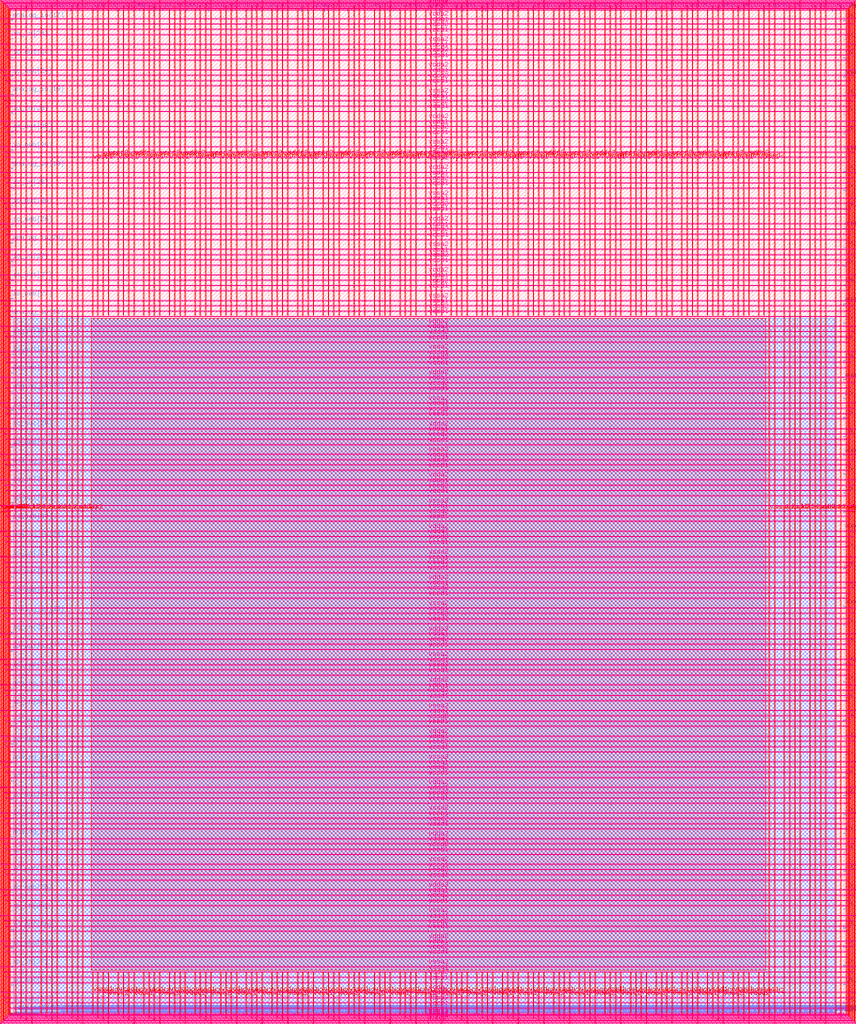
<source format=lef>
VERSION 5.7 ;
  NOWIREEXTENSIONATPIN ON ;
  DIVIDERCHAR "/" ;
  BUSBITCHARS "[]" ;
MACRO user_project_wrapper
  CLASS BLOCK ;
  FOREIGN user_project_wrapper ;
  ORIGIN 0.000 0.000 ;
  SIZE 2920.000 BY 3520.000 ;
  PIN analog_io[0]
    DIRECTION INOUT ;
    USE SIGNAL ;
    PORT
      LAYER met3 ;
        RECT 2917.600 1426.380 2924.800 1427.580 ;
    END
  END analog_io[0]
  PIN analog_io[10]
    DIRECTION INOUT ;
    USE SIGNAL ;
    PORT
      LAYER met2 ;
        RECT 2230.490 3517.600 2231.050 3524.800 ;
    END
  END analog_io[10]
  PIN analog_io[11]
    DIRECTION INOUT ;
    USE SIGNAL ;
    PORT
      LAYER met2 ;
        RECT 1905.730 3517.600 1906.290 3524.800 ;
    END
  END analog_io[11]
  PIN analog_io[12]
    DIRECTION INOUT ;
    USE SIGNAL ;
    PORT
      LAYER met2 ;
        RECT 1581.430 3517.600 1581.990 3524.800 ;
    END
  END analog_io[12]
  PIN analog_io[13]
    DIRECTION INOUT ;
    USE SIGNAL ;
    PORT
      LAYER met2 ;
        RECT 1257.130 3517.600 1257.690 3524.800 ;
    END
  END analog_io[13]
  PIN analog_io[14]
    DIRECTION INOUT ;
    USE SIGNAL ;
    PORT
      LAYER met2 ;
        RECT 932.370 3517.600 932.930 3524.800 ;
    END
  END analog_io[14]
  PIN analog_io[15]
    DIRECTION INOUT ;
    USE SIGNAL ;
    PORT
      LAYER met2 ;
        RECT 608.070 3517.600 608.630 3524.800 ;
    END
  END analog_io[15]
  PIN analog_io[16]
    DIRECTION INOUT ;
    USE SIGNAL ;
    PORT
      LAYER met2 ;
        RECT 283.770 3517.600 284.330 3524.800 ;
    END
  END analog_io[16]
  PIN analog_io[17]
    DIRECTION INOUT ;
    USE SIGNAL ;
    PORT
      LAYER met3 ;
        RECT -4.800 3486.100 2.400 3487.300 ;
    END
  END analog_io[17]
  PIN analog_io[18]
    DIRECTION INOUT ;
    USE SIGNAL ;
    PORT
      LAYER met3 ;
        RECT -4.800 3224.980 2.400 3226.180 ;
    END
  END analog_io[18]
  PIN analog_io[19]
    DIRECTION INOUT ;
    USE SIGNAL ;
    PORT
      LAYER met3 ;
        RECT -4.800 2964.540 2.400 2965.740 ;
    END
  END analog_io[19]
  PIN analog_io[1]
    DIRECTION INOUT ;
    USE SIGNAL ;
    PORT
      LAYER met3 ;
        RECT 2917.600 1692.260 2924.800 1693.460 ;
    END
  END analog_io[1]
  PIN analog_io[20]
    DIRECTION INOUT ;
    USE SIGNAL ;
    PORT
      LAYER met3 ;
        RECT -4.800 2703.420 2.400 2704.620 ;
    END
  END analog_io[20]
  PIN analog_io[21]
    DIRECTION INOUT ;
    USE SIGNAL ;
    PORT
      LAYER met3 ;
        RECT -4.800 2442.980 2.400 2444.180 ;
    END
  END analog_io[21]
  PIN analog_io[22]
    DIRECTION INOUT ;
    USE SIGNAL ;
    PORT
      LAYER met3 ;
        RECT -4.800 2182.540 2.400 2183.740 ;
    END
  END analog_io[22]
  PIN analog_io[23]
    DIRECTION INOUT ;
    USE SIGNAL ;
    PORT
      LAYER met3 ;
        RECT -4.800 1921.420 2.400 1922.620 ;
    END
  END analog_io[23]
  PIN analog_io[24]
    DIRECTION INOUT ;
    USE SIGNAL ;
    PORT
      LAYER met3 ;
        RECT -4.800 1660.980 2.400 1662.180 ;
    END
  END analog_io[24]
  PIN analog_io[25]
    DIRECTION INOUT ;
    USE SIGNAL ;
    PORT
      LAYER met3 ;
        RECT -4.800 1399.860 2.400 1401.060 ;
    END
  END analog_io[25]
  PIN analog_io[26]
    DIRECTION INOUT ;
    USE SIGNAL ;
    PORT
      LAYER met3 ;
        RECT -4.800 1139.420 2.400 1140.620 ;
    END
  END analog_io[26]
  PIN analog_io[27]
    DIRECTION INOUT ;
    USE SIGNAL ;
    PORT
      LAYER met3 ;
        RECT -4.800 878.980 2.400 880.180 ;
    END
  END analog_io[27]
  PIN analog_io[28]
    DIRECTION INOUT ;
    USE SIGNAL ;
    PORT
      LAYER met3 ;
        RECT -4.800 617.860 2.400 619.060 ;
    END
  END analog_io[28]
  PIN analog_io[2]
    DIRECTION INOUT ;
    USE SIGNAL ;
    PORT
      LAYER met3 ;
        RECT 2917.600 1958.140 2924.800 1959.340 ;
    END
  END analog_io[2]
  PIN analog_io[3]
    DIRECTION INOUT ;
    USE SIGNAL ;
    PORT
      LAYER met3 ;
        RECT 2917.600 2223.340 2924.800 2224.540 ;
    END
  END analog_io[3]
  PIN analog_io[4]
    DIRECTION INOUT ;
    USE SIGNAL ;
    PORT
      LAYER met3 ;
        RECT 2917.600 2489.220 2924.800 2490.420 ;
    END
  END analog_io[4]
  PIN analog_io[5]
    DIRECTION INOUT ;
    USE SIGNAL ;
    PORT
      LAYER met3 ;
        RECT 2917.600 2755.100 2924.800 2756.300 ;
    END
  END analog_io[5]
  PIN analog_io[6]
    DIRECTION INOUT ;
    USE SIGNAL ;
    PORT
      LAYER met3 ;
        RECT 2917.600 3020.300 2924.800 3021.500 ;
    END
  END analog_io[6]
  PIN analog_io[7]
    DIRECTION INOUT ;
    USE SIGNAL ;
    PORT
      LAYER met3 ;
        RECT 2917.600 3286.180 2924.800 3287.380 ;
    END
  END analog_io[7]
  PIN analog_io[8]
    DIRECTION INOUT ;
    USE SIGNAL ;
    PORT
      LAYER met2 ;
        RECT 2879.090 3517.600 2879.650 3524.800 ;
    END
  END analog_io[8]
  PIN analog_io[9]
    DIRECTION INOUT ;
    USE SIGNAL ;
    PORT
      LAYER met2 ;
        RECT 2554.790 3517.600 2555.350 3524.800 ;
    END
  END analog_io[9]
  PIN io_in[0]
    DIRECTION INPUT ;
    USE SIGNAL ;
    PORT
      LAYER met3 ;
        RECT 2917.600 32.380 2924.800 33.580 ;
    END
  END io_in[0]
  PIN io_in[10]
    DIRECTION INPUT ;
    USE SIGNAL ;
    PORT
      LAYER met3 ;
        RECT 2917.600 2289.980 2924.800 2291.180 ;
    END
  END io_in[10]
  PIN io_in[11]
    DIRECTION INPUT ;
    USE SIGNAL ;
    PORT
      LAYER met3 ;
        RECT 2917.600 2555.860 2924.800 2557.060 ;
    END
  END io_in[11]
  PIN io_in[12]
    DIRECTION INPUT ;
    USE SIGNAL ;
    PORT
      LAYER met3 ;
        RECT 2917.600 2821.060 2924.800 2822.260 ;
    END
  END io_in[12]
  PIN io_in[13]
    DIRECTION INPUT ;
    USE SIGNAL ;
    PORT
      LAYER met3 ;
        RECT 2917.600 3086.940 2924.800 3088.140 ;
    END
  END io_in[13]
  PIN io_in[14]
    DIRECTION INPUT ;
    USE SIGNAL ;
    PORT
      LAYER met3 ;
        RECT 2917.600 3352.820 2924.800 3354.020 ;
    END
  END io_in[14]
  PIN io_in[15]
    DIRECTION INPUT ;
    USE SIGNAL ;
    PORT
      LAYER met2 ;
        RECT 2798.130 3517.600 2798.690 3524.800 ;
    END
  END io_in[15]
  PIN io_in[16]
    DIRECTION INPUT ;
    USE SIGNAL ;
    PORT
      LAYER met2 ;
        RECT 2473.830 3517.600 2474.390 3524.800 ;
    END
  END io_in[16]
  PIN io_in[17]
    DIRECTION INPUT ;
    USE SIGNAL ;
    PORT
      LAYER met2 ;
        RECT 2149.070 3517.600 2149.630 3524.800 ;
    END
  END io_in[17]
  PIN io_in[18]
    DIRECTION INPUT ;
    USE SIGNAL ;
    PORT
      LAYER met2 ;
        RECT 1824.770 3517.600 1825.330 3524.800 ;
    END
  END io_in[18]
  PIN io_in[19]
    DIRECTION INPUT ;
    USE SIGNAL ;
    PORT
      LAYER met2 ;
        RECT 1500.470 3517.600 1501.030 3524.800 ;
    END
  END io_in[19]
  PIN io_in[1]
    DIRECTION INPUT ;
    USE SIGNAL ;
    PORT
      LAYER met3 ;
        RECT 2917.600 230.940 2924.800 232.140 ;
    END
  END io_in[1]
  PIN io_in[20]
    DIRECTION INPUT ;
    USE SIGNAL ;
    PORT
      LAYER met2 ;
        RECT 1175.710 3517.600 1176.270 3524.800 ;
    END
  END io_in[20]
  PIN io_in[21]
    DIRECTION INPUT ;
    USE SIGNAL ;
    PORT
      LAYER met2 ;
        RECT 851.410 3517.600 851.970 3524.800 ;
    END
  END io_in[21]
  PIN io_in[22]
    DIRECTION INPUT ;
    USE SIGNAL ;
    PORT
      LAYER met2 ;
        RECT 527.110 3517.600 527.670 3524.800 ;
    END
  END io_in[22]
  PIN io_in[23]
    DIRECTION INPUT ;
    USE SIGNAL ;
    PORT
      LAYER met2 ;
        RECT 202.350 3517.600 202.910 3524.800 ;
    END
  END io_in[23]
  PIN io_in[24]
    DIRECTION INPUT ;
    USE SIGNAL ;
    PORT
      LAYER met3 ;
        RECT -4.800 3420.820 2.400 3422.020 ;
    END
  END io_in[24]
  PIN io_in[25]
    DIRECTION INPUT ;
    USE SIGNAL ;
    PORT
      LAYER met3 ;
        RECT -4.800 3159.700 2.400 3160.900 ;
    END
  END io_in[25]
  PIN io_in[26]
    DIRECTION INPUT ;
    USE SIGNAL ;
    PORT
      LAYER met3 ;
        RECT -4.800 2899.260 2.400 2900.460 ;
    END
  END io_in[26]
  PIN io_in[27]
    DIRECTION INPUT ;
    USE SIGNAL ;
    PORT
      LAYER met3 ;
        RECT -4.800 2638.820 2.400 2640.020 ;
    END
  END io_in[27]
  PIN io_in[28]
    DIRECTION INPUT ;
    USE SIGNAL ;
    PORT
      LAYER met3 ;
        RECT -4.800 2377.700 2.400 2378.900 ;
    END
  END io_in[28]
  PIN io_in[29]
    DIRECTION INPUT ;
    USE SIGNAL ;
    PORT
      LAYER met3 ;
        RECT -4.800 2117.260 2.400 2118.460 ;
    END
  END io_in[29]
  PIN io_in[2]
    DIRECTION INPUT ;
    USE SIGNAL ;
    PORT
      LAYER met3 ;
        RECT 2917.600 430.180 2924.800 431.380 ;
    END
  END io_in[2]
  PIN io_in[30]
    DIRECTION INPUT ;
    USE SIGNAL ;
    PORT
      LAYER met3 ;
        RECT -4.800 1856.140 2.400 1857.340 ;
    END
  END io_in[30]
  PIN io_in[31]
    DIRECTION INPUT ;
    USE SIGNAL ;
    PORT
      LAYER met3 ;
        RECT -4.800 1595.700 2.400 1596.900 ;
    END
  END io_in[31]
  PIN io_in[32]
    DIRECTION INPUT ;
    USE SIGNAL ;
    PORT
      LAYER met3 ;
        RECT -4.800 1335.260 2.400 1336.460 ;
    END
  END io_in[32]
  PIN io_in[33]
    DIRECTION INPUT ;
    USE SIGNAL ;
    PORT
      LAYER met3 ;
        RECT -4.800 1074.140 2.400 1075.340 ;
    END
  END io_in[33]
  PIN io_in[34]
    DIRECTION INPUT ;
    USE SIGNAL ;
    PORT
      LAYER met3 ;
        RECT -4.800 813.700 2.400 814.900 ;
    END
  END io_in[34]
  PIN io_in[35]
    DIRECTION INPUT ;
    USE SIGNAL ;
    PORT
      LAYER met3 ;
        RECT -4.800 552.580 2.400 553.780 ;
    END
  END io_in[35]
  PIN io_in[36]
    DIRECTION INPUT ;
    USE SIGNAL ;
    PORT
      LAYER met3 ;
        RECT -4.800 357.420 2.400 358.620 ;
    END
  END io_in[36]
  PIN io_in[37]
    DIRECTION INPUT ;
    USE SIGNAL ;
    PORT
      LAYER met3 ;
        RECT -4.800 161.580 2.400 162.780 ;
    END
  END io_in[37]
  PIN io_in[3]
    DIRECTION INPUT ;
    USE SIGNAL ;
    PORT
      LAYER met3 ;
        RECT 2917.600 629.420 2924.800 630.620 ;
    END
  END io_in[3]
  PIN io_in[4]
    DIRECTION INPUT ;
    USE SIGNAL ;
    PORT
      LAYER met3 ;
        RECT 2917.600 828.660 2924.800 829.860 ;
    END
  END io_in[4]
  PIN io_in[5]
    DIRECTION INPUT ;
    USE SIGNAL ;
    PORT
      LAYER met3 ;
        RECT 2917.600 1027.900 2924.800 1029.100 ;
    END
  END io_in[5]
  PIN io_in[6]
    DIRECTION INPUT ;
    USE SIGNAL ;
    PORT
      LAYER met3 ;
        RECT 2917.600 1227.140 2924.800 1228.340 ;
    END
  END io_in[6]
  PIN io_in[7]
    DIRECTION INPUT ;
    USE SIGNAL ;
    PORT
      LAYER met3 ;
        RECT 2917.600 1493.020 2924.800 1494.220 ;
    END
  END io_in[7]
  PIN io_in[8]
    DIRECTION INPUT ;
    USE SIGNAL ;
    PORT
      LAYER met3 ;
        RECT 2917.600 1758.900 2924.800 1760.100 ;
    END
  END io_in[8]
  PIN io_in[9]
    DIRECTION INPUT ;
    USE SIGNAL ;
    PORT
      LAYER met3 ;
        RECT 2917.600 2024.100 2924.800 2025.300 ;
    END
  END io_in[9]
  PIN io_oeb[0]
    DIRECTION OUTPUT TRISTATE ;
    USE SIGNAL ;
    PORT
      LAYER met3 ;
        RECT 2917.600 164.980 2924.800 166.180 ;
    END
  END io_oeb[0]
  PIN io_oeb[10]
    DIRECTION OUTPUT TRISTATE ;
    USE SIGNAL ;
    PORT
      LAYER met3 ;
        RECT 2917.600 2422.580 2924.800 2423.780 ;
    END
  END io_oeb[10]
  PIN io_oeb[11]
    DIRECTION OUTPUT TRISTATE ;
    USE SIGNAL ;
    PORT
      LAYER met3 ;
        RECT 2917.600 2688.460 2924.800 2689.660 ;
    END
  END io_oeb[11]
  PIN io_oeb[12]
    DIRECTION OUTPUT TRISTATE ;
    USE SIGNAL ;
    PORT
      LAYER met3 ;
        RECT 2917.600 2954.340 2924.800 2955.540 ;
    END
  END io_oeb[12]
  PIN io_oeb[13]
    DIRECTION OUTPUT TRISTATE ;
    USE SIGNAL ;
    PORT
      LAYER met3 ;
        RECT 2917.600 3219.540 2924.800 3220.740 ;
    END
  END io_oeb[13]
  PIN io_oeb[14]
    DIRECTION OUTPUT TRISTATE ;
    USE SIGNAL ;
    PORT
      LAYER met3 ;
        RECT 2917.600 3485.420 2924.800 3486.620 ;
    END
  END io_oeb[14]
  PIN io_oeb[15]
    DIRECTION OUTPUT TRISTATE ;
    USE SIGNAL ;
    PORT
      LAYER met2 ;
        RECT 2635.750 3517.600 2636.310 3524.800 ;
    END
  END io_oeb[15]
  PIN io_oeb[16]
    DIRECTION OUTPUT TRISTATE ;
    USE SIGNAL ;
    PORT
      LAYER met2 ;
        RECT 2311.450 3517.600 2312.010 3524.800 ;
    END
  END io_oeb[16]
  PIN io_oeb[17]
    DIRECTION OUTPUT TRISTATE ;
    USE SIGNAL ;
    PORT
      LAYER met2 ;
        RECT 1987.150 3517.600 1987.710 3524.800 ;
    END
  END io_oeb[17]
  PIN io_oeb[18]
    DIRECTION OUTPUT TRISTATE ;
    USE SIGNAL ;
    PORT
      LAYER met2 ;
        RECT 1662.390 3517.600 1662.950 3524.800 ;
    END
  END io_oeb[18]
  PIN io_oeb[19]
    DIRECTION OUTPUT TRISTATE ;
    USE SIGNAL ;
    PORT
      LAYER met2 ;
        RECT 1338.090 3517.600 1338.650 3524.800 ;
    END
  END io_oeb[19]
  PIN io_oeb[1]
    DIRECTION OUTPUT TRISTATE ;
    USE SIGNAL ;
    PORT
      LAYER met3 ;
        RECT 2917.600 364.220 2924.800 365.420 ;
    END
  END io_oeb[1]
  PIN io_oeb[20]
    DIRECTION OUTPUT TRISTATE ;
    USE SIGNAL ;
    PORT
      LAYER met2 ;
        RECT 1013.790 3517.600 1014.350 3524.800 ;
    END
  END io_oeb[20]
  PIN io_oeb[21]
    DIRECTION OUTPUT TRISTATE ;
    USE SIGNAL ;
    PORT
      LAYER met2 ;
        RECT 689.030 3517.600 689.590 3524.800 ;
    END
  END io_oeb[21]
  PIN io_oeb[22]
    DIRECTION OUTPUT TRISTATE ;
    USE SIGNAL ;
    PORT
      LAYER met2 ;
        RECT 364.730 3517.600 365.290 3524.800 ;
    END
  END io_oeb[22]
  PIN io_oeb[23]
    DIRECTION OUTPUT TRISTATE ;
    USE SIGNAL ;
    PORT
      LAYER met2 ;
        RECT 40.430 3517.600 40.990 3524.800 ;
    END
  END io_oeb[23]
  PIN io_oeb[24]
    DIRECTION OUTPUT TRISTATE ;
    USE SIGNAL ;
    PORT
      LAYER met3 ;
        RECT -4.800 3290.260 2.400 3291.460 ;
    END
  END io_oeb[24]
  PIN io_oeb[25]
    DIRECTION OUTPUT TRISTATE ;
    USE SIGNAL ;
    PORT
      LAYER met3 ;
        RECT -4.800 3029.820 2.400 3031.020 ;
    END
  END io_oeb[25]
  PIN io_oeb[26]
    DIRECTION OUTPUT TRISTATE ;
    USE SIGNAL ;
    PORT
      LAYER met3 ;
        RECT -4.800 2768.700 2.400 2769.900 ;
    END
  END io_oeb[26]
  PIN io_oeb[27]
    DIRECTION OUTPUT TRISTATE ;
    USE SIGNAL ;
    PORT
      LAYER met3 ;
        RECT -4.800 2508.260 2.400 2509.460 ;
    END
  END io_oeb[27]
  PIN io_oeb[28]
    DIRECTION OUTPUT TRISTATE ;
    USE SIGNAL ;
    PORT
      LAYER met3 ;
        RECT -4.800 2247.140 2.400 2248.340 ;
    END
  END io_oeb[28]
  PIN io_oeb[29]
    DIRECTION OUTPUT TRISTATE ;
    USE SIGNAL ;
    PORT
      LAYER met3 ;
        RECT -4.800 1986.700 2.400 1987.900 ;
    END
  END io_oeb[29]
  PIN io_oeb[2]
    DIRECTION OUTPUT TRISTATE ;
    USE SIGNAL ;
    PORT
      LAYER met3 ;
        RECT 2917.600 563.460 2924.800 564.660 ;
    END
  END io_oeb[2]
  PIN io_oeb[30]
    DIRECTION OUTPUT TRISTATE ;
    USE SIGNAL ;
    PORT
      LAYER met3 ;
        RECT -4.800 1726.260 2.400 1727.460 ;
    END
  END io_oeb[30]
  PIN io_oeb[31]
    DIRECTION OUTPUT TRISTATE ;
    USE SIGNAL ;
    PORT
      LAYER met3 ;
        RECT -4.800 1465.140 2.400 1466.340 ;
    END
  END io_oeb[31]
  PIN io_oeb[32]
    DIRECTION OUTPUT TRISTATE ;
    USE SIGNAL ;
    PORT
      LAYER met3 ;
        RECT -4.800 1204.700 2.400 1205.900 ;
    END
  END io_oeb[32]
  PIN io_oeb[33]
    DIRECTION OUTPUT TRISTATE ;
    USE SIGNAL ;
    PORT
      LAYER met3 ;
        RECT -4.800 943.580 2.400 944.780 ;
    END
  END io_oeb[33]
  PIN io_oeb[34]
    DIRECTION OUTPUT TRISTATE ;
    USE SIGNAL ;
    PORT
      LAYER met3 ;
        RECT -4.800 683.140 2.400 684.340 ;
    END
  END io_oeb[34]
  PIN io_oeb[35]
    DIRECTION OUTPUT TRISTATE ;
    USE SIGNAL ;
    PORT
      LAYER met3 ;
        RECT -4.800 422.700 2.400 423.900 ;
    END
  END io_oeb[35]
  PIN io_oeb[36]
    DIRECTION OUTPUT TRISTATE ;
    USE SIGNAL ;
    PORT
      LAYER met3 ;
        RECT -4.800 226.860 2.400 228.060 ;
    END
  END io_oeb[36]
  PIN io_oeb[37]
    DIRECTION OUTPUT TRISTATE ;
    USE SIGNAL ;
    PORT
      LAYER met3 ;
        RECT -4.800 31.700 2.400 32.900 ;
    END
  END io_oeb[37]
  PIN io_oeb[3]
    DIRECTION OUTPUT TRISTATE ;
    USE SIGNAL ;
    PORT
      LAYER met3 ;
        RECT 2917.600 762.700 2924.800 763.900 ;
    END
  END io_oeb[3]
  PIN io_oeb[4]
    DIRECTION OUTPUT TRISTATE ;
    USE SIGNAL ;
    PORT
      LAYER met3 ;
        RECT 2917.600 961.940 2924.800 963.140 ;
    END
  END io_oeb[4]
  PIN io_oeb[5]
    DIRECTION OUTPUT TRISTATE ;
    USE SIGNAL ;
    PORT
      LAYER met3 ;
        RECT 2917.600 1161.180 2924.800 1162.380 ;
    END
  END io_oeb[5]
  PIN io_oeb[6]
    DIRECTION OUTPUT TRISTATE ;
    USE SIGNAL ;
    PORT
      LAYER met3 ;
        RECT 2917.600 1360.420 2924.800 1361.620 ;
    END
  END io_oeb[6]
  PIN io_oeb[7]
    DIRECTION OUTPUT TRISTATE ;
    USE SIGNAL ;
    PORT
      LAYER met3 ;
        RECT 2917.600 1625.620 2924.800 1626.820 ;
    END
  END io_oeb[7]
  PIN io_oeb[8]
    DIRECTION OUTPUT TRISTATE ;
    USE SIGNAL ;
    PORT
      LAYER met3 ;
        RECT 2917.600 1891.500 2924.800 1892.700 ;
    END
  END io_oeb[8]
  PIN io_oeb[9]
    DIRECTION OUTPUT TRISTATE ;
    USE SIGNAL ;
    PORT
      LAYER met3 ;
        RECT 2917.600 2157.380 2924.800 2158.580 ;
    END
  END io_oeb[9]
  PIN io_out[0]
    DIRECTION OUTPUT TRISTATE ;
    USE SIGNAL ;
    PORT
      LAYER met3 ;
        RECT 2917.600 98.340 2924.800 99.540 ;
    END
  END io_out[0]
  PIN io_out[10]
    DIRECTION OUTPUT TRISTATE ;
    USE SIGNAL ;
    PORT
      LAYER met3 ;
        RECT 2917.600 2356.620 2924.800 2357.820 ;
    END
  END io_out[10]
  PIN io_out[11]
    DIRECTION OUTPUT TRISTATE ;
    USE SIGNAL ;
    PORT
      LAYER met3 ;
        RECT 2917.600 2621.820 2924.800 2623.020 ;
    END
  END io_out[11]
  PIN io_out[12]
    DIRECTION OUTPUT TRISTATE ;
    USE SIGNAL ;
    PORT
      LAYER met3 ;
        RECT 2917.600 2887.700 2924.800 2888.900 ;
    END
  END io_out[12]
  PIN io_out[13]
    DIRECTION OUTPUT TRISTATE ;
    USE SIGNAL ;
    PORT
      LAYER met3 ;
        RECT 2917.600 3153.580 2924.800 3154.780 ;
    END
  END io_out[13]
  PIN io_out[14]
    DIRECTION OUTPUT TRISTATE ;
    USE SIGNAL ;
    PORT
      LAYER met3 ;
        RECT 2917.600 3418.780 2924.800 3419.980 ;
    END
  END io_out[14]
  PIN io_out[15]
    DIRECTION OUTPUT TRISTATE ;
    USE SIGNAL ;
    PORT
      LAYER met2 ;
        RECT 2717.170 3517.600 2717.730 3524.800 ;
    END
  END io_out[15]
  PIN io_out[16]
    DIRECTION OUTPUT TRISTATE ;
    USE SIGNAL ;
    PORT
      LAYER met2 ;
        RECT 2392.410 3517.600 2392.970 3524.800 ;
    END
  END io_out[16]
  PIN io_out[17]
    DIRECTION OUTPUT TRISTATE ;
    USE SIGNAL ;
    PORT
      LAYER met2 ;
        RECT 2068.110 3517.600 2068.670 3524.800 ;
    END
  END io_out[17]
  PIN io_out[18]
    DIRECTION OUTPUT TRISTATE ;
    USE SIGNAL ;
    PORT
      LAYER met2 ;
        RECT 1743.810 3517.600 1744.370 3524.800 ;
    END
  END io_out[18]
  PIN io_out[19]
    DIRECTION OUTPUT TRISTATE ;
    USE SIGNAL ;
    PORT
      LAYER met2 ;
        RECT 1419.050 3517.600 1419.610 3524.800 ;
    END
  END io_out[19]
  PIN io_out[1]
    DIRECTION OUTPUT TRISTATE ;
    USE SIGNAL ;
    PORT
      LAYER met3 ;
        RECT 2917.600 297.580 2924.800 298.780 ;
    END
  END io_out[1]
  PIN io_out[20]
    DIRECTION OUTPUT TRISTATE ;
    USE SIGNAL ;
    PORT
      LAYER met2 ;
        RECT 1094.750 3517.600 1095.310 3524.800 ;
    END
  END io_out[20]
  PIN io_out[21]
    DIRECTION OUTPUT TRISTATE ;
    USE SIGNAL ;
    PORT
      LAYER met2 ;
        RECT 770.450 3517.600 771.010 3524.800 ;
    END
  END io_out[21]
  PIN io_out[22]
    DIRECTION OUTPUT TRISTATE ;
    USE SIGNAL ;
    PORT
      LAYER met2 ;
        RECT 445.690 3517.600 446.250 3524.800 ;
    END
  END io_out[22]
  PIN io_out[23]
    DIRECTION OUTPUT TRISTATE ;
    USE SIGNAL ;
    PORT
      LAYER met2 ;
        RECT 121.390 3517.600 121.950 3524.800 ;
    END
  END io_out[23]
  PIN io_out[24]
    DIRECTION OUTPUT TRISTATE ;
    USE SIGNAL ;
    PORT
      LAYER met3 ;
        RECT -4.800 3355.540 2.400 3356.740 ;
    END
  END io_out[24]
  PIN io_out[25]
    DIRECTION OUTPUT TRISTATE ;
    USE SIGNAL ;
    PORT
      LAYER met3 ;
        RECT -4.800 3095.100 2.400 3096.300 ;
    END
  END io_out[25]
  PIN io_out[26]
    DIRECTION OUTPUT TRISTATE ;
    USE SIGNAL ;
    PORT
      LAYER met3 ;
        RECT -4.800 2833.980 2.400 2835.180 ;
    END
  END io_out[26]
  PIN io_out[27]
    DIRECTION OUTPUT TRISTATE ;
    USE SIGNAL ;
    PORT
      LAYER met3 ;
        RECT -4.800 2573.540 2.400 2574.740 ;
    END
  END io_out[27]
  PIN io_out[28]
    DIRECTION OUTPUT TRISTATE ;
    USE SIGNAL ;
    PORT
      LAYER met3 ;
        RECT -4.800 2312.420 2.400 2313.620 ;
    END
  END io_out[28]
  PIN io_out[29]
    DIRECTION OUTPUT TRISTATE ;
    USE SIGNAL ;
    PORT
      LAYER met3 ;
        RECT -4.800 2051.980 2.400 2053.180 ;
    END
  END io_out[29]
  PIN io_out[2]
    DIRECTION OUTPUT TRISTATE ;
    USE SIGNAL ;
    PORT
      LAYER met3 ;
        RECT 2917.600 496.820 2924.800 498.020 ;
    END
  END io_out[2]
  PIN io_out[30]
    DIRECTION OUTPUT TRISTATE ;
    USE SIGNAL ;
    PORT
      LAYER met3 ;
        RECT -4.800 1791.540 2.400 1792.740 ;
    END
  END io_out[30]
  PIN io_out[31]
    DIRECTION OUTPUT TRISTATE ;
    USE SIGNAL ;
    PORT
      LAYER met3 ;
        RECT -4.800 1530.420 2.400 1531.620 ;
    END
  END io_out[31]
  PIN io_out[32]
    DIRECTION OUTPUT TRISTATE ;
    USE SIGNAL ;
    PORT
      LAYER met3 ;
        RECT -4.800 1269.980 2.400 1271.180 ;
    END
  END io_out[32]
  PIN io_out[33]
    DIRECTION OUTPUT TRISTATE ;
    USE SIGNAL ;
    PORT
      LAYER met3 ;
        RECT -4.800 1008.860 2.400 1010.060 ;
    END
  END io_out[33]
  PIN io_out[34]
    DIRECTION OUTPUT TRISTATE ;
    USE SIGNAL ;
    PORT
      LAYER met3 ;
        RECT -4.800 748.420 2.400 749.620 ;
    END
  END io_out[34]
  PIN io_out[35]
    DIRECTION OUTPUT TRISTATE ;
    USE SIGNAL ;
    PORT
      LAYER met3 ;
        RECT -4.800 487.300 2.400 488.500 ;
    END
  END io_out[35]
  PIN io_out[36]
    DIRECTION OUTPUT TRISTATE ;
    USE SIGNAL ;
    PORT
      LAYER met3 ;
        RECT -4.800 292.140 2.400 293.340 ;
    END
  END io_out[36]
  PIN io_out[37]
    DIRECTION OUTPUT TRISTATE ;
    USE SIGNAL ;
    PORT
      LAYER met3 ;
        RECT -4.800 96.300 2.400 97.500 ;
    END
  END io_out[37]
  PIN io_out[3]
    DIRECTION OUTPUT TRISTATE ;
    USE SIGNAL ;
    PORT
      LAYER met3 ;
        RECT 2917.600 696.060 2924.800 697.260 ;
    END
  END io_out[3]
  PIN io_out[4]
    DIRECTION OUTPUT TRISTATE ;
    USE SIGNAL ;
    PORT
      LAYER met3 ;
        RECT 2917.600 895.300 2924.800 896.500 ;
    END
  END io_out[4]
  PIN io_out[5]
    DIRECTION OUTPUT TRISTATE ;
    USE SIGNAL ;
    PORT
      LAYER met3 ;
        RECT 2917.600 1094.540 2924.800 1095.740 ;
    END
  END io_out[5]
  PIN io_out[6]
    DIRECTION OUTPUT TRISTATE ;
    USE SIGNAL ;
    PORT
      LAYER met3 ;
        RECT 2917.600 1293.780 2924.800 1294.980 ;
    END
  END io_out[6]
  PIN io_out[7]
    DIRECTION OUTPUT TRISTATE ;
    USE SIGNAL ;
    PORT
      LAYER met3 ;
        RECT 2917.600 1559.660 2924.800 1560.860 ;
    END
  END io_out[7]
  PIN io_out[8]
    DIRECTION OUTPUT TRISTATE ;
    USE SIGNAL ;
    PORT
      LAYER met3 ;
        RECT 2917.600 1824.860 2924.800 1826.060 ;
    END
  END io_out[8]
  PIN io_out[9]
    DIRECTION OUTPUT TRISTATE ;
    USE SIGNAL ;
    PORT
      LAYER met3 ;
        RECT 2917.600 2090.740 2924.800 2091.940 ;
    END
  END io_out[9]
  PIN la_data_in[0]
    DIRECTION INPUT ;
    USE SIGNAL ;
    PORT
      LAYER met2 ;
        RECT 629.230 -4.800 629.790 2.400 ;
    END
  END la_data_in[0]
  PIN la_data_in[100]
    DIRECTION INPUT ;
    USE SIGNAL ;
    PORT
      LAYER met2 ;
        RECT 2402.530 -4.800 2403.090 2.400 ;
    END
  END la_data_in[100]
  PIN la_data_in[101]
    DIRECTION INPUT ;
    USE SIGNAL ;
    PORT
      LAYER met2 ;
        RECT 2420.010 -4.800 2420.570 2.400 ;
    END
  END la_data_in[101]
  PIN la_data_in[102]
    DIRECTION INPUT ;
    USE SIGNAL ;
    PORT
      LAYER met2 ;
        RECT 2437.950 -4.800 2438.510 2.400 ;
    END
  END la_data_in[102]
  PIN la_data_in[103]
    DIRECTION INPUT ;
    USE SIGNAL ;
    PORT
      LAYER met2 ;
        RECT 2455.430 -4.800 2455.990 2.400 ;
    END
  END la_data_in[103]
  PIN la_data_in[104]
    DIRECTION INPUT ;
    USE SIGNAL ;
    PORT
      LAYER met2 ;
        RECT 2473.370 -4.800 2473.930 2.400 ;
    END
  END la_data_in[104]
  PIN la_data_in[105]
    DIRECTION INPUT ;
    USE SIGNAL ;
    PORT
      LAYER met2 ;
        RECT 2490.850 -4.800 2491.410 2.400 ;
    END
  END la_data_in[105]
  PIN la_data_in[106]
    DIRECTION INPUT ;
    USE SIGNAL ;
    PORT
      LAYER met2 ;
        RECT 2508.790 -4.800 2509.350 2.400 ;
    END
  END la_data_in[106]
  PIN la_data_in[107]
    DIRECTION INPUT ;
    USE SIGNAL ;
    PORT
      LAYER met2 ;
        RECT 2526.730 -4.800 2527.290 2.400 ;
    END
  END la_data_in[107]
  PIN la_data_in[108]
    DIRECTION INPUT ;
    USE SIGNAL ;
    PORT
      LAYER met2 ;
        RECT 2544.210 -4.800 2544.770 2.400 ;
    END
  END la_data_in[108]
  PIN la_data_in[109]
    DIRECTION INPUT ;
    USE SIGNAL ;
    PORT
      LAYER met2 ;
        RECT 2562.150 -4.800 2562.710 2.400 ;
    END
  END la_data_in[109]
  PIN la_data_in[10]
    DIRECTION INPUT ;
    USE SIGNAL ;
    PORT
      LAYER met2 ;
        RECT 806.330 -4.800 806.890 2.400 ;
    END
  END la_data_in[10]
  PIN la_data_in[110]
    DIRECTION INPUT ;
    USE SIGNAL ;
    PORT
      LAYER met2 ;
        RECT 2579.630 -4.800 2580.190 2.400 ;
    END
  END la_data_in[110]
  PIN la_data_in[111]
    DIRECTION INPUT ;
    USE SIGNAL ;
    PORT
      LAYER met2 ;
        RECT 2597.570 -4.800 2598.130 2.400 ;
    END
  END la_data_in[111]
  PIN la_data_in[112]
    DIRECTION INPUT ;
    USE SIGNAL ;
    PORT
      LAYER met2 ;
        RECT 2615.050 -4.800 2615.610 2.400 ;
    END
  END la_data_in[112]
  PIN la_data_in[113]
    DIRECTION INPUT ;
    USE SIGNAL ;
    PORT
      LAYER met2 ;
        RECT 2632.990 -4.800 2633.550 2.400 ;
    END
  END la_data_in[113]
  PIN la_data_in[114]
    DIRECTION INPUT ;
    USE SIGNAL ;
    PORT
      LAYER met2 ;
        RECT 2650.470 -4.800 2651.030 2.400 ;
    END
  END la_data_in[114]
  PIN la_data_in[115]
    DIRECTION INPUT ;
    USE SIGNAL ;
    PORT
      LAYER met2 ;
        RECT 2668.410 -4.800 2668.970 2.400 ;
    END
  END la_data_in[115]
  PIN la_data_in[116]
    DIRECTION INPUT ;
    USE SIGNAL ;
    PORT
      LAYER met2 ;
        RECT 2685.890 -4.800 2686.450 2.400 ;
    END
  END la_data_in[116]
  PIN la_data_in[117]
    DIRECTION INPUT ;
    USE SIGNAL ;
    PORT
      LAYER met2 ;
        RECT 2703.830 -4.800 2704.390 2.400 ;
    END
  END la_data_in[117]
  PIN la_data_in[118]
    DIRECTION INPUT ;
    USE SIGNAL ;
    PORT
      LAYER met2 ;
        RECT 2721.770 -4.800 2722.330 2.400 ;
    END
  END la_data_in[118]
  PIN la_data_in[119]
    DIRECTION INPUT ;
    USE SIGNAL ;
    PORT
      LAYER met2 ;
        RECT 2739.250 -4.800 2739.810 2.400 ;
    END
  END la_data_in[119]
  PIN la_data_in[11]
    DIRECTION INPUT ;
    USE SIGNAL ;
    PORT
      LAYER met2 ;
        RECT 824.270 -4.800 824.830 2.400 ;
    END
  END la_data_in[11]
  PIN la_data_in[120]
    DIRECTION INPUT ;
    USE SIGNAL ;
    PORT
      LAYER met2 ;
        RECT 2757.190 -4.800 2757.750 2.400 ;
    END
  END la_data_in[120]
  PIN la_data_in[121]
    DIRECTION INPUT ;
    USE SIGNAL ;
    PORT
      LAYER met2 ;
        RECT 2774.670 -4.800 2775.230 2.400 ;
    END
  END la_data_in[121]
  PIN la_data_in[122]
    DIRECTION INPUT ;
    USE SIGNAL ;
    PORT
      LAYER met2 ;
        RECT 2792.610 -4.800 2793.170 2.400 ;
    END
  END la_data_in[122]
  PIN la_data_in[123]
    DIRECTION INPUT ;
    USE SIGNAL ;
    PORT
      LAYER met2 ;
        RECT 2810.090 -4.800 2810.650 2.400 ;
    END
  END la_data_in[123]
  PIN la_data_in[124]
    DIRECTION INPUT ;
    USE SIGNAL ;
    PORT
      LAYER met2 ;
        RECT 2828.030 -4.800 2828.590 2.400 ;
    END
  END la_data_in[124]
  PIN la_data_in[125]
    DIRECTION INPUT ;
    USE SIGNAL ;
    PORT
      LAYER met2 ;
        RECT 2845.510 -4.800 2846.070 2.400 ;
    END
  END la_data_in[125]
  PIN la_data_in[126]
    DIRECTION INPUT ;
    USE SIGNAL ;
    PORT
      LAYER met2 ;
        RECT 2863.450 -4.800 2864.010 2.400 ;
    END
  END la_data_in[126]
  PIN la_data_in[127]
    DIRECTION INPUT ;
    USE SIGNAL ;
    PORT
      LAYER met2 ;
        RECT 2881.390 -4.800 2881.950 2.400 ;
    END
  END la_data_in[127]
  PIN la_data_in[12]
    DIRECTION INPUT ;
    USE SIGNAL ;
    PORT
      LAYER met2 ;
        RECT 841.750 -4.800 842.310 2.400 ;
    END
  END la_data_in[12]
  PIN la_data_in[13]
    DIRECTION INPUT ;
    USE SIGNAL ;
    PORT
      LAYER met2 ;
        RECT 859.690 -4.800 860.250 2.400 ;
    END
  END la_data_in[13]
  PIN la_data_in[14]
    DIRECTION INPUT ;
    USE SIGNAL ;
    PORT
      LAYER met2 ;
        RECT 877.170 -4.800 877.730 2.400 ;
    END
  END la_data_in[14]
  PIN la_data_in[15]
    DIRECTION INPUT ;
    USE SIGNAL ;
    PORT
      LAYER met2 ;
        RECT 895.110 -4.800 895.670 2.400 ;
    END
  END la_data_in[15]
  PIN la_data_in[16]
    DIRECTION INPUT ;
    USE SIGNAL ;
    PORT
      LAYER met2 ;
        RECT 912.590 -4.800 913.150 2.400 ;
    END
  END la_data_in[16]
  PIN la_data_in[17]
    DIRECTION INPUT ;
    USE SIGNAL ;
    PORT
      LAYER met2 ;
        RECT 930.530 -4.800 931.090 2.400 ;
    END
  END la_data_in[17]
  PIN la_data_in[18]
    DIRECTION INPUT ;
    USE SIGNAL ;
    PORT
      LAYER met2 ;
        RECT 948.470 -4.800 949.030 2.400 ;
    END
  END la_data_in[18]
  PIN la_data_in[19]
    DIRECTION INPUT ;
    USE SIGNAL ;
    PORT
      LAYER met2 ;
        RECT 965.950 -4.800 966.510 2.400 ;
    END
  END la_data_in[19]
  PIN la_data_in[1]
    DIRECTION INPUT ;
    USE SIGNAL ;
    PORT
      LAYER met2 ;
        RECT 646.710 -4.800 647.270 2.400 ;
    END
  END la_data_in[1]
  PIN la_data_in[20]
    DIRECTION INPUT ;
    USE SIGNAL ;
    PORT
      LAYER met2 ;
        RECT 983.890 -4.800 984.450 2.400 ;
    END
  END la_data_in[20]
  PIN la_data_in[21]
    DIRECTION INPUT ;
    USE SIGNAL ;
    PORT
      LAYER met2 ;
        RECT 1001.370 -4.800 1001.930 2.400 ;
    END
  END la_data_in[21]
  PIN la_data_in[22]
    DIRECTION INPUT ;
    USE SIGNAL ;
    PORT
      LAYER met2 ;
        RECT 1019.310 -4.800 1019.870 2.400 ;
    END
  END la_data_in[22]
  PIN la_data_in[23]
    DIRECTION INPUT ;
    USE SIGNAL ;
    PORT
      LAYER met2 ;
        RECT 1036.790 -4.800 1037.350 2.400 ;
    END
  END la_data_in[23]
  PIN la_data_in[24]
    DIRECTION INPUT ;
    USE SIGNAL ;
    PORT
      LAYER met2 ;
        RECT 1054.730 -4.800 1055.290 2.400 ;
    END
  END la_data_in[24]
  PIN la_data_in[25]
    DIRECTION INPUT ;
    USE SIGNAL ;
    PORT
      LAYER met2 ;
        RECT 1072.210 -4.800 1072.770 2.400 ;
    END
  END la_data_in[25]
  PIN la_data_in[26]
    DIRECTION INPUT ;
    USE SIGNAL ;
    PORT
      LAYER met2 ;
        RECT 1090.150 -4.800 1090.710 2.400 ;
    END
  END la_data_in[26]
  PIN la_data_in[27]
    DIRECTION INPUT ;
    USE SIGNAL ;
    PORT
      LAYER met2 ;
        RECT 1107.630 -4.800 1108.190 2.400 ;
    END
  END la_data_in[27]
  PIN la_data_in[28]
    DIRECTION INPUT ;
    USE SIGNAL ;
    PORT
      LAYER met2 ;
        RECT 1125.570 -4.800 1126.130 2.400 ;
    END
  END la_data_in[28]
  PIN la_data_in[29]
    DIRECTION INPUT ;
    USE SIGNAL ;
    PORT
      LAYER met2 ;
        RECT 1143.510 -4.800 1144.070 2.400 ;
    END
  END la_data_in[29]
  PIN la_data_in[2]
    DIRECTION INPUT ;
    USE SIGNAL ;
    PORT
      LAYER met2 ;
        RECT 664.650 -4.800 665.210 2.400 ;
    END
  END la_data_in[2]
  PIN la_data_in[30]
    DIRECTION INPUT ;
    USE SIGNAL ;
    PORT
      LAYER met2 ;
        RECT 1160.990 -4.800 1161.550 2.400 ;
    END
  END la_data_in[30]
  PIN la_data_in[31]
    DIRECTION INPUT ;
    USE SIGNAL ;
    PORT
      LAYER met2 ;
        RECT 1178.930 -4.800 1179.490 2.400 ;
    END
  END la_data_in[31]
  PIN la_data_in[32]
    DIRECTION INPUT ;
    USE SIGNAL ;
    PORT
      LAYER met2 ;
        RECT 1196.410 -4.800 1196.970 2.400 ;
    END
  END la_data_in[32]
  PIN la_data_in[33]
    DIRECTION INPUT ;
    USE SIGNAL ;
    PORT
      LAYER met2 ;
        RECT 1214.350 -4.800 1214.910 2.400 ;
    END
  END la_data_in[33]
  PIN la_data_in[34]
    DIRECTION INPUT ;
    USE SIGNAL ;
    PORT
      LAYER met2 ;
        RECT 1231.830 -4.800 1232.390 2.400 ;
    END
  END la_data_in[34]
  PIN la_data_in[35]
    DIRECTION INPUT ;
    USE SIGNAL ;
    PORT
      LAYER met2 ;
        RECT 1249.770 -4.800 1250.330 2.400 ;
    END
  END la_data_in[35]
  PIN la_data_in[36]
    DIRECTION INPUT ;
    USE SIGNAL ;
    PORT
      LAYER met2 ;
        RECT 1267.250 -4.800 1267.810 2.400 ;
    END
  END la_data_in[36]
  PIN la_data_in[37]
    DIRECTION INPUT ;
    USE SIGNAL ;
    PORT
      LAYER met2 ;
        RECT 1285.190 -4.800 1285.750 2.400 ;
    END
  END la_data_in[37]
  PIN la_data_in[38]
    DIRECTION INPUT ;
    USE SIGNAL ;
    PORT
      LAYER met2 ;
        RECT 1303.130 -4.800 1303.690 2.400 ;
    END
  END la_data_in[38]
  PIN la_data_in[39]
    DIRECTION INPUT ;
    USE SIGNAL ;
    PORT
      LAYER met2 ;
        RECT 1320.610 -4.800 1321.170 2.400 ;
    END
  END la_data_in[39]
  PIN la_data_in[3]
    DIRECTION INPUT ;
    USE SIGNAL ;
    PORT
      LAYER met2 ;
        RECT 682.130 -4.800 682.690 2.400 ;
    END
  END la_data_in[3]
  PIN la_data_in[40]
    DIRECTION INPUT ;
    USE SIGNAL ;
    PORT
      LAYER met2 ;
        RECT 1338.550 -4.800 1339.110 2.400 ;
    END
  END la_data_in[40]
  PIN la_data_in[41]
    DIRECTION INPUT ;
    USE SIGNAL ;
    PORT
      LAYER met2 ;
        RECT 1356.030 -4.800 1356.590 2.400 ;
    END
  END la_data_in[41]
  PIN la_data_in[42]
    DIRECTION INPUT ;
    USE SIGNAL ;
    PORT
      LAYER met2 ;
        RECT 1373.970 -4.800 1374.530 2.400 ;
    END
  END la_data_in[42]
  PIN la_data_in[43]
    DIRECTION INPUT ;
    USE SIGNAL ;
    PORT
      LAYER met2 ;
        RECT 1391.450 -4.800 1392.010 2.400 ;
    END
  END la_data_in[43]
  PIN la_data_in[44]
    DIRECTION INPUT ;
    USE SIGNAL ;
    PORT
      LAYER met2 ;
        RECT 1409.390 -4.800 1409.950 2.400 ;
    END
  END la_data_in[44]
  PIN la_data_in[45]
    DIRECTION INPUT ;
    USE SIGNAL ;
    PORT
      LAYER met2 ;
        RECT 1426.870 -4.800 1427.430 2.400 ;
    END
  END la_data_in[45]
  PIN la_data_in[46]
    DIRECTION INPUT ;
    USE SIGNAL ;
    PORT
      LAYER met2 ;
        RECT 1444.810 -4.800 1445.370 2.400 ;
    END
  END la_data_in[46]
  PIN la_data_in[47]
    DIRECTION INPUT ;
    USE SIGNAL ;
    PORT
      LAYER met2 ;
        RECT 1462.750 -4.800 1463.310 2.400 ;
    END
  END la_data_in[47]
  PIN la_data_in[48]
    DIRECTION INPUT ;
    USE SIGNAL ;
    PORT
      LAYER met2 ;
        RECT 1480.230 -4.800 1480.790 2.400 ;
    END
  END la_data_in[48]
  PIN la_data_in[49]
    DIRECTION INPUT ;
    USE SIGNAL ;
    PORT
      LAYER met2 ;
        RECT 1498.170 -4.800 1498.730 2.400 ;
    END
  END la_data_in[49]
  PIN la_data_in[4]
    DIRECTION INPUT ;
    USE SIGNAL ;
    PORT
      LAYER met2 ;
        RECT 700.070 -4.800 700.630 2.400 ;
    END
  END la_data_in[4]
  PIN la_data_in[50]
    DIRECTION INPUT ;
    USE SIGNAL ;
    PORT
      LAYER met2 ;
        RECT 1515.650 -4.800 1516.210 2.400 ;
    END
  END la_data_in[50]
  PIN la_data_in[51]
    DIRECTION INPUT ;
    USE SIGNAL ;
    PORT
      LAYER met2 ;
        RECT 1533.590 -4.800 1534.150 2.400 ;
    END
  END la_data_in[51]
  PIN la_data_in[52]
    DIRECTION INPUT ;
    USE SIGNAL ;
    PORT
      LAYER met2 ;
        RECT 1551.070 -4.800 1551.630 2.400 ;
    END
  END la_data_in[52]
  PIN la_data_in[53]
    DIRECTION INPUT ;
    USE SIGNAL ;
    PORT
      LAYER met2 ;
        RECT 1569.010 -4.800 1569.570 2.400 ;
    END
  END la_data_in[53]
  PIN la_data_in[54]
    DIRECTION INPUT ;
    USE SIGNAL ;
    PORT
      LAYER met2 ;
        RECT 1586.490 -4.800 1587.050 2.400 ;
    END
  END la_data_in[54]
  PIN la_data_in[55]
    DIRECTION INPUT ;
    USE SIGNAL ;
    PORT
      LAYER met2 ;
        RECT 1604.430 -4.800 1604.990 2.400 ;
    END
  END la_data_in[55]
  PIN la_data_in[56]
    DIRECTION INPUT ;
    USE SIGNAL ;
    PORT
      LAYER met2 ;
        RECT 1621.910 -4.800 1622.470 2.400 ;
    END
  END la_data_in[56]
  PIN la_data_in[57]
    DIRECTION INPUT ;
    USE SIGNAL ;
    PORT
      LAYER met2 ;
        RECT 1639.850 -4.800 1640.410 2.400 ;
    END
  END la_data_in[57]
  PIN la_data_in[58]
    DIRECTION INPUT ;
    USE SIGNAL ;
    PORT
      LAYER met2 ;
        RECT 1657.790 -4.800 1658.350 2.400 ;
    END
  END la_data_in[58]
  PIN la_data_in[59]
    DIRECTION INPUT ;
    USE SIGNAL ;
    PORT
      LAYER met2 ;
        RECT 1675.270 -4.800 1675.830 2.400 ;
    END
  END la_data_in[59]
  PIN la_data_in[5]
    DIRECTION INPUT ;
    USE SIGNAL ;
    PORT
      LAYER met2 ;
        RECT 717.550 -4.800 718.110 2.400 ;
    END
  END la_data_in[5]
  PIN la_data_in[60]
    DIRECTION INPUT ;
    USE SIGNAL ;
    PORT
      LAYER met2 ;
        RECT 1693.210 -4.800 1693.770 2.400 ;
    END
  END la_data_in[60]
  PIN la_data_in[61]
    DIRECTION INPUT ;
    USE SIGNAL ;
    PORT
      LAYER met2 ;
        RECT 1710.690 -4.800 1711.250 2.400 ;
    END
  END la_data_in[61]
  PIN la_data_in[62]
    DIRECTION INPUT ;
    USE SIGNAL ;
    PORT
      LAYER met2 ;
        RECT 1728.630 -4.800 1729.190 2.400 ;
    END
  END la_data_in[62]
  PIN la_data_in[63]
    DIRECTION INPUT ;
    USE SIGNAL ;
    PORT
      LAYER met2 ;
        RECT 1746.110 -4.800 1746.670 2.400 ;
    END
  END la_data_in[63]
  PIN la_data_in[64]
    DIRECTION INPUT ;
    USE SIGNAL ;
    PORT
      LAYER met2 ;
        RECT 1764.050 -4.800 1764.610 2.400 ;
    END
  END la_data_in[64]
  PIN la_data_in[65]
    DIRECTION INPUT ;
    USE SIGNAL ;
    PORT
      LAYER met2 ;
        RECT 1781.530 -4.800 1782.090 2.400 ;
    END
  END la_data_in[65]
  PIN la_data_in[66]
    DIRECTION INPUT ;
    USE SIGNAL ;
    PORT
      LAYER met2 ;
        RECT 1799.470 -4.800 1800.030 2.400 ;
    END
  END la_data_in[66]
  PIN la_data_in[67]
    DIRECTION INPUT ;
    USE SIGNAL ;
    PORT
      LAYER met2 ;
        RECT 1817.410 -4.800 1817.970 2.400 ;
    END
  END la_data_in[67]
  PIN la_data_in[68]
    DIRECTION INPUT ;
    USE SIGNAL ;
    PORT
      LAYER met2 ;
        RECT 1834.890 -4.800 1835.450 2.400 ;
    END
  END la_data_in[68]
  PIN la_data_in[69]
    DIRECTION INPUT ;
    USE SIGNAL ;
    PORT
      LAYER met2 ;
        RECT 1852.830 -4.800 1853.390 2.400 ;
    END
  END la_data_in[69]
  PIN la_data_in[6]
    DIRECTION INPUT ;
    USE SIGNAL ;
    PORT
      LAYER met2 ;
        RECT 735.490 -4.800 736.050 2.400 ;
    END
  END la_data_in[6]
  PIN la_data_in[70]
    DIRECTION INPUT ;
    USE SIGNAL ;
    PORT
      LAYER met2 ;
        RECT 1870.310 -4.800 1870.870 2.400 ;
    END
  END la_data_in[70]
  PIN la_data_in[71]
    DIRECTION INPUT ;
    USE SIGNAL ;
    PORT
      LAYER met2 ;
        RECT 1888.250 -4.800 1888.810 2.400 ;
    END
  END la_data_in[71]
  PIN la_data_in[72]
    DIRECTION INPUT ;
    USE SIGNAL ;
    PORT
      LAYER met2 ;
        RECT 1905.730 -4.800 1906.290 2.400 ;
    END
  END la_data_in[72]
  PIN la_data_in[73]
    DIRECTION INPUT ;
    USE SIGNAL ;
    PORT
      LAYER met2 ;
        RECT 1923.670 -4.800 1924.230 2.400 ;
    END
  END la_data_in[73]
  PIN la_data_in[74]
    DIRECTION INPUT ;
    USE SIGNAL ;
    PORT
      LAYER met2 ;
        RECT 1941.150 -4.800 1941.710 2.400 ;
    END
  END la_data_in[74]
  PIN la_data_in[75]
    DIRECTION INPUT ;
    USE SIGNAL ;
    PORT
      LAYER met2 ;
        RECT 1959.090 -4.800 1959.650 2.400 ;
    END
  END la_data_in[75]
  PIN la_data_in[76]
    DIRECTION INPUT ;
    USE SIGNAL ;
    PORT
      LAYER met2 ;
        RECT 1976.570 -4.800 1977.130 2.400 ;
    END
  END la_data_in[76]
  PIN la_data_in[77]
    DIRECTION INPUT ;
    USE SIGNAL ;
    PORT
      LAYER met2 ;
        RECT 1994.510 -4.800 1995.070 2.400 ;
    END
  END la_data_in[77]
  PIN la_data_in[78]
    DIRECTION INPUT ;
    USE SIGNAL ;
    PORT
      LAYER met2 ;
        RECT 2012.450 -4.800 2013.010 2.400 ;
    END
  END la_data_in[78]
  PIN la_data_in[79]
    DIRECTION INPUT ;
    USE SIGNAL ;
    PORT
      LAYER met2 ;
        RECT 2029.930 -4.800 2030.490 2.400 ;
    END
  END la_data_in[79]
  PIN la_data_in[7]
    DIRECTION INPUT ;
    USE SIGNAL ;
    PORT
      LAYER met2 ;
        RECT 752.970 -4.800 753.530 2.400 ;
    END
  END la_data_in[7]
  PIN la_data_in[80]
    DIRECTION INPUT ;
    USE SIGNAL ;
    PORT
      LAYER met2 ;
        RECT 2047.870 -4.800 2048.430 2.400 ;
    END
  END la_data_in[80]
  PIN la_data_in[81]
    DIRECTION INPUT ;
    USE SIGNAL ;
    PORT
      LAYER met2 ;
        RECT 2065.350 -4.800 2065.910 2.400 ;
    END
  END la_data_in[81]
  PIN la_data_in[82]
    DIRECTION INPUT ;
    USE SIGNAL ;
    PORT
      LAYER met2 ;
        RECT 2083.290 -4.800 2083.850 2.400 ;
    END
  END la_data_in[82]
  PIN la_data_in[83]
    DIRECTION INPUT ;
    USE SIGNAL ;
    PORT
      LAYER met2 ;
        RECT 2100.770 -4.800 2101.330 2.400 ;
    END
  END la_data_in[83]
  PIN la_data_in[84]
    DIRECTION INPUT ;
    USE SIGNAL ;
    PORT
      LAYER met2 ;
        RECT 2118.710 -4.800 2119.270 2.400 ;
    END
  END la_data_in[84]
  PIN la_data_in[85]
    DIRECTION INPUT ;
    USE SIGNAL ;
    PORT
      LAYER met2 ;
        RECT 2136.190 -4.800 2136.750 2.400 ;
    END
  END la_data_in[85]
  PIN la_data_in[86]
    DIRECTION INPUT ;
    USE SIGNAL ;
    PORT
      LAYER met2 ;
        RECT 2154.130 -4.800 2154.690 2.400 ;
    END
  END la_data_in[86]
  PIN la_data_in[87]
    DIRECTION INPUT ;
    USE SIGNAL ;
    PORT
      LAYER met2 ;
        RECT 2172.070 -4.800 2172.630 2.400 ;
    END
  END la_data_in[87]
  PIN la_data_in[88]
    DIRECTION INPUT ;
    USE SIGNAL ;
    PORT
      LAYER met2 ;
        RECT 2189.550 -4.800 2190.110 2.400 ;
    END
  END la_data_in[88]
  PIN la_data_in[89]
    DIRECTION INPUT ;
    USE SIGNAL ;
    PORT
      LAYER met2 ;
        RECT 2207.490 -4.800 2208.050 2.400 ;
    END
  END la_data_in[89]
  PIN la_data_in[8]
    DIRECTION INPUT ;
    USE SIGNAL ;
    PORT
      LAYER met2 ;
        RECT 770.910 -4.800 771.470 2.400 ;
    END
  END la_data_in[8]
  PIN la_data_in[90]
    DIRECTION INPUT ;
    USE SIGNAL ;
    PORT
      LAYER met2 ;
        RECT 2224.970 -4.800 2225.530 2.400 ;
    END
  END la_data_in[90]
  PIN la_data_in[91]
    DIRECTION INPUT ;
    USE SIGNAL ;
    PORT
      LAYER met2 ;
        RECT 2242.910 -4.800 2243.470 2.400 ;
    END
  END la_data_in[91]
  PIN la_data_in[92]
    DIRECTION INPUT ;
    USE SIGNAL ;
    PORT
      LAYER met2 ;
        RECT 2260.390 -4.800 2260.950 2.400 ;
    END
  END la_data_in[92]
  PIN la_data_in[93]
    DIRECTION INPUT ;
    USE SIGNAL ;
    PORT
      LAYER met2 ;
        RECT 2278.330 -4.800 2278.890 2.400 ;
    END
  END la_data_in[93]
  PIN la_data_in[94]
    DIRECTION INPUT ;
    USE SIGNAL ;
    PORT
      LAYER met2 ;
        RECT 2295.810 -4.800 2296.370 2.400 ;
    END
  END la_data_in[94]
  PIN la_data_in[95]
    DIRECTION INPUT ;
    USE SIGNAL ;
    PORT
      LAYER met2 ;
        RECT 2313.750 -4.800 2314.310 2.400 ;
    END
  END la_data_in[95]
  PIN la_data_in[96]
    DIRECTION INPUT ;
    USE SIGNAL ;
    PORT
      LAYER met2 ;
        RECT 2331.230 -4.800 2331.790 2.400 ;
    END
  END la_data_in[96]
  PIN la_data_in[97]
    DIRECTION INPUT ;
    USE SIGNAL ;
    PORT
      LAYER met2 ;
        RECT 2349.170 -4.800 2349.730 2.400 ;
    END
  END la_data_in[97]
  PIN la_data_in[98]
    DIRECTION INPUT ;
    USE SIGNAL ;
    PORT
      LAYER met2 ;
        RECT 2367.110 -4.800 2367.670 2.400 ;
    END
  END la_data_in[98]
  PIN la_data_in[99]
    DIRECTION INPUT ;
    USE SIGNAL ;
    PORT
      LAYER met2 ;
        RECT 2384.590 -4.800 2385.150 2.400 ;
    END
  END la_data_in[99]
  PIN la_data_in[9]
    DIRECTION INPUT ;
    USE SIGNAL ;
    PORT
      LAYER met2 ;
        RECT 788.850 -4.800 789.410 2.400 ;
    END
  END la_data_in[9]
  PIN la_data_out[0]
    DIRECTION OUTPUT TRISTATE ;
    USE SIGNAL ;
    PORT
      LAYER met2 ;
        RECT 634.750 -4.800 635.310 2.400 ;
    END
  END la_data_out[0]
  PIN la_data_out[100]
    DIRECTION OUTPUT TRISTATE ;
    USE SIGNAL ;
    PORT
      LAYER met2 ;
        RECT 2408.510 -4.800 2409.070 2.400 ;
    END
  END la_data_out[100]
  PIN la_data_out[101]
    DIRECTION OUTPUT TRISTATE ;
    USE SIGNAL ;
    PORT
      LAYER met2 ;
        RECT 2425.990 -4.800 2426.550 2.400 ;
    END
  END la_data_out[101]
  PIN la_data_out[102]
    DIRECTION OUTPUT TRISTATE ;
    USE SIGNAL ;
    PORT
      LAYER met2 ;
        RECT 2443.930 -4.800 2444.490 2.400 ;
    END
  END la_data_out[102]
  PIN la_data_out[103]
    DIRECTION OUTPUT TRISTATE ;
    USE SIGNAL ;
    PORT
      LAYER met2 ;
        RECT 2461.410 -4.800 2461.970 2.400 ;
    END
  END la_data_out[103]
  PIN la_data_out[104]
    DIRECTION OUTPUT TRISTATE ;
    USE SIGNAL ;
    PORT
      LAYER met2 ;
        RECT 2479.350 -4.800 2479.910 2.400 ;
    END
  END la_data_out[104]
  PIN la_data_out[105]
    DIRECTION OUTPUT TRISTATE ;
    USE SIGNAL ;
    PORT
      LAYER met2 ;
        RECT 2496.830 -4.800 2497.390 2.400 ;
    END
  END la_data_out[105]
  PIN la_data_out[106]
    DIRECTION OUTPUT TRISTATE ;
    USE SIGNAL ;
    PORT
      LAYER met2 ;
        RECT 2514.770 -4.800 2515.330 2.400 ;
    END
  END la_data_out[106]
  PIN la_data_out[107]
    DIRECTION OUTPUT TRISTATE ;
    USE SIGNAL ;
    PORT
      LAYER met2 ;
        RECT 2532.250 -4.800 2532.810 2.400 ;
    END
  END la_data_out[107]
  PIN la_data_out[108]
    DIRECTION OUTPUT TRISTATE ;
    USE SIGNAL ;
    PORT
      LAYER met2 ;
        RECT 2550.190 -4.800 2550.750 2.400 ;
    END
  END la_data_out[108]
  PIN la_data_out[109]
    DIRECTION OUTPUT TRISTATE ;
    USE SIGNAL ;
    PORT
      LAYER met2 ;
        RECT 2567.670 -4.800 2568.230 2.400 ;
    END
  END la_data_out[109]
  PIN la_data_out[10]
    DIRECTION OUTPUT TRISTATE ;
    USE SIGNAL ;
    PORT
      LAYER met2 ;
        RECT 812.310 -4.800 812.870 2.400 ;
    END
  END la_data_out[10]
  PIN la_data_out[110]
    DIRECTION OUTPUT TRISTATE ;
    USE SIGNAL ;
    PORT
      LAYER met2 ;
        RECT 2585.610 -4.800 2586.170 2.400 ;
    END
  END la_data_out[110]
  PIN la_data_out[111]
    DIRECTION OUTPUT TRISTATE ;
    USE SIGNAL ;
    PORT
      LAYER met2 ;
        RECT 2603.550 -4.800 2604.110 2.400 ;
    END
  END la_data_out[111]
  PIN la_data_out[112]
    DIRECTION OUTPUT TRISTATE ;
    USE SIGNAL ;
    PORT
      LAYER met2 ;
        RECT 2621.030 -4.800 2621.590 2.400 ;
    END
  END la_data_out[112]
  PIN la_data_out[113]
    DIRECTION OUTPUT TRISTATE ;
    USE SIGNAL ;
    PORT
      LAYER met2 ;
        RECT 2638.970 -4.800 2639.530 2.400 ;
    END
  END la_data_out[113]
  PIN la_data_out[114]
    DIRECTION OUTPUT TRISTATE ;
    USE SIGNAL ;
    PORT
      LAYER met2 ;
        RECT 2656.450 -4.800 2657.010 2.400 ;
    END
  END la_data_out[114]
  PIN la_data_out[115]
    DIRECTION OUTPUT TRISTATE ;
    USE SIGNAL ;
    PORT
      LAYER met2 ;
        RECT 2674.390 -4.800 2674.950 2.400 ;
    END
  END la_data_out[115]
  PIN la_data_out[116]
    DIRECTION OUTPUT TRISTATE ;
    USE SIGNAL ;
    PORT
      LAYER met2 ;
        RECT 2691.870 -4.800 2692.430 2.400 ;
    END
  END la_data_out[116]
  PIN la_data_out[117]
    DIRECTION OUTPUT TRISTATE ;
    USE SIGNAL ;
    PORT
      LAYER met2 ;
        RECT 2709.810 -4.800 2710.370 2.400 ;
    END
  END la_data_out[117]
  PIN la_data_out[118]
    DIRECTION OUTPUT TRISTATE ;
    USE SIGNAL ;
    PORT
      LAYER met2 ;
        RECT 2727.290 -4.800 2727.850 2.400 ;
    END
  END la_data_out[118]
  PIN la_data_out[119]
    DIRECTION OUTPUT TRISTATE ;
    USE SIGNAL ;
    PORT
      LAYER met2 ;
        RECT 2745.230 -4.800 2745.790 2.400 ;
    END
  END la_data_out[119]
  PIN la_data_out[11]
    DIRECTION OUTPUT TRISTATE ;
    USE SIGNAL ;
    PORT
      LAYER met2 ;
        RECT 830.250 -4.800 830.810 2.400 ;
    END
  END la_data_out[11]
  PIN la_data_out[120]
    DIRECTION OUTPUT TRISTATE ;
    USE SIGNAL ;
    PORT
      LAYER met2 ;
        RECT 2763.170 -4.800 2763.730 2.400 ;
    END
  END la_data_out[120]
  PIN la_data_out[121]
    DIRECTION OUTPUT TRISTATE ;
    USE SIGNAL ;
    PORT
      LAYER met2 ;
        RECT 2780.650 -4.800 2781.210 2.400 ;
    END
  END la_data_out[121]
  PIN la_data_out[122]
    DIRECTION OUTPUT TRISTATE ;
    USE SIGNAL ;
    PORT
      LAYER met2 ;
        RECT 2798.590 -4.800 2799.150 2.400 ;
    END
  END la_data_out[122]
  PIN la_data_out[123]
    DIRECTION OUTPUT TRISTATE ;
    USE SIGNAL ;
    PORT
      LAYER met2 ;
        RECT 2816.070 -4.800 2816.630 2.400 ;
    END
  END la_data_out[123]
  PIN la_data_out[124]
    DIRECTION OUTPUT TRISTATE ;
    USE SIGNAL ;
    PORT
      LAYER met2 ;
        RECT 2834.010 -4.800 2834.570 2.400 ;
    END
  END la_data_out[124]
  PIN la_data_out[125]
    DIRECTION OUTPUT TRISTATE ;
    USE SIGNAL ;
    PORT
      LAYER met2 ;
        RECT 2851.490 -4.800 2852.050 2.400 ;
    END
  END la_data_out[125]
  PIN la_data_out[126]
    DIRECTION OUTPUT TRISTATE ;
    USE SIGNAL ;
    PORT
      LAYER met2 ;
        RECT 2869.430 -4.800 2869.990 2.400 ;
    END
  END la_data_out[126]
  PIN la_data_out[127]
    DIRECTION OUTPUT TRISTATE ;
    USE SIGNAL ;
    PORT
      LAYER met2 ;
        RECT 2886.910 -4.800 2887.470 2.400 ;
    END
  END la_data_out[127]
  PIN la_data_out[12]
    DIRECTION OUTPUT TRISTATE ;
    USE SIGNAL ;
    PORT
      LAYER met2 ;
        RECT 847.730 -4.800 848.290 2.400 ;
    END
  END la_data_out[12]
  PIN la_data_out[13]
    DIRECTION OUTPUT TRISTATE ;
    USE SIGNAL ;
    PORT
      LAYER met2 ;
        RECT 865.670 -4.800 866.230 2.400 ;
    END
  END la_data_out[13]
  PIN la_data_out[14]
    DIRECTION OUTPUT TRISTATE ;
    USE SIGNAL ;
    PORT
      LAYER met2 ;
        RECT 883.150 -4.800 883.710 2.400 ;
    END
  END la_data_out[14]
  PIN la_data_out[15]
    DIRECTION OUTPUT TRISTATE ;
    USE SIGNAL ;
    PORT
      LAYER met2 ;
        RECT 901.090 -4.800 901.650 2.400 ;
    END
  END la_data_out[15]
  PIN la_data_out[16]
    DIRECTION OUTPUT TRISTATE ;
    USE SIGNAL ;
    PORT
      LAYER met2 ;
        RECT 918.570 -4.800 919.130 2.400 ;
    END
  END la_data_out[16]
  PIN la_data_out[17]
    DIRECTION OUTPUT TRISTATE ;
    USE SIGNAL ;
    PORT
      LAYER met2 ;
        RECT 936.510 -4.800 937.070 2.400 ;
    END
  END la_data_out[17]
  PIN la_data_out[18]
    DIRECTION OUTPUT TRISTATE ;
    USE SIGNAL ;
    PORT
      LAYER met2 ;
        RECT 953.990 -4.800 954.550 2.400 ;
    END
  END la_data_out[18]
  PIN la_data_out[19]
    DIRECTION OUTPUT TRISTATE ;
    USE SIGNAL ;
    PORT
      LAYER met2 ;
        RECT 971.930 -4.800 972.490 2.400 ;
    END
  END la_data_out[19]
  PIN la_data_out[1]
    DIRECTION OUTPUT TRISTATE ;
    USE SIGNAL ;
    PORT
      LAYER met2 ;
        RECT 652.690 -4.800 653.250 2.400 ;
    END
  END la_data_out[1]
  PIN la_data_out[20]
    DIRECTION OUTPUT TRISTATE ;
    USE SIGNAL ;
    PORT
      LAYER met2 ;
        RECT 989.410 -4.800 989.970 2.400 ;
    END
  END la_data_out[20]
  PIN la_data_out[21]
    DIRECTION OUTPUT TRISTATE ;
    USE SIGNAL ;
    PORT
      LAYER met2 ;
        RECT 1007.350 -4.800 1007.910 2.400 ;
    END
  END la_data_out[21]
  PIN la_data_out[22]
    DIRECTION OUTPUT TRISTATE ;
    USE SIGNAL ;
    PORT
      LAYER met2 ;
        RECT 1025.290 -4.800 1025.850 2.400 ;
    END
  END la_data_out[22]
  PIN la_data_out[23]
    DIRECTION OUTPUT TRISTATE ;
    USE SIGNAL ;
    PORT
      LAYER met2 ;
        RECT 1042.770 -4.800 1043.330 2.400 ;
    END
  END la_data_out[23]
  PIN la_data_out[24]
    DIRECTION OUTPUT TRISTATE ;
    USE SIGNAL ;
    PORT
      LAYER met2 ;
        RECT 1060.710 -4.800 1061.270 2.400 ;
    END
  END la_data_out[24]
  PIN la_data_out[25]
    DIRECTION OUTPUT TRISTATE ;
    USE SIGNAL ;
    PORT
      LAYER met2 ;
        RECT 1078.190 -4.800 1078.750 2.400 ;
    END
  END la_data_out[25]
  PIN la_data_out[26]
    DIRECTION OUTPUT TRISTATE ;
    USE SIGNAL ;
    PORT
      LAYER met2 ;
        RECT 1096.130 -4.800 1096.690 2.400 ;
    END
  END la_data_out[26]
  PIN la_data_out[27]
    DIRECTION OUTPUT TRISTATE ;
    USE SIGNAL ;
    PORT
      LAYER met2 ;
        RECT 1113.610 -4.800 1114.170 2.400 ;
    END
  END la_data_out[27]
  PIN la_data_out[28]
    DIRECTION OUTPUT TRISTATE ;
    USE SIGNAL ;
    PORT
      LAYER met2 ;
        RECT 1131.550 -4.800 1132.110 2.400 ;
    END
  END la_data_out[28]
  PIN la_data_out[29]
    DIRECTION OUTPUT TRISTATE ;
    USE SIGNAL ;
    PORT
      LAYER met2 ;
        RECT 1149.030 -4.800 1149.590 2.400 ;
    END
  END la_data_out[29]
  PIN la_data_out[2]
    DIRECTION OUTPUT TRISTATE ;
    USE SIGNAL ;
    PORT
      LAYER met2 ;
        RECT 670.630 -4.800 671.190 2.400 ;
    END
  END la_data_out[2]
  PIN la_data_out[30]
    DIRECTION OUTPUT TRISTATE ;
    USE SIGNAL ;
    PORT
      LAYER met2 ;
        RECT 1166.970 -4.800 1167.530 2.400 ;
    END
  END la_data_out[30]
  PIN la_data_out[31]
    DIRECTION OUTPUT TRISTATE ;
    USE SIGNAL ;
    PORT
      LAYER met2 ;
        RECT 1184.910 -4.800 1185.470 2.400 ;
    END
  END la_data_out[31]
  PIN la_data_out[32]
    DIRECTION OUTPUT TRISTATE ;
    USE SIGNAL ;
    PORT
      LAYER met2 ;
        RECT 1202.390 -4.800 1202.950 2.400 ;
    END
  END la_data_out[32]
  PIN la_data_out[33]
    DIRECTION OUTPUT TRISTATE ;
    USE SIGNAL ;
    PORT
      LAYER met2 ;
        RECT 1220.330 -4.800 1220.890 2.400 ;
    END
  END la_data_out[33]
  PIN la_data_out[34]
    DIRECTION OUTPUT TRISTATE ;
    USE SIGNAL ;
    PORT
      LAYER met2 ;
        RECT 1237.810 -4.800 1238.370 2.400 ;
    END
  END la_data_out[34]
  PIN la_data_out[35]
    DIRECTION OUTPUT TRISTATE ;
    USE SIGNAL ;
    PORT
      LAYER met2 ;
        RECT 1255.750 -4.800 1256.310 2.400 ;
    END
  END la_data_out[35]
  PIN la_data_out[36]
    DIRECTION OUTPUT TRISTATE ;
    USE SIGNAL ;
    PORT
      LAYER met2 ;
        RECT 1273.230 -4.800 1273.790 2.400 ;
    END
  END la_data_out[36]
  PIN la_data_out[37]
    DIRECTION OUTPUT TRISTATE ;
    USE SIGNAL ;
    PORT
      LAYER met2 ;
        RECT 1291.170 -4.800 1291.730 2.400 ;
    END
  END la_data_out[37]
  PIN la_data_out[38]
    DIRECTION OUTPUT TRISTATE ;
    USE SIGNAL ;
    PORT
      LAYER met2 ;
        RECT 1308.650 -4.800 1309.210 2.400 ;
    END
  END la_data_out[38]
  PIN la_data_out[39]
    DIRECTION OUTPUT TRISTATE ;
    USE SIGNAL ;
    PORT
      LAYER met2 ;
        RECT 1326.590 -4.800 1327.150 2.400 ;
    END
  END la_data_out[39]
  PIN la_data_out[3]
    DIRECTION OUTPUT TRISTATE ;
    USE SIGNAL ;
    PORT
      LAYER met2 ;
        RECT 688.110 -4.800 688.670 2.400 ;
    END
  END la_data_out[3]
  PIN la_data_out[40]
    DIRECTION OUTPUT TRISTATE ;
    USE SIGNAL ;
    PORT
      LAYER met2 ;
        RECT 1344.070 -4.800 1344.630 2.400 ;
    END
  END la_data_out[40]
  PIN la_data_out[41]
    DIRECTION OUTPUT TRISTATE ;
    USE SIGNAL ;
    PORT
      LAYER met2 ;
        RECT 1362.010 -4.800 1362.570 2.400 ;
    END
  END la_data_out[41]
  PIN la_data_out[42]
    DIRECTION OUTPUT TRISTATE ;
    USE SIGNAL ;
    PORT
      LAYER met2 ;
        RECT 1379.950 -4.800 1380.510 2.400 ;
    END
  END la_data_out[42]
  PIN la_data_out[43]
    DIRECTION OUTPUT TRISTATE ;
    USE SIGNAL ;
    PORT
      LAYER met2 ;
        RECT 1397.430 -4.800 1397.990 2.400 ;
    END
  END la_data_out[43]
  PIN la_data_out[44]
    DIRECTION OUTPUT TRISTATE ;
    USE SIGNAL ;
    PORT
      LAYER met2 ;
        RECT 1415.370 -4.800 1415.930 2.400 ;
    END
  END la_data_out[44]
  PIN la_data_out[45]
    DIRECTION OUTPUT TRISTATE ;
    USE SIGNAL ;
    PORT
      LAYER met2 ;
        RECT 1432.850 -4.800 1433.410 2.400 ;
    END
  END la_data_out[45]
  PIN la_data_out[46]
    DIRECTION OUTPUT TRISTATE ;
    USE SIGNAL ;
    PORT
      LAYER met2 ;
        RECT 1450.790 -4.800 1451.350 2.400 ;
    END
  END la_data_out[46]
  PIN la_data_out[47]
    DIRECTION OUTPUT TRISTATE ;
    USE SIGNAL ;
    PORT
      LAYER met2 ;
        RECT 1468.270 -4.800 1468.830 2.400 ;
    END
  END la_data_out[47]
  PIN la_data_out[48]
    DIRECTION OUTPUT TRISTATE ;
    USE SIGNAL ;
    PORT
      LAYER met2 ;
        RECT 1486.210 -4.800 1486.770 2.400 ;
    END
  END la_data_out[48]
  PIN la_data_out[49]
    DIRECTION OUTPUT TRISTATE ;
    USE SIGNAL ;
    PORT
      LAYER met2 ;
        RECT 1503.690 -4.800 1504.250 2.400 ;
    END
  END la_data_out[49]
  PIN la_data_out[4]
    DIRECTION OUTPUT TRISTATE ;
    USE SIGNAL ;
    PORT
      LAYER met2 ;
        RECT 706.050 -4.800 706.610 2.400 ;
    END
  END la_data_out[4]
  PIN la_data_out[50]
    DIRECTION OUTPUT TRISTATE ;
    USE SIGNAL ;
    PORT
      LAYER met2 ;
        RECT 1521.630 -4.800 1522.190 2.400 ;
    END
  END la_data_out[50]
  PIN la_data_out[51]
    DIRECTION OUTPUT TRISTATE ;
    USE SIGNAL ;
    PORT
      LAYER met2 ;
        RECT 1539.570 -4.800 1540.130 2.400 ;
    END
  END la_data_out[51]
  PIN la_data_out[52]
    DIRECTION OUTPUT TRISTATE ;
    USE SIGNAL ;
    PORT
      LAYER met2 ;
        RECT 1557.050 -4.800 1557.610 2.400 ;
    END
  END la_data_out[52]
  PIN la_data_out[53]
    DIRECTION OUTPUT TRISTATE ;
    USE SIGNAL ;
    PORT
      LAYER met2 ;
        RECT 1574.990 -4.800 1575.550 2.400 ;
    END
  END la_data_out[53]
  PIN la_data_out[54]
    DIRECTION OUTPUT TRISTATE ;
    USE SIGNAL ;
    PORT
      LAYER met2 ;
        RECT 1592.470 -4.800 1593.030 2.400 ;
    END
  END la_data_out[54]
  PIN la_data_out[55]
    DIRECTION OUTPUT TRISTATE ;
    USE SIGNAL ;
    PORT
      LAYER met2 ;
        RECT 1610.410 -4.800 1610.970 2.400 ;
    END
  END la_data_out[55]
  PIN la_data_out[56]
    DIRECTION OUTPUT TRISTATE ;
    USE SIGNAL ;
    PORT
      LAYER met2 ;
        RECT 1627.890 -4.800 1628.450 2.400 ;
    END
  END la_data_out[56]
  PIN la_data_out[57]
    DIRECTION OUTPUT TRISTATE ;
    USE SIGNAL ;
    PORT
      LAYER met2 ;
        RECT 1645.830 -4.800 1646.390 2.400 ;
    END
  END la_data_out[57]
  PIN la_data_out[58]
    DIRECTION OUTPUT TRISTATE ;
    USE SIGNAL ;
    PORT
      LAYER met2 ;
        RECT 1663.310 -4.800 1663.870 2.400 ;
    END
  END la_data_out[58]
  PIN la_data_out[59]
    DIRECTION OUTPUT TRISTATE ;
    USE SIGNAL ;
    PORT
      LAYER met2 ;
        RECT 1681.250 -4.800 1681.810 2.400 ;
    END
  END la_data_out[59]
  PIN la_data_out[5]
    DIRECTION OUTPUT TRISTATE ;
    USE SIGNAL ;
    PORT
      LAYER met2 ;
        RECT 723.530 -4.800 724.090 2.400 ;
    END
  END la_data_out[5]
  PIN la_data_out[60]
    DIRECTION OUTPUT TRISTATE ;
    USE SIGNAL ;
    PORT
      LAYER met2 ;
        RECT 1699.190 -4.800 1699.750 2.400 ;
    END
  END la_data_out[60]
  PIN la_data_out[61]
    DIRECTION OUTPUT TRISTATE ;
    USE SIGNAL ;
    PORT
      LAYER met2 ;
        RECT 1716.670 -4.800 1717.230 2.400 ;
    END
  END la_data_out[61]
  PIN la_data_out[62]
    DIRECTION OUTPUT TRISTATE ;
    USE SIGNAL ;
    PORT
      LAYER met2 ;
        RECT 1734.610 -4.800 1735.170 2.400 ;
    END
  END la_data_out[62]
  PIN la_data_out[63]
    DIRECTION OUTPUT TRISTATE ;
    USE SIGNAL ;
    PORT
      LAYER met2 ;
        RECT 1752.090 -4.800 1752.650 2.400 ;
    END
  END la_data_out[63]
  PIN la_data_out[64]
    DIRECTION OUTPUT TRISTATE ;
    USE SIGNAL ;
    PORT
      LAYER met2 ;
        RECT 1770.030 -4.800 1770.590 2.400 ;
    END
  END la_data_out[64]
  PIN la_data_out[65]
    DIRECTION OUTPUT TRISTATE ;
    USE SIGNAL ;
    PORT
      LAYER met2 ;
        RECT 1787.510 -4.800 1788.070 2.400 ;
    END
  END la_data_out[65]
  PIN la_data_out[66]
    DIRECTION OUTPUT TRISTATE ;
    USE SIGNAL ;
    PORT
      LAYER met2 ;
        RECT 1805.450 -4.800 1806.010 2.400 ;
    END
  END la_data_out[66]
  PIN la_data_out[67]
    DIRECTION OUTPUT TRISTATE ;
    USE SIGNAL ;
    PORT
      LAYER met2 ;
        RECT 1822.930 -4.800 1823.490 2.400 ;
    END
  END la_data_out[67]
  PIN la_data_out[68]
    DIRECTION OUTPUT TRISTATE ;
    USE SIGNAL ;
    PORT
      LAYER met2 ;
        RECT 1840.870 -4.800 1841.430 2.400 ;
    END
  END la_data_out[68]
  PIN la_data_out[69]
    DIRECTION OUTPUT TRISTATE ;
    USE SIGNAL ;
    PORT
      LAYER met2 ;
        RECT 1858.350 -4.800 1858.910 2.400 ;
    END
  END la_data_out[69]
  PIN la_data_out[6]
    DIRECTION OUTPUT TRISTATE ;
    USE SIGNAL ;
    PORT
      LAYER met2 ;
        RECT 741.470 -4.800 742.030 2.400 ;
    END
  END la_data_out[6]
  PIN la_data_out[70]
    DIRECTION OUTPUT TRISTATE ;
    USE SIGNAL ;
    PORT
      LAYER met2 ;
        RECT 1876.290 -4.800 1876.850 2.400 ;
    END
  END la_data_out[70]
  PIN la_data_out[71]
    DIRECTION OUTPUT TRISTATE ;
    USE SIGNAL ;
    PORT
      LAYER met2 ;
        RECT 1894.230 -4.800 1894.790 2.400 ;
    END
  END la_data_out[71]
  PIN la_data_out[72]
    DIRECTION OUTPUT TRISTATE ;
    USE SIGNAL ;
    PORT
      LAYER met2 ;
        RECT 1911.710 -4.800 1912.270 2.400 ;
    END
  END la_data_out[72]
  PIN la_data_out[73]
    DIRECTION OUTPUT TRISTATE ;
    USE SIGNAL ;
    PORT
      LAYER met2 ;
        RECT 1929.650 -4.800 1930.210 2.400 ;
    END
  END la_data_out[73]
  PIN la_data_out[74]
    DIRECTION OUTPUT TRISTATE ;
    USE SIGNAL ;
    PORT
      LAYER met2 ;
        RECT 1947.130 -4.800 1947.690 2.400 ;
    END
  END la_data_out[74]
  PIN la_data_out[75]
    DIRECTION OUTPUT TRISTATE ;
    USE SIGNAL ;
    PORT
      LAYER met2 ;
        RECT 1965.070 -4.800 1965.630 2.400 ;
    END
  END la_data_out[75]
  PIN la_data_out[76]
    DIRECTION OUTPUT TRISTATE ;
    USE SIGNAL ;
    PORT
      LAYER met2 ;
        RECT 1982.550 -4.800 1983.110 2.400 ;
    END
  END la_data_out[76]
  PIN la_data_out[77]
    DIRECTION OUTPUT TRISTATE ;
    USE SIGNAL ;
    PORT
      LAYER met2 ;
        RECT 2000.490 -4.800 2001.050 2.400 ;
    END
  END la_data_out[77]
  PIN la_data_out[78]
    DIRECTION OUTPUT TRISTATE ;
    USE SIGNAL ;
    PORT
      LAYER met2 ;
        RECT 2017.970 -4.800 2018.530 2.400 ;
    END
  END la_data_out[78]
  PIN la_data_out[79]
    DIRECTION OUTPUT TRISTATE ;
    USE SIGNAL ;
    PORT
      LAYER met2 ;
        RECT 2035.910 -4.800 2036.470 2.400 ;
    END
  END la_data_out[79]
  PIN la_data_out[7]
    DIRECTION OUTPUT TRISTATE ;
    USE SIGNAL ;
    PORT
      LAYER met2 ;
        RECT 758.950 -4.800 759.510 2.400 ;
    END
  END la_data_out[7]
  PIN la_data_out[80]
    DIRECTION OUTPUT TRISTATE ;
    USE SIGNAL ;
    PORT
      LAYER met2 ;
        RECT 2053.850 -4.800 2054.410 2.400 ;
    END
  END la_data_out[80]
  PIN la_data_out[81]
    DIRECTION OUTPUT TRISTATE ;
    USE SIGNAL ;
    PORT
      LAYER met2 ;
        RECT 2071.330 -4.800 2071.890 2.400 ;
    END
  END la_data_out[81]
  PIN la_data_out[82]
    DIRECTION OUTPUT TRISTATE ;
    USE SIGNAL ;
    PORT
      LAYER met2 ;
        RECT 2089.270 -4.800 2089.830 2.400 ;
    END
  END la_data_out[82]
  PIN la_data_out[83]
    DIRECTION OUTPUT TRISTATE ;
    USE SIGNAL ;
    PORT
      LAYER met2 ;
        RECT 2106.750 -4.800 2107.310 2.400 ;
    END
  END la_data_out[83]
  PIN la_data_out[84]
    DIRECTION OUTPUT TRISTATE ;
    USE SIGNAL ;
    PORT
      LAYER met2 ;
        RECT 2124.690 -4.800 2125.250 2.400 ;
    END
  END la_data_out[84]
  PIN la_data_out[85]
    DIRECTION OUTPUT TRISTATE ;
    USE SIGNAL ;
    PORT
      LAYER met2 ;
        RECT 2142.170 -4.800 2142.730 2.400 ;
    END
  END la_data_out[85]
  PIN la_data_out[86]
    DIRECTION OUTPUT TRISTATE ;
    USE SIGNAL ;
    PORT
      LAYER met2 ;
        RECT 2160.110 -4.800 2160.670 2.400 ;
    END
  END la_data_out[86]
  PIN la_data_out[87]
    DIRECTION OUTPUT TRISTATE ;
    USE SIGNAL ;
    PORT
      LAYER met2 ;
        RECT 2177.590 -4.800 2178.150 2.400 ;
    END
  END la_data_out[87]
  PIN la_data_out[88]
    DIRECTION OUTPUT TRISTATE ;
    USE SIGNAL ;
    PORT
      LAYER met2 ;
        RECT 2195.530 -4.800 2196.090 2.400 ;
    END
  END la_data_out[88]
  PIN la_data_out[89]
    DIRECTION OUTPUT TRISTATE ;
    USE SIGNAL ;
    PORT
      LAYER met2 ;
        RECT 2213.010 -4.800 2213.570 2.400 ;
    END
  END la_data_out[89]
  PIN la_data_out[8]
    DIRECTION OUTPUT TRISTATE ;
    USE SIGNAL ;
    PORT
      LAYER met2 ;
        RECT 776.890 -4.800 777.450 2.400 ;
    END
  END la_data_out[8]
  PIN la_data_out[90]
    DIRECTION OUTPUT TRISTATE ;
    USE SIGNAL ;
    PORT
      LAYER met2 ;
        RECT 2230.950 -4.800 2231.510 2.400 ;
    END
  END la_data_out[90]
  PIN la_data_out[91]
    DIRECTION OUTPUT TRISTATE ;
    USE SIGNAL ;
    PORT
      LAYER met2 ;
        RECT 2248.890 -4.800 2249.450 2.400 ;
    END
  END la_data_out[91]
  PIN la_data_out[92]
    DIRECTION OUTPUT TRISTATE ;
    USE SIGNAL ;
    PORT
      LAYER met2 ;
        RECT 2266.370 -4.800 2266.930 2.400 ;
    END
  END la_data_out[92]
  PIN la_data_out[93]
    DIRECTION OUTPUT TRISTATE ;
    USE SIGNAL ;
    PORT
      LAYER met2 ;
        RECT 2284.310 -4.800 2284.870 2.400 ;
    END
  END la_data_out[93]
  PIN la_data_out[94]
    DIRECTION OUTPUT TRISTATE ;
    USE SIGNAL ;
    PORT
      LAYER met2 ;
        RECT 2301.790 -4.800 2302.350 2.400 ;
    END
  END la_data_out[94]
  PIN la_data_out[95]
    DIRECTION OUTPUT TRISTATE ;
    USE SIGNAL ;
    PORT
      LAYER met2 ;
        RECT 2319.730 -4.800 2320.290 2.400 ;
    END
  END la_data_out[95]
  PIN la_data_out[96]
    DIRECTION OUTPUT TRISTATE ;
    USE SIGNAL ;
    PORT
      LAYER met2 ;
        RECT 2337.210 -4.800 2337.770 2.400 ;
    END
  END la_data_out[96]
  PIN la_data_out[97]
    DIRECTION OUTPUT TRISTATE ;
    USE SIGNAL ;
    PORT
      LAYER met2 ;
        RECT 2355.150 -4.800 2355.710 2.400 ;
    END
  END la_data_out[97]
  PIN la_data_out[98]
    DIRECTION OUTPUT TRISTATE ;
    USE SIGNAL ;
    PORT
      LAYER met2 ;
        RECT 2372.630 -4.800 2373.190 2.400 ;
    END
  END la_data_out[98]
  PIN la_data_out[99]
    DIRECTION OUTPUT TRISTATE ;
    USE SIGNAL ;
    PORT
      LAYER met2 ;
        RECT 2390.570 -4.800 2391.130 2.400 ;
    END
  END la_data_out[99]
  PIN la_data_out[9]
    DIRECTION OUTPUT TRISTATE ;
    USE SIGNAL ;
    PORT
      LAYER met2 ;
        RECT 794.370 -4.800 794.930 2.400 ;
    END
  END la_data_out[9]
  PIN la_oenb[0]
    DIRECTION INPUT ;
    USE SIGNAL ;
    PORT
      LAYER met2 ;
        RECT 640.730 -4.800 641.290 2.400 ;
    END
  END la_oenb[0]
  PIN la_oenb[100]
    DIRECTION INPUT ;
    USE SIGNAL ;
    PORT
      LAYER met2 ;
        RECT 2414.030 -4.800 2414.590 2.400 ;
    END
  END la_oenb[100]
  PIN la_oenb[101]
    DIRECTION INPUT ;
    USE SIGNAL ;
    PORT
      LAYER met2 ;
        RECT 2431.970 -4.800 2432.530 2.400 ;
    END
  END la_oenb[101]
  PIN la_oenb[102]
    DIRECTION INPUT ;
    USE SIGNAL ;
    PORT
      LAYER met2 ;
        RECT 2449.450 -4.800 2450.010 2.400 ;
    END
  END la_oenb[102]
  PIN la_oenb[103]
    DIRECTION INPUT ;
    USE SIGNAL ;
    PORT
      LAYER met2 ;
        RECT 2467.390 -4.800 2467.950 2.400 ;
    END
  END la_oenb[103]
  PIN la_oenb[104]
    DIRECTION INPUT ;
    USE SIGNAL ;
    PORT
      LAYER met2 ;
        RECT 2485.330 -4.800 2485.890 2.400 ;
    END
  END la_oenb[104]
  PIN la_oenb[105]
    DIRECTION INPUT ;
    USE SIGNAL ;
    PORT
      LAYER met2 ;
        RECT 2502.810 -4.800 2503.370 2.400 ;
    END
  END la_oenb[105]
  PIN la_oenb[106]
    DIRECTION INPUT ;
    USE SIGNAL ;
    PORT
      LAYER met2 ;
        RECT 2520.750 -4.800 2521.310 2.400 ;
    END
  END la_oenb[106]
  PIN la_oenb[107]
    DIRECTION INPUT ;
    USE SIGNAL ;
    PORT
      LAYER met2 ;
        RECT 2538.230 -4.800 2538.790 2.400 ;
    END
  END la_oenb[107]
  PIN la_oenb[108]
    DIRECTION INPUT ;
    USE SIGNAL ;
    PORT
      LAYER met2 ;
        RECT 2556.170 -4.800 2556.730 2.400 ;
    END
  END la_oenb[108]
  PIN la_oenb[109]
    DIRECTION INPUT ;
    USE SIGNAL ;
    PORT
      LAYER met2 ;
        RECT 2573.650 -4.800 2574.210 2.400 ;
    END
  END la_oenb[109]
  PIN la_oenb[10]
    DIRECTION INPUT ;
    USE SIGNAL ;
    PORT
      LAYER met2 ;
        RECT 818.290 -4.800 818.850 2.400 ;
    END
  END la_oenb[10]
  PIN la_oenb[110]
    DIRECTION INPUT ;
    USE SIGNAL ;
    PORT
      LAYER met2 ;
        RECT 2591.590 -4.800 2592.150 2.400 ;
    END
  END la_oenb[110]
  PIN la_oenb[111]
    DIRECTION INPUT ;
    USE SIGNAL ;
    PORT
      LAYER met2 ;
        RECT 2609.070 -4.800 2609.630 2.400 ;
    END
  END la_oenb[111]
  PIN la_oenb[112]
    DIRECTION INPUT ;
    USE SIGNAL ;
    PORT
      LAYER met2 ;
        RECT 2627.010 -4.800 2627.570 2.400 ;
    END
  END la_oenb[112]
  PIN la_oenb[113]
    DIRECTION INPUT ;
    USE SIGNAL ;
    PORT
      LAYER met2 ;
        RECT 2644.950 -4.800 2645.510 2.400 ;
    END
  END la_oenb[113]
  PIN la_oenb[114]
    DIRECTION INPUT ;
    USE SIGNAL ;
    PORT
      LAYER met2 ;
        RECT 2662.430 -4.800 2662.990 2.400 ;
    END
  END la_oenb[114]
  PIN la_oenb[115]
    DIRECTION INPUT ;
    USE SIGNAL ;
    PORT
      LAYER met2 ;
        RECT 2680.370 -4.800 2680.930 2.400 ;
    END
  END la_oenb[115]
  PIN la_oenb[116]
    DIRECTION INPUT ;
    USE SIGNAL ;
    PORT
      LAYER met2 ;
        RECT 2697.850 -4.800 2698.410 2.400 ;
    END
  END la_oenb[116]
  PIN la_oenb[117]
    DIRECTION INPUT ;
    USE SIGNAL ;
    PORT
      LAYER met2 ;
        RECT 2715.790 -4.800 2716.350 2.400 ;
    END
  END la_oenb[117]
  PIN la_oenb[118]
    DIRECTION INPUT ;
    USE SIGNAL ;
    PORT
      LAYER met2 ;
        RECT 2733.270 -4.800 2733.830 2.400 ;
    END
  END la_oenb[118]
  PIN la_oenb[119]
    DIRECTION INPUT ;
    USE SIGNAL ;
    PORT
      LAYER met2 ;
        RECT 2751.210 -4.800 2751.770 2.400 ;
    END
  END la_oenb[119]
  PIN la_oenb[11]
    DIRECTION INPUT ;
    USE SIGNAL ;
    PORT
      LAYER met2 ;
        RECT 835.770 -4.800 836.330 2.400 ;
    END
  END la_oenb[11]
  PIN la_oenb[120]
    DIRECTION INPUT ;
    USE SIGNAL ;
    PORT
      LAYER met2 ;
        RECT 2768.690 -4.800 2769.250 2.400 ;
    END
  END la_oenb[120]
  PIN la_oenb[121]
    DIRECTION INPUT ;
    USE SIGNAL ;
    PORT
      LAYER met2 ;
        RECT 2786.630 -4.800 2787.190 2.400 ;
    END
  END la_oenb[121]
  PIN la_oenb[122]
    DIRECTION INPUT ;
    USE SIGNAL ;
    PORT
      LAYER met2 ;
        RECT 2804.110 -4.800 2804.670 2.400 ;
    END
  END la_oenb[122]
  PIN la_oenb[123]
    DIRECTION INPUT ;
    USE SIGNAL ;
    PORT
      LAYER met2 ;
        RECT 2822.050 -4.800 2822.610 2.400 ;
    END
  END la_oenb[123]
  PIN la_oenb[124]
    DIRECTION INPUT ;
    USE SIGNAL ;
    PORT
      LAYER met2 ;
        RECT 2839.990 -4.800 2840.550 2.400 ;
    END
  END la_oenb[124]
  PIN la_oenb[125]
    DIRECTION INPUT ;
    USE SIGNAL ;
    PORT
      LAYER met2 ;
        RECT 2857.470 -4.800 2858.030 2.400 ;
    END
  END la_oenb[125]
  PIN la_oenb[126]
    DIRECTION INPUT ;
    USE SIGNAL ;
    PORT
      LAYER met2 ;
        RECT 2875.410 -4.800 2875.970 2.400 ;
    END
  END la_oenb[126]
  PIN la_oenb[127]
    DIRECTION INPUT ;
    USE SIGNAL ;
    PORT
      LAYER met2 ;
        RECT 2892.890 -4.800 2893.450 2.400 ;
    END
  END la_oenb[127]
  PIN la_oenb[12]
    DIRECTION INPUT ;
    USE SIGNAL ;
    PORT
      LAYER met2 ;
        RECT 853.710 -4.800 854.270 2.400 ;
    END
  END la_oenb[12]
  PIN la_oenb[13]
    DIRECTION INPUT ;
    USE SIGNAL ;
    PORT
      LAYER met2 ;
        RECT 871.190 -4.800 871.750 2.400 ;
    END
  END la_oenb[13]
  PIN la_oenb[14]
    DIRECTION INPUT ;
    USE SIGNAL ;
    PORT
      LAYER met2 ;
        RECT 889.130 -4.800 889.690 2.400 ;
    END
  END la_oenb[14]
  PIN la_oenb[15]
    DIRECTION INPUT ;
    USE SIGNAL ;
    PORT
      LAYER met2 ;
        RECT 907.070 -4.800 907.630 2.400 ;
    END
  END la_oenb[15]
  PIN la_oenb[16]
    DIRECTION INPUT ;
    USE SIGNAL ;
    PORT
      LAYER met2 ;
        RECT 924.550 -4.800 925.110 2.400 ;
    END
  END la_oenb[16]
  PIN la_oenb[17]
    DIRECTION INPUT ;
    USE SIGNAL ;
    PORT
      LAYER met2 ;
        RECT 942.490 -4.800 943.050 2.400 ;
    END
  END la_oenb[17]
  PIN la_oenb[18]
    DIRECTION INPUT ;
    USE SIGNAL ;
    PORT
      LAYER met2 ;
        RECT 959.970 -4.800 960.530 2.400 ;
    END
  END la_oenb[18]
  PIN la_oenb[19]
    DIRECTION INPUT ;
    USE SIGNAL ;
    PORT
      LAYER met2 ;
        RECT 977.910 -4.800 978.470 2.400 ;
    END
  END la_oenb[19]
  PIN la_oenb[1]
    DIRECTION INPUT ;
    USE SIGNAL ;
    PORT
      LAYER met2 ;
        RECT 658.670 -4.800 659.230 2.400 ;
    END
  END la_oenb[1]
  PIN la_oenb[20]
    DIRECTION INPUT ;
    USE SIGNAL ;
    PORT
      LAYER met2 ;
        RECT 995.390 -4.800 995.950 2.400 ;
    END
  END la_oenb[20]
  PIN la_oenb[21]
    DIRECTION INPUT ;
    USE SIGNAL ;
    PORT
      LAYER met2 ;
        RECT 1013.330 -4.800 1013.890 2.400 ;
    END
  END la_oenb[21]
  PIN la_oenb[22]
    DIRECTION INPUT ;
    USE SIGNAL ;
    PORT
      LAYER met2 ;
        RECT 1030.810 -4.800 1031.370 2.400 ;
    END
  END la_oenb[22]
  PIN la_oenb[23]
    DIRECTION INPUT ;
    USE SIGNAL ;
    PORT
      LAYER met2 ;
        RECT 1048.750 -4.800 1049.310 2.400 ;
    END
  END la_oenb[23]
  PIN la_oenb[24]
    DIRECTION INPUT ;
    USE SIGNAL ;
    PORT
      LAYER met2 ;
        RECT 1066.690 -4.800 1067.250 2.400 ;
    END
  END la_oenb[24]
  PIN la_oenb[25]
    DIRECTION INPUT ;
    USE SIGNAL ;
    PORT
      LAYER met2 ;
        RECT 1084.170 -4.800 1084.730 2.400 ;
    END
  END la_oenb[25]
  PIN la_oenb[26]
    DIRECTION INPUT ;
    USE SIGNAL ;
    PORT
      LAYER met2 ;
        RECT 1102.110 -4.800 1102.670 2.400 ;
    END
  END la_oenb[26]
  PIN la_oenb[27]
    DIRECTION INPUT ;
    USE SIGNAL ;
    PORT
      LAYER met2 ;
        RECT 1119.590 -4.800 1120.150 2.400 ;
    END
  END la_oenb[27]
  PIN la_oenb[28]
    DIRECTION INPUT ;
    USE SIGNAL ;
    PORT
      LAYER met2 ;
        RECT 1137.530 -4.800 1138.090 2.400 ;
    END
  END la_oenb[28]
  PIN la_oenb[29]
    DIRECTION INPUT ;
    USE SIGNAL ;
    PORT
      LAYER met2 ;
        RECT 1155.010 -4.800 1155.570 2.400 ;
    END
  END la_oenb[29]
  PIN la_oenb[2]
    DIRECTION INPUT ;
    USE SIGNAL ;
    PORT
      LAYER met2 ;
        RECT 676.150 -4.800 676.710 2.400 ;
    END
  END la_oenb[2]
  PIN la_oenb[30]
    DIRECTION INPUT ;
    USE SIGNAL ;
    PORT
      LAYER met2 ;
        RECT 1172.950 -4.800 1173.510 2.400 ;
    END
  END la_oenb[30]
  PIN la_oenb[31]
    DIRECTION INPUT ;
    USE SIGNAL ;
    PORT
      LAYER met2 ;
        RECT 1190.430 -4.800 1190.990 2.400 ;
    END
  END la_oenb[31]
  PIN la_oenb[32]
    DIRECTION INPUT ;
    USE SIGNAL ;
    PORT
      LAYER met2 ;
        RECT 1208.370 -4.800 1208.930 2.400 ;
    END
  END la_oenb[32]
  PIN la_oenb[33]
    DIRECTION INPUT ;
    USE SIGNAL ;
    PORT
      LAYER met2 ;
        RECT 1225.850 -4.800 1226.410 2.400 ;
    END
  END la_oenb[33]
  PIN la_oenb[34]
    DIRECTION INPUT ;
    USE SIGNAL ;
    PORT
      LAYER met2 ;
        RECT 1243.790 -4.800 1244.350 2.400 ;
    END
  END la_oenb[34]
  PIN la_oenb[35]
    DIRECTION INPUT ;
    USE SIGNAL ;
    PORT
      LAYER met2 ;
        RECT 1261.730 -4.800 1262.290 2.400 ;
    END
  END la_oenb[35]
  PIN la_oenb[36]
    DIRECTION INPUT ;
    USE SIGNAL ;
    PORT
      LAYER met2 ;
        RECT 1279.210 -4.800 1279.770 2.400 ;
    END
  END la_oenb[36]
  PIN la_oenb[37]
    DIRECTION INPUT ;
    USE SIGNAL ;
    PORT
      LAYER met2 ;
        RECT 1297.150 -4.800 1297.710 2.400 ;
    END
  END la_oenb[37]
  PIN la_oenb[38]
    DIRECTION INPUT ;
    USE SIGNAL ;
    PORT
      LAYER met2 ;
        RECT 1314.630 -4.800 1315.190 2.400 ;
    END
  END la_oenb[38]
  PIN la_oenb[39]
    DIRECTION INPUT ;
    USE SIGNAL ;
    PORT
      LAYER met2 ;
        RECT 1332.570 -4.800 1333.130 2.400 ;
    END
  END la_oenb[39]
  PIN la_oenb[3]
    DIRECTION INPUT ;
    USE SIGNAL ;
    PORT
      LAYER met2 ;
        RECT 694.090 -4.800 694.650 2.400 ;
    END
  END la_oenb[3]
  PIN la_oenb[40]
    DIRECTION INPUT ;
    USE SIGNAL ;
    PORT
      LAYER met2 ;
        RECT 1350.050 -4.800 1350.610 2.400 ;
    END
  END la_oenb[40]
  PIN la_oenb[41]
    DIRECTION INPUT ;
    USE SIGNAL ;
    PORT
      LAYER met2 ;
        RECT 1367.990 -4.800 1368.550 2.400 ;
    END
  END la_oenb[41]
  PIN la_oenb[42]
    DIRECTION INPUT ;
    USE SIGNAL ;
    PORT
      LAYER met2 ;
        RECT 1385.470 -4.800 1386.030 2.400 ;
    END
  END la_oenb[42]
  PIN la_oenb[43]
    DIRECTION INPUT ;
    USE SIGNAL ;
    PORT
      LAYER met2 ;
        RECT 1403.410 -4.800 1403.970 2.400 ;
    END
  END la_oenb[43]
  PIN la_oenb[44]
    DIRECTION INPUT ;
    USE SIGNAL ;
    PORT
      LAYER met2 ;
        RECT 1421.350 -4.800 1421.910 2.400 ;
    END
  END la_oenb[44]
  PIN la_oenb[45]
    DIRECTION INPUT ;
    USE SIGNAL ;
    PORT
      LAYER met2 ;
        RECT 1438.830 -4.800 1439.390 2.400 ;
    END
  END la_oenb[45]
  PIN la_oenb[46]
    DIRECTION INPUT ;
    USE SIGNAL ;
    PORT
      LAYER met2 ;
        RECT 1456.770 -4.800 1457.330 2.400 ;
    END
  END la_oenb[46]
  PIN la_oenb[47]
    DIRECTION INPUT ;
    USE SIGNAL ;
    PORT
      LAYER met2 ;
        RECT 1474.250 -4.800 1474.810 2.400 ;
    END
  END la_oenb[47]
  PIN la_oenb[48]
    DIRECTION INPUT ;
    USE SIGNAL ;
    PORT
      LAYER met2 ;
        RECT 1492.190 -4.800 1492.750 2.400 ;
    END
  END la_oenb[48]
  PIN la_oenb[49]
    DIRECTION INPUT ;
    USE SIGNAL ;
    PORT
      LAYER met2 ;
        RECT 1509.670 -4.800 1510.230 2.400 ;
    END
  END la_oenb[49]
  PIN la_oenb[4]
    DIRECTION INPUT ;
    USE SIGNAL ;
    PORT
      LAYER met2 ;
        RECT 712.030 -4.800 712.590 2.400 ;
    END
  END la_oenb[4]
  PIN la_oenb[50]
    DIRECTION INPUT ;
    USE SIGNAL ;
    PORT
      LAYER met2 ;
        RECT 1527.610 -4.800 1528.170 2.400 ;
    END
  END la_oenb[50]
  PIN la_oenb[51]
    DIRECTION INPUT ;
    USE SIGNAL ;
    PORT
      LAYER met2 ;
        RECT 1545.090 -4.800 1545.650 2.400 ;
    END
  END la_oenb[51]
  PIN la_oenb[52]
    DIRECTION INPUT ;
    USE SIGNAL ;
    PORT
      LAYER met2 ;
        RECT 1563.030 -4.800 1563.590 2.400 ;
    END
  END la_oenb[52]
  PIN la_oenb[53]
    DIRECTION INPUT ;
    USE SIGNAL ;
    PORT
      LAYER met2 ;
        RECT 1580.970 -4.800 1581.530 2.400 ;
    END
  END la_oenb[53]
  PIN la_oenb[54]
    DIRECTION INPUT ;
    USE SIGNAL ;
    PORT
      LAYER met2 ;
        RECT 1598.450 -4.800 1599.010 2.400 ;
    END
  END la_oenb[54]
  PIN la_oenb[55]
    DIRECTION INPUT ;
    USE SIGNAL ;
    PORT
      LAYER met2 ;
        RECT 1616.390 -4.800 1616.950 2.400 ;
    END
  END la_oenb[55]
  PIN la_oenb[56]
    DIRECTION INPUT ;
    USE SIGNAL ;
    PORT
      LAYER met2 ;
        RECT 1633.870 -4.800 1634.430 2.400 ;
    END
  END la_oenb[56]
  PIN la_oenb[57]
    DIRECTION INPUT ;
    USE SIGNAL ;
    PORT
      LAYER met2 ;
        RECT 1651.810 -4.800 1652.370 2.400 ;
    END
  END la_oenb[57]
  PIN la_oenb[58]
    DIRECTION INPUT ;
    USE SIGNAL ;
    PORT
      LAYER met2 ;
        RECT 1669.290 -4.800 1669.850 2.400 ;
    END
  END la_oenb[58]
  PIN la_oenb[59]
    DIRECTION INPUT ;
    USE SIGNAL ;
    PORT
      LAYER met2 ;
        RECT 1687.230 -4.800 1687.790 2.400 ;
    END
  END la_oenb[59]
  PIN la_oenb[5]
    DIRECTION INPUT ;
    USE SIGNAL ;
    PORT
      LAYER met2 ;
        RECT 729.510 -4.800 730.070 2.400 ;
    END
  END la_oenb[5]
  PIN la_oenb[60]
    DIRECTION INPUT ;
    USE SIGNAL ;
    PORT
      LAYER met2 ;
        RECT 1704.710 -4.800 1705.270 2.400 ;
    END
  END la_oenb[60]
  PIN la_oenb[61]
    DIRECTION INPUT ;
    USE SIGNAL ;
    PORT
      LAYER met2 ;
        RECT 1722.650 -4.800 1723.210 2.400 ;
    END
  END la_oenb[61]
  PIN la_oenb[62]
    DIRECTION INPUT ;
    USE SIGNAL ;
    PORT
      LAYER met2 ;
        RECT 1740.130 -4.800 1740.690 2.400 ;
    END
  END la_oenb[62]
  PIN la_oenb[63]
    DIRECTION INPUT ;
    USE SIGNAL ;
    PORT
      LAYER met2 ;
        RECT 1758.070 -4.800 1758.630 2.400 ;
    END
  END la_oenb[63]
  PIN la_oenb[64]
    DIRECTION INPUT ;
    USE SIGNAL ;
    PORT
      LAYER met2 ;
        RECT 1776.010 -4.800 1776.570 2.400 ;
    END
  END la_oenb[64]
  PIN la_oenb[65]
    DIRECTION INPUT ;
    USE SIGNAL ;
    PORT
      LAYER met2 ;
        RECT 1793.490 -4.800 1794.050 2.400 ;
    END
  END la_oenb[65]
  PIN la_oenb[66]
    DIRECTION INPUT ;
    USE SIGNAL ;
    PORT
      LAYER met2 ;
        RECT 1811.430 -4.800 1811.990 2.400 ;
    END
  END la_oenb[66]
  PIN la_oenb[67]
    DIRECTION INPUT ;
    USE SIGNAL ;
    PORT
      LAYER met2 ;
        RECT 1828.910 -4.800 1829.470 2.400 ;
    END
  END la_oenb[67]
  PIN la_oenb[68]
    DIRECTION INPUT ;
    USE SIGNAL ;
    PORT
      LAYER met2 ;
        RECT 1846.850 -4.800 1847.410 2.400 ;
    END
  END la_oenb[68]
  PIN la_oenb[69]
    DIRECTION INPUT ;
    USE SIGNAL ;
    PORT
      LAYER met2 ;
        RECT 1864.330 -4.800 1864.890 2.400 ;
    END
  END la_oenb[69]
  PIN la_oenb[6]
    DIRECTION INPUT ;
    USE SIGNAL ;
    PORT
      LAYER met2 ;
        RECT 747.450 -4.800 748.010 2.400 ;
    END
  END la_oenb[6]
  PIN la_oenb[70]
    DIRECTION INPUT ;
    USE SIGNAL ;
    PORT
      LAYER met2 ;
        RECT 1882.270 -4.800 1882.830 2.400 ;
    END
  END la_oenb[70]
  PIN la_oenb[71]
    DIRECTION INPUT ;
    USE SIGNAL ;
    PORT
      LAYER met2 ;
        RECT 1899.750 -4.800 1900.310 2.400 ;
    END
  END la_oenb[71]
  PIN la_oenb[72]
    DIRECTION INPUT ;
    USE SIGNAL ;
    PORT
      LAYER met2 ;
        RECT 1917.690 -4.800 1918.250 2.400 ;
    END
  END la_oenb[72]
  PIN la_oenb[73]
    DIRECTION INPUT ;
    USE SIGNAL ;
    PORT
      LAYER met2 ;
        RECT 1935.630 -4.800 1936.190 2.400 ;
    END
  END la_oenb[73]
  PIN la_oenb[74]
    DIRECTION INPUT ;
    USE SIGNAL ;
    PORT
      LAYER met2 ;
        RECT 1953.110 -4.800 1953.670 2.400 ;
    END
  END la_oenb[74]
  PIN la_oenb[75]
    DIRECTION INPUT ;
    USE SIGNAL ;
    PORT
      LAYER met2 ;
        RECT 1971.050 -4.800 1971.610 2.400 ;
    END
  END la_oenb[75]
  PIN la_oenb[76]
    DIRECTION INPUT ;
    USE SIGNAL ;
    PORT
      LAYER met2 ;
        RECT 1988.530 -4.800 1989.090 2.400 ;
    END
  END la_oenb[76]
  PIN la_oenb[77]
    DIRECTION INPUT ;
    USE SIGNAL ;
    PORT
      LAYER met2 ;
        RECT 2006.470 -4.800 2007.030 2.400 ;
    END
  END la_oenb[77]
  PIN la_oenb[78]
    DIRECTION INPUT ;
    USE SIGNAL ;
    PORT
      LAYER met2 ;
        RECT 2023.950 -4.800 2024.510 2.400 ;
    END
  END la_oenb[78]
  PIN la_oenb[79]
    DIRECTION INPUT ;
    USE SIGNAL ;
    PORT
      LAYER met2 ;
        RECT 2041.890 -4.800 2042.450 2.400 ;
    END
  END la_oenb[79]
  PIN la_oenb[7]
    DIRECTION INPUT ;
    USE SIGNAL ;
    PORT
      LAYER met2 ;
        RECT 764.930 -4.800 765.490 2.400 ;
    END
  END la_oenb[7]
  PIN la_oenb[80]
    DIRECTION INPUT ;
    USE SIGNAL ;
    PORT
      LAYER met2 ;
        RECT 2059.370 -4.800 2059.930 2.400 ;
    END
  END la_oenb[80]
  PIN la_oenb[81]
    DIRECTION INPUT ;
    USE SIGNAL ;
    PORT
      LAYER met2 ;
        RECT 2077.310 -4.800 2077.870 2.400 ;
    END
  END la_oenb[81]
  PIN la_oenb[82]
    DIRECTION INPUT ;
    USE SIGNAL ;
    PORT
      LAYER met2 ;
        RECT 2094.790 -4.800 2095.350 2.400 ;
    END
  END la_oenb[82]
  PIN la_oenb[83]
    DIRECTION INPUT ;
    USE SIGNAL ;
    PORT
      LAYER met2 ;
        RECT 2112.730 -4.800 2113.290 2.400 ;
    END
  END la_oenb[83]
  PIN la_oenb[84]
    DIRECTION INPUT ;
    USE SIGNAL ;
    PORT
      LAYER met2 ;
        RECT 2130.670 -4.800 2131.230 2.400 ;
    END
  END la_oenb[84]
  PIN la_oenb[85]
    DIRECTION INPUT ;
    USE SIGNAL ;
    PORT
      LAYER met2 ;
        RECT 2148.150 -4.800 2148.710 2.400 ;
    END
  END la_oenb[85]
  PIN la_oenb[86]
    DIRECTION INPUT ;
    USE SIGNAL ;
    PORT
      LAYER met2 ;
        RECT 2166.090 -4.800 2166.650 2.400 ;
    END
  END la_oenb[86]
  PIN la_oenb[87]
    DIRECTION INPUT ;
    USE SIGNAL ;
    PORT
      LAYER met2 ;
        RECT 2183.570 -4.800 2184.130 2.400 ;
    END
  END la_oenb[87]
  PIN la_oenb[88]
    DIRECTION INPUT ;
    USE SIGNAL ;
    PORT
      LAYER met2 ;
        RECT 2201.510 -4.800 2202.070 2.400 ;
    END
  END la_oenb[88]
  PIN la_oenb[89]
    DIRECTION INPUT ;
    USE SIGNAL ;
    PORT
      LAYER met2 ;
        RECT 2218.990 -4.800 2219.550 2.400 ;
    END
  END la_oenb[89]
  PIN la_oenb[8]
    DIRECTION INPUT ;
    USE SIGNAL ;
    PORT
      LAYER met2 ;
        RECT 782.870 -4.800 783.430 2.400 ;
    END
  END la_oenb[8]
  PIN la_oenb[90]
    DIRECTION INPUT ;
    USE SIGNAL ;
    PORT
      LAYER met2 ;
        RECT 2236.930 -4.800 2237.490 2.400 ;
    END
  END la_oenb[90]
  PIN la_oenb[91]
    DIRECTION INPUT ;
    USE SIGNAL ;
    PORT
      LAYER met2 ;
        RECT 2254.410 -4.800 2254.970 2.400 ;
    END
  END la_oenb[91]
  PIN la_oenb[92]
    DIRECTION INPUT ;
    USE SIGNAL ;
    PORT
      LAYER met2 ;
        RECT 2272.350 -4.800 2272.910 2.400 ;
    END
  END la_oenb[92]
  PIN la_oenb[93]
    DIRECTION INPUT ;
    USE SIGNAL ;
    PORT
      LAYER met2 ;
        RECT 2290.290 -4.800 2290.850 2.400 ;
    END
  END la_oenb[93]
  PIN la_oenb[94]
    DIRECTION INPUT ;
    USE SIGNAL ;
    PORT
      LAYER met2 ;
        RECT 2307.770 -4.800 2308.330 2.400 ;
    END
  END la_oenb[94]
  PIN la_oenb[95]
    DIRECTION INPUT ;
    USE SIGNAL ;
    PORT
      LAYER met2 ;
        RECT 2325.710 -4.800 2326.270 2.400 ;
    END
  END la_oenb[95]
  PIN la_oenb[96]
    DIRECTION INPUT ;
    USE SIGNAL ;
    PORT
      LAYER met2 ;
        RECT 2343.190 -4.800 2343.750 2.400 ;
    END
  END la_oenb[96]
  PIN la_oenb[97]
    DIRECTION INPUT ;
    USE SIGNAL ;
    PORT
      LAYER met2 ;
        RECT 2361.130 -4.800 2361.690 2.400 ;
    END
  END la_oenb[97]
  PIN la_oenb[98]
    DIRECTION INPUT ;
    USE SIGNAL ;
    PORT
      LAYER met2 ;
        RECT 2378.610 -4.800 2379.170 2.400 ;
    END
  END la_oenb[98]
  PIN la_oenb[99]
    DIRECTION INPUT ;
    USE SIGNAL ;
    PORT
      LAYER met2 ;
        RECT 2396.550 -4.800 2397.110 2.400 ;
    END
  END la_oenb[99]
  PIN la_oenb[9]
    DIRECTION INPUT ;
    USE SIGNAL ;
    PORT
      LAYER met2 ;
        RECT 800.350 -4.800 800.910 2.400 ;
    END
  END la_oenb[9]
  PIN user_clock2
    DIRECTION INPUT ;
    USE SIGNAL ;
    PORT
      LAYER met2 ;
        RECT 2898.870 -4.800 2899.430 2.400 ;
    END
  END user_clock2
  PIN user_irq[0]
    DIRECTION OUTPUT TRISTATE ;
    USE SIGNAL ;
    PORT
      LAYER met2 ;
        RECT 2904.850 -4.800 2905.410 2.400 ;
    END
  END user_irq[0]
  PIN user_irq[1]
    DIRECTION OUTPUT TRISTATE ;
    USE SIGNAL ;
    PORT
      LAYER met2 ;
        RECT 2910.830 -4.800 2911.390 2.400 ;
    END
  END user_irq[1]
  PIN user_irq[2]
    DIRECTION OUTPUT TRISTATE ;
    USE SIGNAL ;
    PORT
      LAYER met2 ;
        RECT 2916.810 -4.800 2917.370 2.400 ;
    END
  END user_irq[2]
  PIN vccd1
    DIRECTION INPUT ;
    USE POWER ;
    PORT
      LAYER met5 ;
        RECT -10.030 -4.670 2929.650 -1.570 ;
    END
    PORT
      LAYER met5 ;
        RECT -14.830 14.330 2934.450 17.430 ;
    END
    PORT
      LAYER met5 ;
        RECT -14.830 194.330 2934.450 197.430 ;
    END
    PORT
      LAYER met5 ;
        RECT -14.830 374.330 2934.450 377.430 ;
    END
    PORT
      LAYER met5 ;
        RECT -14.830 554.330 2934.450 557.430 ;
    END
    PORT
      LAYER met5 ;
        RECT -14.830 734.330 2934.450 737.430 ;
    END
    PORT
      LAYER met5 ;
        RECT -14.830 914.330 2934.450 917.430 ;
    END
    PORT
      LAYER met5 ;
        RECT -14.830 1094.330 2934.450 1097.430 ;
    END
    PORT
      LAYER met5 ;
        RECT -14.830 1274.330 2934.450 1277.430 ;
    END
    PORT
      LAYER met5 ;
        RECT -14.830 1454.330 2934.450 1457.430 ;
    END
    PORT
      LAYER met5 ;
        RECT -14.830 1634.330 2934.450 1637.430 ;
    END
    PORT
      LAYER met5 ;
        RECT -14.830 1814.330 2934.450 1817.430 ;
    END
    PORT
      LAYER met5 ;
        RECT -14.830 1994.330 2934.450 1997.430 ;
    END
    PORT
      LAYER met5 ;
        RECT -14.830 2174.330 2934.450 2177.430 ;
    END
    PORT
      LAYER met5 ;
        RECT -14.830 2354.330 2934.450 2357.430 ;
    END
    PORT
      LAYER met5 ;
        RECT -14.830 2534.330 2934.450 2537.430 ;
    END
    PORT
      LAYER met5 ;
        RECT -14.830 2714.330 2934.450 2717.430 ;
    END
    PORT
      LAYER met5 ;
        RECT -14.830 2894.330 2934.450 2897.430 ;
    END
    PORT
      LAYER met5 ;
        RECT -14.830 3074.330 2934.450 3077.430 ;
    END
    PORT
      LAYER met5 ;
        RECT -14.830 3254.330 2934.450 3257.430 ;
    END
    PORT
      LAYER met5 ;
        RECT -14.830 3434.330 2934.450 3437.430 ;
    END
    PORT
      LAYER met5 ;
        RECT -10.030 3521.250 2929.650 3524.350 ;
    END
    PORT
      LAYER met4 ;
        RECT 368.970 -9.470 372.070 140.000 ;
    END
    PORT
      LAYER met4 ;
        RECT 548.970 -9.470 552.070 140.000 ;
    END
    PORT
      LAYER met4 ;
        RECT 728.970 -9.470 732.070 140.000 ;
    END
    PORT
      LAYER met4 ;
        RECT 908.970 -9.470 912.070 140.000 ;
    END
    PORT
      LAYER met4 ;
        RECT 1088.970 -9.470 1092.070 140.000 ;
    END
    PORT
      LAYER met4 ;
        RECT 1268.970 -9.470 1272.070 140.000 ;
    END
    PORT
      LAYER met4 ;
        RECT 1448.970 -9.470 1452.070 140.000 ;
    END
    PORT
      LAYER met4 ;
        RECT 1628.970 -9.470 1632.070 140.000 ;
    END
    PORT
      LAYER met4 ;
        RECT 1808.970 -9.470 1812.070 140.000 ;
    END
    PORT
      LAYER met4 ;
        RECT 1988.970 -9.470 1992.070 140.000 ;
    END
    PORT
      LAYER met4 ;
        RECT 2168.970 -9.470 2172.070 140.000 ;
    END
    PORT
      LAYER met4 ;
        RECT 2348.970 -9.470 2352.070 140.000 ;
    END
    PORT
      LAYER met4 ;
        RECT 2528.970 -9.470 2532.070 140.000 ;
    END
    PORT
      LAYER met4 ;
        RECT -10.030 -4.670 -6.930 3524.350 ;
    END
    PORT
      LAYER met4 ;
        RECT 2926.550 -4.670 2929.650 3524.350 ;
    END
    PORT
      LAYER met4 ;
        RECT 8.970 -9.470 12.070 3529.150 ;
    END
    PORT
      LAYER met4 ;
        RECT 188.970 -9.470 192.070 3529.150 ;
    END
    PORT
      LAYER met4 ;
        RECT 368.970 2450.240 372.070 3529.150 ;
    END
    PORT
      LAYER met4 ;
        RECT 548.970 2450.240 552.070 3529.150 ;
    END
    PORT
      LAYER met4 ;
        RECT 728.970 2450.240 732.070 3529.150 ;
    END
    PORT
      LAYER met4 ;
        RECT 908.970 2450.240 912.070 3529.150 ;
    END
    PORT
      LAYER met4 ;
        RECT 1088.970 2450.240 1092.070 3529.150 ;
    END
    PORT
      LAYER met4 ;
        RECT 1268.970 2450.240 1272.070 3529.150 ;
    END
    PORT
      LAYER met4 ;
        RECT 1448.970 2450.240 1452.070 3529.150 ;
    END
    PORT
      LAYER met4 ;
        RECT 1628.970 2450.240 1632.070 3529.150 ;
    END
    PORT
      LAYER met4 ;
        RECT 1808.970 2450.240 1812.070 3529.150 ;
    END
    PORT
      LAYER met4 ;
        RECT 1988.970 2450.240 1992.070 3529.150 ;
    END
    PORT
      LAYER met4 ;
        RECT 2168.970 2450.240 2172.070 3529.150 ;
    END
    PORT
      LAYER met4 ;
        RECT 2348.970 2450.240 2352.070 3529.150 ;
    END
    PORT
      LAYER met4 ;
        RECT 2528.970 2450.240 2532.070 3529.150 ;
    END
    PORT
      LAYER met4 ;
        RECT 2708.970 -9.470 2712.070 3529.150 ;
    END
    PORT
      LAYER met4 ;
        RECT 2888.970 -9.470 2892.070 3529.150 ;
    END
  END vccd1
  PIN vccd2
    DIRECTION INPUT ;
    USE POWER ;
    PORT
      LAYER met5 ;
        RECT -19.630 -14.270 2939.250 -11.170 ;
    END
    PORT
      LAYER met5 ;
        RECT -24.430 32.930 2944.050 36.030 ;
    END
    PORT
      LAYER met5 ;
        RECT -24.430 212.930 2944.050 216.030 ;
    END
    PORT
      LAYER met5 ;
        RECT -24.430 392.930 2944.050 396.030 ;
    END
    PORT
      LAYER met5 ;
        RECT -24.430 572.930 2944.050 576.030 ;
    END
    PORT
      LAYER met5 ;
        RECT -24.430 752.930 2944.050 756.030 ;
    END
    PORT
      LAYER met5 ;
        RECT -24.430 932.930 2944.050 936.030 ;
    END
    PORT
      LAYER met5 ;
        RECT -24.430 1112.930 2944.050 1116.030 ;
    END
    PORT
      LAYER met5 ;
        RECT -24.430 1292.930 2944.050 1296.030 ;
    END
    PORT
      LAYER met5 ;
        RECT -24.430 1472.930 2944.050 1476.030 ;
    END
    PORT
      LAYER met5 ;
        RECT -24.430 1652.930 2944.050 1656.030 ;
    END
    PORT
      LAYER met5 ;
        RECT -24.430 1832.930 2944.050 1836.030 ;
    END
    PORT
      LAYER met5 ;
        RECT -24.430 2012.930 2944.050 2016.030 ;
    END
    PORT
      LAYER met5 ;
        RECT -24.430 2192.930 2944.050 2196.030 ;
    END
    PORT
      LAYER met5 ;
        RECT -24.430 2372.930 2944.050 2376.030 ;
    END
    PORT
      LAYER met5 ;
        RECT -24.430 2552.930 2944.050 2556.030 ;
    END
    PORT
      LAYER met5 ;
        RECT -24.430 2732.930 2944.050 2736.030 ;
    END
    PORT
      LAYER met5 ;
        RECT -24.430 2912.930 2944.050 2916.030 ;
    END
    PORT
      LAYER met5 ;
        RECT -24.430 3092.930 2944.050 3096.030 ;
    END
    PORT
      LAYER met5 ;
        RECT -24.430 3272.930 2944.050 3276.030 ;
    END
    PORT
      LAYER met5 ;
        RECT -24.430 3452.930 2944.050 3456.030 ;
    END
    PORT
      LAYER met5 ;
        RECT -19.630 3530.850 2939.250 3533.950 ;
    END
    PORT
      LAYER met4 ;
        RECT 387.570 -19.070 390.670 140.000 ;
    END
    PORT
      LAYER met4 ;
        RECT 567.570 -19.070 570.670 140.000 ;
    END
    PORT
      LAYER met4 ;
        RECT 747.570 -19.070 750.670 140.000 ;
    END
    PORT
      LAYER met4 ;
        RECT 927.570 -19.070 930.670 140.000 ;
    END
    PORT
      LAYER met4 ;
        RECT 1107.570 -19.070 1110.670 140.000 ;
    END
    PORT
      LAYER met4 ;
        RECT 1287.570 -19.070 1290.670 140.000 ;
    END
    PORT
      LAYER met4 ;
        RECT 1467.570 -19.070 1470.670 140.000 ;
    END
    PORT
      LAYER met4 ;
        RECT 1647.570 -19.070 1650.670 140.000 ;
    END
    PORT
      LAYER met4 ;
        RECT 1827.570 -19.070 1830.670 140.000 ;
    END
    PORT
      LAYER met4 ;
        RECT 2007.570 -19.070 2010.670 140.000 ;
    END
    PORT
      LAYER met4 ;
        RECT 2187.570 -19.070 2190.670 140.000 ;
    END
    PORT
      LAYER met4 ;
        RECT 2367.570 -19.070 2370.670 140.000 ;
    END
    PORT
      LAYER met4 ;
        RECT 2547.570 -19.070 2550.670 140.000 ;
    END
    PORT
      LAYER met4 ;
        RECT -19.630 -14.270 -16.530 3533.950 ;
    END
    PORT
      LAYER met4 ;
        RECT 2936.150 -14.270 2939.250 3533.950 ;
    END
    PORT
      LAYER met4 ;
        RECT 27.570 -19.070 30.670 3538.750 ;
    END
    PORT
      LAYER met4 ;
        RECT 207.570 -19.070 210.670 3538.750 ;
    END
    PORT
      LAYER met4 ;
        RECT 387.570 2450.240 390.670 3538.750 ;
    END
    PORT
      LAYER met4 ;
        RECT 567.570 2450.240 570.670 3538.750 ;
    END
    PORT
      LAYER met4 ;
        RECT 747.570 2450.240 750.670 3538.750 ;
    END
    PORT
      LAYER met4 ;
        RECT 927.570 2450.240 930.670 3538.750 ;
    END
    PORT
      LAYER met4 ;
        RECT 1107.570 2450.240 1110.670 3538.750 ;
    END
    PORT
      LAYER met4 ;
        RECT 1287.570 2450.240 1290.670 3538.750 ;
    END
    PORT
      LAYER met4 ;
        RECT 1467.570 2450.240 1470.670 3538.750 ;
    END
    PORT
      LAYER met4 ;
        RECT 1647.570 2450.240 1650.670 3538.750 ;
    END
    PORT
      LAYER met4 ;
        RECT 1827.570 2450.240 1830.670 3538.750 ;
    END
    PORT
      LAYER met4 ;
        RECT 2007.570 2450.240 2010.670 3538.750 ;
    END
    PORT
      LAYER met4 ;
        RECT 2187.570 2450.240 2190.670 3538.750 ;
    END
    PORT
      LAYER met4 ;
        RECT 2367.570 2450.240 2370.670 3538.750 ;
    END
    PORT
      LAYER met4 ;
        RECT 2547.570 2450.240 2550.670 3538.750 ;
    END
    PORT
      LAYER met4 ;
        RECT 2727.570 -19.070 2730.670 3538.750 ;
    END
    PORT
      LAYER met4 ;
        RECT 2907.570 -19.070 2910.670 3538.750 ;
    END
  END vccd2
  PIN vdda1
    DIRECTION INPUT ;
    USE POWER ;
    PORT
      LAYER met5 ;
        RECT -29.230 -23.870 2948.850 -20.770 ;
    END
    PORT
      LAYER met5 ;
        RECT -34.030 51.530 2953.650 54.630 ;
    END
    PORT
      LAYER met5 ;
        RECT -34.030 231.530 2953.650 234.630 ;
    END
    PORT
      LAYER met5 ;
        RECT -34.030 411.530 2953.650 414.630 ;
    END
    PORT
      LAYER met5 ;
        RECT -34.030 591.530 2953.650 594.630 ;
    END
    PORT
      LAYER met5 ;
        RECT -34.030 771.530 2953.650 774.630 ;
    END
    PORT
      LAYER met5 ;
        RECT -34.030 951.530 2953.650 954.630 ;
    END
    PORT
      LAYER met5 ;
        RECT -34.030 1131.530 2953.650 1134.630 ;
    END
    PORT
      LAYER met5 ;
        RECT -34.030 1311.530 2953.650 1314.630 ;
    END
    PORT
      LAYER met5 ;
        RECT -34.030 1491.530 2953.650 1494.630 ;
    END
    PORT
      LAYER met5 ;
        RECT -34.030 1671.530 2953.650 1674.630 ;
    END
    PORT
      LAYER met5 ;
        RECT -34.030 1851.530 2953.650 1854.630 ;
    END
    PORT
      LAYER met5 ;
        RECT -34.030 2031.530 2953.650 2034.630 ;
    END
    PORT
      LAYER met5 ;
        RECT -34.030 2211.530 2953.650 2214.630 ;
    END
    PORT
      LAYER met5 ;
        RECT -34.030 2391.530 2953.650 2394.630 ;
    END
    PORT
      LAYER met5 ;
        RECT -34.030 2571.530 2953.650 2574.630 ;
    END
    PORT
      LAYER met5 ;
        RECT -34.030 2751.530 2953.650 2754.630 ;
    END
    PORT
      LAYER met5 ;
        RECT -34.030 2931.530 2953.650 2934.630 ;
    END
    PORT
      LAYER met5 ;
        RECT -34.030 3111.530 2953.650 3114.630 ;
    END
    PORT
      LAYER met5 ;
        RECT -34.030 3291.530 2953.650 3294.630 ;
    END
    PORT
      LAYER met5 ;
        RECT -34.030 3471.530 2953.650 3474.630 ;
    END
    PORT
      LAYER met5 ;
        RECT -29.230 3540.450 2948.850 3543.550 ;
    END
    PORT
      LAYER met4 ;
        RECT 406.170 -28.670 409.270 140.000 ;
    END
    PORT
      LAYER met4 ;
        RECT 586.170 -28.670 589.270 140.000 ;
    END
    PORT
      LAYER met4 ;
        RECT 766.170 -28.670 769.270 140.000 ;
    END
    PORT
      LAYER met4 ;
        RECT 946.170 -28.670 949.270 140.000 ;
    END
    PORT
      LAYER met4 ;
        RECT 1126.170 -28.670 1129.270 140.000 ;
    END
    PORT
      LAYER met4 ;
        RECT 1306.170 -28.670 1309.270 140.000 ;
    END
    PORT
      LAYER met4 ;
        RECT 1486.170 -28.670 1489.270 140.000 ;
    END
    PORT
      LAYER met4 ;
        RECT 1666.170 -28.670 1669.270 140.000 ;
    END
    PORT
      LAYER met4 ;
        RECT 1846.170 -28.670 1849.270 140.000 ;
    END
    PORT
      LAYER met4 ;
        RECT 2026.170 -28.670 2029.270 140.000 ;
    END
    PORT
      LAYER met4 ;
        RECT 2206.170 -28.670 2209.270 140.000 ;
    END
    PORT
      LAYER met4 ;
        RECT 2386.170 -28.670 2389.270 140.000 ;
    END
    PORT
      LAYER met4 ;
        RECT 2566.170 -28.670 2569.270 140.000 ;
    END
    PORT
      LAYER met4 ;
        RECT -29.230 -23.870 -26.130 3543.550 ;
    END
    PORT
      LAYER met4 ;
        RECT 2945.750 -23.870 2948.850 3543.550 ;
    END
    PORT
      LAYER met4 ;
        RECT 46.170 -28.670 49.270 3548.350 ;
    END
    PORT
      LAYER met4 ;
        RECT 226.170 -28.670 229.270 3548.350 ;
    END
    PORT
      LAYER met4 ;
        RECT 406.170 2450.240 409.270 3548.350 ;
    END
    PORT
      LAYER met4 ;
        RECT 586.170 2450.240 589.270 3548.350 ;
    END
    PORT
      LAYER met4 ;
        RECT 766.170 2450.240 769.270 3548.350 ;
    END
    PORT
      LAYER met4 ;
        RECT 946.170 2450.240 949.270 3548.350 ;
    END
    PORT
      LAYER met4 ;
        RECT 1126.170 2450.240 1129.270 3548.350 ;
    END
    PORT
      LAYER met4 ;
        RECT 1306.170 2450.240 1309.270 3548.350 ;
    END
    PORT
      LAYER met4 ;
        RECT 1486.170 2450.240 1489.270 3548.350 ;
    END
    PORT
      LAYER met4 ;
        RECT 1666.170 2450.240 1669.270 3548.350 ;
    END
    PORT
      LAYER met4 ;
        RECT 1846.170 2450.240 1849.270 3548.350 ;
    END
    PORT
      LAYER met4 ;
        RECT 2026.170 2450.240 2029.270 3548.350 ;
    END
    PORT
      LAYER met4 ;
        RECT 2206.170 2450.240 2209.270 3548.350 ;
    END
    PORT
      LAYER met4 ;
        RECT 2386.170 2450.240 2389.270 3548.350 ;
    END
    PORT
      LAYER met4 ;
        RECT 2566.170 2450.240 2569.270 3548.350 ;
    END
    PORT
      LAYER met4 ;
        RECT 2746.170 -28.670 2749.270 3548.350 ;
    END
  END vdda1
  PIN vdda2
    DIRECTION INPUT ;
    USE POWER ;
    PORT
      LAYER met5 ;
        RECT -38.830 -33.470 2958.450 -30.370 ;
    END
    PORT
      LAYER met5 ;
        RECT -43.630 70.130 2963.250 73.230 ;
    END
    PORT
      LAYER met5 ;
        RECT -43.630 250.130 2963.250 253.230 ;
    END
    PORT
      LAYER met5 ;
        RECT -43.630 430.130 2963.250 433.230 ;
    END
    PORT
      LAYER met5 ;
        RECT -43.630 610.130 2963.250 613.230 ;
    END
    PORT
      LAYER met5 ;
        RECT -43.630 790.130 2963.250 793.230 ;
    END
    PORT
      LAYER met5 ;
        RECT -43.630 970.130 2963.250 973.230 ;
    END
    PORT
      LAYER met5 ;
        RECT -43.630 1150.130 2963.250 1153.230 ;
    END
    PORT
      LAYER met5 ;
        RECT -43.630 1330.130 2963.250 1333.230 ;
    END
    PORT
      LAYER met5 ;
        RECT -43.630 1510.130 2963.250 1513.230 ;
    END
    PORT
      LAYER met5 ;
        RECT -43.630 1690.130 2963.250 1693.230 ;
    END
    PORT
      LAYER met5 ;
        RECT -43.630 1870.130 2963.250 1873.230 ;
    END
    PORT
      LAYER met5 ;
        RECT -43.630 2050.130 2963.250 2053.230 ;
    END
    PORT
      LAYER met5 ;
        RECT -43.630 2230.130 2963.250 2233.230 ;
    END
    PORT
      LAYER met5 ;
        RECT -43.630 2410.130 2963.250 2413.230 ;
    END
    PORT
      LAYER met5 ;
        RECT -43.630 2590.130 2963.250 2593.230 ;
    END
    PORT
      LAYER met5 ;
        RECT -43.630 2770.130 2963.250 2773.230 ;
    END
    PORT
      LAYER met5 ;
        RECT -43.630 2950.130 2963.250 2953.230 ;
    END
    PORT
      LAYER met5 ;
        RECT -43.630 3130.130 2963.250 3133.230 ;
    END
    PORT
      LAYER met5 ;
        RECT -43.630 3310.130 2963.250 3313.230 ;
    END
    PORT
      LAYER met5 ;
        RECT -43.630 3490.130 2963.250 3493.230 ;
    END
    PORT
      LAYER met5 ;
        RECT -38.830 3550.050 2958.450 3553.150 ;
    END
    PORT
      LAYER met4 ;
        RECT 424.770 -38.270 427.870 140.000 ;
    END
    PORT
      LAYER met4 ;
        RECT 604.770 -38.270 607.870 140.000 ;
    END
    PORT
      LAYER met4 ;
        RECT 784.770 -38.270 787.870 140.000 ;
    END
    PORT
      LAYER met4 ;
        RECT 964.770 -38.270 967.870 140.000 ;
    END
    PORT
      LAYER met4 ;
        RECT 1144.770 -38.270 1147.870 140.000 ;
    END
    PORT
      LAYER met4 ;
        RECT 1324.770 -38.270 1327.870 140.000 ;
    END
    PORT
      LAYER met4 ;
        RECT 1504.770 -38.270 1507.870 140.000 ;
    END
    PORT
      LAYER met4 ;
        RECT 1684.770 -38.270 1687.870 140.000 ;
    END
    PORT
      LAYER met4 ;
        RECT 1864.770 -38.270 1867.870 140.000 ;
    END
    PORT
      LAYER met4 ;
        RECT 2044.770 -38.270 2047.870 140.000 ;
    END
    PORT
      LAYER met4 ;
        RECT 2224.770 -38.270 2227.870 140.000 ;
    END
    PORT
      LAYER met4 ;
        RECT 2404.770 -38.270 2407.870 140.000 ;
    END
    PORT
      LAYER met4 ;
        RECT 2584.770 -38.270 2587.870 140.000 ;
    END
    PORT
      LAYER met4 ;
        RECT -38.830 -33.470 -35.730 3553.150 ;
    END
    PORT
      LAYER met4 ;
        RECT 2955.350 -33.470 2958.450 3553.150 ;
    END
    PORT
      LAYER met4 ;
        RECT 64.770 -38.270 67.870 3557.950 ;
    END
    PORT
      LAYER met4 ;
        RECT 244.770 -38.270 247.870 3557.950 ;
    END
    PORT
      LAYER met4 ;
        RECT 424.770 2450.240 427.870 3557.950 ;
    END
    PORT
      LAYER met4 ;
        RECT 604.770 2450.240 607.870 3557.950 ;
    END
    PORT
      LAYER met4 ;
        RECT 784.770 2450.240 787.870 3557.950 ;
    END
    PORT
      LAYER met4 ;
        RECT 964.770 2450.240 967.870 3557.950 ;
    END
    PORT
      LAYER met4 ;
        RECT 1144.770 2450.240 1147.870 3557.950 ;
    END
    PORT
      LAYER met4 ;
        RECT 1324.770 2450.240 1327.870 3557.950 ;
    END
    PORT
      LAYER met4 ;
        RECT 1504.770 2450.240 1507.870 3557.950 ;
    END
    PORT
      LAYER met4 ;
        RECT 1684.770 2450.240 1687.870 3557.950 ;
    END
    PORT
      LAYER met4 ;
        RECT 1864.770 2450.240 1867.870 3557.950 ;
    END
    PORT
      LAYER met4 ;
        RECT 2044.770 2450.240 2047.870 3557.950 ;
    END
    PORT
      LAYER met4 ;
        RECT 2224.770 2450.240 2227.870 3557.950 ;
    END
    PORT
      LAYER met4 ;
        RECT 2404.770 2450.240 2407.870 3557.950 ;
    END
    PORT
      LAYER met4 ;
        RECT 2584.770 2450.240 2587.870 3557.950 ;
    END
    PORT
      LAYER met4 ;
        RECT 2764.770 -38.270 2767.870 3557.950 ;
    END
  END vdda2
  PIN vssa1
    DIRECTION INPUT ;
    USE GROUND ;
    PORT
      LAYER met5 ;
        RECT -34.030 -28.670 2953.650 -25.570 ;
    END
    PORT
      LAYER met5 ;
        RECT -34.030 141.530 2953.650 144.630 ;
    END
    PORT
      LAYER met5 ;
        RECT -34.030 321.530 2953.650 324.630 ;
    END
    PORT
      LAYER met5 ;
        RECT -34.030 501.530 2953.650 504.630 ;
    END
    PORT
      LAYER met5 ;
        RECT -34.030 681.530 2953.650 684.630 ;
    END
    PORT
      LAYER met5 ;
        RECT -34.030 861.530 2953.650 864.630 ;
    END
    PORT
      LAYER met5 ;
        RECT -34.030 1041.530 2953.650 1044.630 ;
    END
    PORT
      LAYER met5 ;
        RECT -34.030 1221.530 2953.650 1224.630 ;
    END
    PORT
      LAYER met5 ;
        RECT -34.030 1401.530 2953.650 1404.630 ;
    END
    PORT
      LAYER met5 ;
        RECT -34.030 1581.530 2953.650 1584.630 ;
    END
    PORT
      LAYER met5 ;
        RECT -34.030 1761.530 2953.650 1764.630 ;
    END
    PORT
      LAYER met5 ;
        RECT -34.030 1941.530 2953.650 1944.630 ;
    END
    PORT
      LAYER met5 ;
        RECT -34.030 2121.530 2953.650 2124.630 ;
    END
    PORT
      LAYER met5 ;
        RECT -34.030 2301.530 2953.650 2304.630 ;
    END
    PORT
      LAYER met5 ;
        RECT -34.030 2481.530 2953.650 2484.630 ;
    END
    PORT
      LAYER met5 ;
        RECT -34.030 2661.530 2953.650 2664.630 ;
    END
    PORT
      LAYER met5 ;
        RECT -34.030 2841.530 2953.650 2844.630 ;
    END
    PORT
      LAYER met5 ;
        RECT -34.030 3021.530 2953.650 3024.630 ;
    END
    PORT
      LAYER met5 ;
        RECT -34.030 3201.530 2953.650 3204.630 ;
    END
    PORT
      LAYER met5 ;
        RECT -34.030 3381.530 2953.650 3384.630 ;
    END
    PORT
      LAYER met5 ;
        RECT -34.030 3545.250 2953.650 3548.350 ;
    END
    PORT
      LAYER met4 ;
        RECT 316.170 -28.670 319.270 140.000 ;
    END
    PORT
      LAYER met4 ;
        RECT 496.170 -28.670 499.270 140.000 ;
    END
    PORT
      LAYER met4 ;
        RECT 676.170 -28.670 679.270 140.000 ;
    END
    PORT
      LAYER met4 ;
        RECT 856.170 -28.670 859.270 140.000 ;
    END
    PORT
      LAYER met4 ;
        RECT 1036.170 -28.670 1039.270 140.000 ;
    END
    PORT
      LAYER met4 ;
        RECT 1216.170 -28.670 1219.270 140.000 ;
    END
    PORT
      LAYER met4 ;
        RECT 1396.170 -28.670 1399.270 140.000 ;
    END
    PORT
      LAYER met4 ;
        RECT 1576.170 -28.670 1579.270 140.000 ;
    END
    PORT
      LAYER met4 ;
        RECT 1756.170 -28.670 1759.270 140.000 ;
    END
    PORT
      LAYER met4 ;
        RECT 1936.170 -28.670 1939.270 140.000 ;
    END
    PORT
      LAYER met4 ;
        RECT 2116.170 -28.670 2119.270 140.000 ;
    END
    PORT
      LAYER met4 ;
        RECT 2296.170 -28.670 2299.270 140.000 ;
    END
    PORT
      LAYER met4 ;
        RECT 2476.170 -28.670 2479.270 140.000 ;
    END
    PORT
      LAYER met4 ;
        RECT -34.030 -28.670 -30.930 3548.350 ;
    END
    PORT
      LAYER met4 ;
        RECT 136.170 -28.670 139.270 3548.350 ;
    END
    PORT
      LAYER met4 ;
        RECT 316.170 2450.240 319.270 3548.350 ;
    END
    PORT
      LAYER met4 ;
        RECT 496.170 2450.240 499.270 3548.350 ;
    END
    PORT
      LAYER met4 ;
        RECT 676.170 2450.240 679.270 3548.350 ;
    END
    PORT
      LAYER met4 ;
        RECT 856.170 2450.240 859.270 3548.350 ;
    END
    PORT
      LAYER met4 ;
        RECT 1036.170 2450.240 1039.270 3548.350 ;
    END
    PORT
      LAYER met4 ;
        RECT 1216.170 2450.240 1219.270 3548.350 ;
    END
    PORT
      LAYER met4 ;
        RECT 1396.170 2450.240 1399.270 3548.350 ;
    END
    PORT
      LAYER met4 ;
        RECT 1576.170 2450.240 1579.270 3548.350 ;
    END
    PORT
      LAYER met4 ;
        RECT 1756.170 2450.240 1759.270 3548.350 ;
    END
    PORT
      LAYER met4 ;
        RECT 1936.170 2450.240 1939.270 3548.350 ;
    END
    PORT
      LAYER met4 ;
        RECT 2116.170 2450.240 2119.270 3548.350 ;
    END
    PORT
      LAYER met4 ;
        RECT 2296.170 2450.240 2299.270 3548.350 ;
    END
    PORT
      LAYER met4 ;
        RECT 2476.170 2450.240 2479.270 3548.350 ;
    END
    PORT
      LAYER met4 ;
        RECT 2656.170 -28.670 2659.270 3548.350 ;
    END
    PORT
      LAYER met4 ;
        RECT 2836.170 -28.670 2839.270 3548.350 ;
    END
    PORT
      LAYER met4 ;
        RECT 2950.550 -28.670 2953.650 3548.350 ;
    END
  END vssa1
  PIN vssa2
    DIRECTION INPUT ;
    USE GROUND ;
    PORT
      LAYER met5 ;
        RECT -43.630 -38.270 2963.250 -35.170 ;
    END
    PORT
      LAYER met5 ;
        RECT -43.630 160.130 2963.250 163.230 ;
    END
    PORT
      LAYER met5 ;
        RECT -43.630 340.130 2963.250 343.230 ;
    END
    PORT
      LAYER met5 ;
        RECT -43.630 520.130 2963.250 523.230 ;
    END
    PORT
      LAYER met5 ;
        RECT -43.630 700.130 2963.250 703.230 ;
    END
    PORT
      LAYER met5 ;
        RECT -43.630 880.130 2963.250 883.230 ;
    END
    PORT
      LAYER met5 ;
        RECT -43.630 1060.130 2963.250 1063.230 ;
    END
    PORT
      LAYER met5 ;
        RECT -43.630 1240.130 2963.250 1243.230 ;
    END
    PORT
      LAYER met5 ;
        RECT -43.630 1420.130 2963.250 1423.230 ;
    END
    PORT
      LAYER met5 ;
        RECT -43.630 1600.130 2963.250 1603.230 ;
    END
    PORT
      LAYER met5 ;
        RECT -43.630 1780.130 2963.250 1783.230 ;
    END
    PORT
      LAYER met5 ;
        RECT -43.630 1960.130 2963.250 1963.230 ;
    END
    PORT
      LAYER met5 ;
        RECT -43.630 2140.130 2963.250 2143.230 ;
    END
    PORT
      LAYER met5 ;
        RECT -43.630 2320.130 2963.250 2323.230 ;
    END
    PORT
      LAYER met5 ;
        RECT -43.630 2500.130 2963.250 2503.230 ;
    END
    PORT
      LAYER met5 ;
        RECT -43.630 2680.130 2963.250 2683.230 ;
    END
    PORT
      LAYER met5 ;
        RECT -43.630 2860.130 2963.250 2863.230 ;
    END
    PORT
      LAYER met5 ;
        RECT -43.630 3040.130 2963.250 3043.230 ;
    END
    PORT
      LAYER met5 ;
        RECT -43.630 3220.130 2963.250 3223.230 ;
    END
    PORT
      LAYER met5 ;
        RECT -43.630 3400.130 2963.250 3403.230 ;
    END
    PORT
      LAYER met5 ;
        RECT -43.630 3554.850 2963.250 3557.950 ;
    END
    PORT
      LAYER met4 ;
        RECT 334.770 -38.270 337.870 140.000 ;
    END
    PORT
      LAYER met4 ;
        RECT 514.770 -38.270 517.870 140.000 ;
    END
    PORT
      LAYER met4 ;
        RECT 694.770 -38.270 697.870 140.000 ;
    END
    PORT
      LAYER met4 ;
        RECT 874.770 -38.270 877.870 140.000 ;
    END
    PORT
      LAYER met4 ;
        RECT 1054.770 -38.270 1057.870 140.000 ;
    END
    PORT
      LAYER met4 ;
        RECT 1234.770 -38.270 1237.870 140.000 ;
    END
    PORT
      LAYER met4 ;
        RECT 1414.770 -38.270 1417.870 140.000 ;
    END
    PORT
      LAYER met4 ;
        RECT 1594.770 -38.270 1597.870 140.000 ;
    END
    PORT
      LAYER met4 ;
        RECT 1774.770 -38.270 1777.870 140.000 ;
    END
    PORT
      LAYER met4 ;
        RECT 1954.770 -38.270 1957.870 140.000 ;
    END
    PORT
      LAYER met4 ;
        RECT 2134.770 -38.270 2137.870 140.000 ;
    END
    PORT
      LAYER met4 ;
        RECT 2314.770 -38.270 2317.870 140.000 ;
    END
    PORT
      LAYER met4 ;
        RECT 2494.770 -38.270 2497.870 140.000 ;
    END
    PORT
      LAYER met4 ;
        RECT -43.630 -38.270 -40.530 3557.950 ;
    END
    PORT
      LAYER met4 ;
        RECT 154.770 -38.270 157.870 3557.950 ;
    END
    PORT
      LAYER met4 ;
        RECT 334.770 2450.240 337.870 3557.950 ;
    END
    PORT
      LAYER met4 ;
        RECT 514.770 2450.240 517.870 3557.950 ;
    END
    PORT
      LAYER met4 ;
        RECT 694.770 2450.240 697.870 3557.950 ;
    END
    PORT
      LAYER met4 ;
        RECT 874.770 2450.240 877.870 3557.950 ;
    END
    PORT
      LAYER met4 ;
        RECT 1054.770 2450.240 1057.870 3557.950 ;
    END
    PORT
      LAYER met4 ;
        RECT 1234.770 2450.240 1237.870 3557.950 ;
    END
    PORT
      LAYER met4 ;
        RECT 1414.770 2450.240 1417.870 3557.950 ;
    END
    PORT
      LAYER met4 ;
        RECT 1594.770 2450.240 1597.870 3557.950 ;
    END
    PORT
      LAYER met4 ;
        RECT 1774.770 2450.240 1777.870 3557.950 ;
    END
    PORT
      LAYER met4 ;
        RECT 1954.770 2450.240 1957.870 3557.950 ;
    END
    PORT
      LAYER met4 ;
        RECT 2134.770 2450.240 2137.870 3557.950 ;
    END
    PORT
      LAYER met4 ;
        RECT 2314.770 2450.240 2317.870 3557.950 ;
    END
    PORT
      LAYER met4 ;
        RECT 2494.770 2450.240 2497.870 3557.950 ;
    END
    PORT
      LAYER met4 ;
        RECT 2674.770 -38.270 2677.870 3557.950 ;
    END
    PORT
      LAYER met4 ;
        RECT 2854.770 -38.270 2857.870 3557.950 ;
    END
    PORT
      LAYER met4 ;
        RECT 2960.150 -38.270 2963.250 3557.950 ;
    END
  END vssa2
  PIN vssd1
    DIRECTION INPUT ;
    USE GROUND ;
    PORT
      LAYER met5 ;
        RECT -14.830 -9.470 2934.450 -6.370 ;
    END
    PORT
      LAYER met5 ;
        RECT -14.830 104.330 2934.450 107.430 ;
    END
    PORT
      LAYER met5 ;
        RECT -14.830 284.330 2934.450 287.430 ;
    END
    PORT
      LAYER met5 ;
        RECT -14.830 464.330 2934.450 467.430 ;
    END
    PORT
      LAYER met5 ;
        RECT -14.830 644.330 2934.450 647.430 ;
    END
    PORT
      LAYER met5 ;
        RECT -14.830 824.330 2934.450 827.430 ;
    END
    PORT
      LAYER met5 ;
        RECT -14.830 1004.330 2934.450 1007.430 ;
    END
    PORT
      LAYER met5 ;
        RECT -14.830 1184.330 2934.450 1187.430 ;
    END
    PORT
      LAYER met5 ;
        RECT -14.830 1364.330 2934.450 1367.430 ;
    END
    PORT
      LAYER met5 ;
        RECT -14.830 1544.330 2934.450 1547.430 ;
    END
    PORT
      LAYER met5 ;
        RECT -14.830 1724.330 2934.450 1727.430 ;
    END
    PORT
      LAYER met5 ;
        RECT -14.830 1904.330 2934.450 1907.430 ;
    END
    PORT
      LAYER met5 ;
        RECT -14.830 2084.330 2934.450 2087.430 ;
    END
    PORT
      LAYER met5 ;
        RECT -14.830 2264.330 2934.450 2267.430 ;
    END
    PORT
      LAYER met5 ;
        RECT -14.830 2444.330 2934.450 2447.430 ;
    END
    PORT
      LAYER met5 ;
        RECT -14.830 2624.330 2934.450 2627.430 ;
    END
    PORT
      LAYER met5 ;
        RECT -14.830 2804.330 2934.450 2807.430 ;
    END
    PORT
      LAYER met5 ;
        RECT -14.830 2984.330 2934.450 2987.430 ;
    END
    PORT
      LAYER met5 ;
        RECT -14.830 3164.330 2934.450 3167.430 ;
    END
    PORT
      LAYER met5 ;
        RECT -14.830 3344.330 2934.450 3347.430 ;
    END
    PORT
      LAYER met5 ;
        RECT -14.830 3526.050 2934.450 3529.150 ;
    END
    PORT
      LAYER met4 ;
        RECT 278.970 -9.470 282.070 140.000 ;
    END
    PORT
      LAYER met4 ;
        RECT 458.970 -9.470 462.070 140.000 ;
    END
    PORT
      LAYER met4 ;
        RECT 638.970 -9.470 642.070 140.000 ;
    END
    PORT
      LAYER met4 ;
        RECT 818.970 -9.470 822.070 140.000 ;
    END
    PORT
      LAYER met4 ;
        RECT 998.970 -9.470 1002.070 140.000 ;
    END
    PORT
      LAYER met4 ;
        RECT 1178.970 -9.470 1182.070 140.000 ;
    END
    PORT
      LAYER met4 ;
        RECT 1358.970 -9.470 1362.070 140.000 ;
    END
    PORT
      LAYER met4 ;
        RECT 1538.970 -9.470 1542.070 140.000 ;
    END
    PORT
      LAYER met4 ;
        RECT 1718.970 -9.470 1722.070 140.000 ;
    END
    PORT
      LAYER met4 ;
        RECT 1898.970 -9.470 1902.070 140.000 ;
    END
    PORT
      LAYER met4 ;
        RECT 2078.970 -9.470 2082.070 140.000 ;
    END
    PORT
      LAYER met4 ;
        RECT 2258.970 -9.470 2262.070 140.000 ;
    END
    PORT
      LAYER met4 ;
        RECT 2438.970 -9.470 2442.070 140.000 ;
    END
    PORT
      LAYER met4 ;
        RECT 2618.970 -9.470 2622.070 140.000 ;
    END
    PORT
      LAYER met4 ;
        RECT -14.830 -9.470 -11.730 3529.150 ;
    END
    PORT
      LAYER met4 ;
        RECT 98.970 -9.470 102.070 3529.150 ;
    END
    PORT
      LAYER met4 ;
        RECT 278.970 2450.240 282.070 3529.150 ;
    END
    PORT
      LAYER met4 ;
        RECT 458.970 2450.240 462.070 3529.150 ;
    END
    PORT
      LAYER met4 ;
        RECT 638.970 2450.240 642.070 3529.150 ;
    END
    PORT
      LAYER met4 ;
        RECT 818.970 2450.240 822.070 3529.150 ;
    END
    PORT
      LAYER met4 ;
        RECT 998.970 2450.240 1002.070 3529.150 ;
    END
    PORT
      LAYER met4 ;
        RECT 1178.970 2450.240 1182.070 3529.150 ;
    END
    PORT
      LAYER met4 ;
        RECT 1358.970 2450.240 1362.070 3529.150 ;
    END
    PORT
      LAYER met4 ;
        RECT 1538.970 2450.240 1542.070 3529.150 ;
    END
    PORT
      LAYER met4 ;
        RECT 1718.970 2450.240 1722.070 3529.150 ;
    END
    PORT
      LAYER met4 ;
        RECT 1898.970 2450.240 1902.070 3529.150 ;
    END
    PORT
      LAYER met4 ;
        RECT 2078.970 2450.240 2082.070 3529.150 ;
    END
    PORT
      LAYER met4 ;
        RECT 2258.970 2450.240 2262.070 3529.150 ;
    END
    PORT
      LAYER met4 ;
        RECT 2438.970 2450.240 2442.070 3529.150 ;
    END
    PORT
      LAYER met4 ;
        RECT 2618.970 2450.240 2622.070 3529.150 ;
    END
    PORT
      LAYER met4 ;
        RECT 2798.970 -9.470 2802.070 3529.150 ;
    END
    PORT
      LAYER met4 ;
        RECT 2931.350 -9.470 2934.450 3529.150 ;
    END
  END vssd1
  PIN vssd2
    DIRECTION INPUT ;
    USE GROUND ;
    PORT
      LAYER met5 ;
        RECT -24.430 -19.070 2944.050 -15.970 ;
    END
    PORT
      LAYER met5 ;
        RECT -24.430 122.930 2944.050 126.030 ;
    END
    PORT
      LAYER met5 ;
        RECT -24.430 302.930 2944.050 306.030 ;
    END
    PORT
      LAYER met5 ;
        RECT -24.430 482.930 2944.050 486.030 ;
    END
    PORT
      LAYER met5 ;
        RECT -24.430 662.930 2944.050 666.030 ;
    END
    PORT
      LAYER met5 ;
        RECT -24.430 842.930 2944.050 846.030 ;
    END
    PORT
      LAYER met5 ;
        RECT -24.430 1022.930 2944.050 1026.030 ;
    END
    PORT
      LAYER met5 ;
        RECT -24.430 1202.930 2944.050 1206.030 ;
    END
    PORT
      LAYER met5 ;
        RECT -24.430 1382.930 2944.050 1386.030 ;
    END
    PORT
      LAYER met5 ;
        RECT -24.430 1562.930 2944.050 1566.030 ;
    END
    PORT
      LAYER met5 ;
        RECT -24.430 1742.930 2944.050 1746.030 ;
    END
    PORT
      LAYER met5 ;
        RECT -24.430 1922.930 2944.050 1926.030 ;
    END
    PORT
      LAYER met5 ;
        RECT -24.430 2102.930 2944.050 2106.030 ;
    END
    PORT
      LAYER met5 ;
        RECT -24.430 2282.930 2944.050 2286.030 ;
    END
    PORT
      LAYER met5 ;
        RECT -24.430 2462.930 2944.050 2466.030 ;
    END
    PORT
      LAYER met5 ;
        RECT -24.430 2642.930 2944.050 2646.030 ;
    END
    PORT
      LAYER met5 ;
        RECT -24.430 2822.930 2944.050 2826.030 ;
    END
    PORT
      LAYER met5 ;
        RECT -24.430 3002.930 2944.050 3006.030 ;
    END
    PORT
      LAYER met5 ;
        RECT -24.430 3182.930 2944.050 3186.030 ;
    END
    PORT
      LAYER met5 ;
        RECT -24.430 3362.930 2944.050 3366.030 ;
    END
    PORT
      LAYER met5 ;
        RECT -24.430 3535.650 2944.050 3538.750 ;
    END
    PORT
      LAYER met4 ;
        RECT 297.570 -19.070 300.670 140.000 ;
    END
    PORT
      LAYER met4 ;
        RECT 477.570 -19.070 480.670 140.000 ;
    END
    PORT
      LAYER met4 ;
        RECT 657.570 -19.070 660.670 140.000 ;
    END
    PORT
      LAYER met4 ;
        RECT 837.570 -19.070 840.670 140.000 ;
    END
    PORT
      LAYER met4 ;
        RECT 1017.570 -19.070 1020.670 140.000 ;
    END
    PORT
      LAYER met4 ;
        RECT 1197.570 -19.070 1200.670 140.000 ;
    END
    PORT
      LAYER met4 ;
        RECT 1377.570 -19.070 1380.670 140.000 ;
    END
    PORT
      LAYER met4 ;
        RECT 1557.570 -19.070 1560.670 140.000 ;
    END
    PORT
      LAYER met4 ;
        RECT 1737.570 -19.070 1740.670 140.000 ;
    END
    PORT
      LAYER met4 ;
        RECT 1917.570 -19.070 1920.670 140.000 ;
    END
    PORT
      LAYER met4 ;
        RECT 2097.570 -19.070 2100.670 140.000 ;
    END
    PORT
      LAYER met4 ;
        RECT 2277.570 -19.070 2280.670 140.000 ;
    END
    PORT
      LAYER met4 ;
        RECT 2457.570 -19.070 2460.670 140.000 ;
    END
    PORT
      LAYER met4 ;
        RECT 2637.570 -19.070 2640.670 140.000 ;
    END
    PORT
      LAYER met4 ;
        RECT -24.430 -19.070 -21.330 3538.750 ;
    END
    PORT
      LAYER met4 ;
        RECT 117.570 -19.070 120.670 3538.750 ;
    END
    PORT
      LAYER met4 ;
        RECT 297.570 2450.240 300.670 3538.750 ;
    END
    PORT
      LAYER met4 ;
        RECT 477.570 2450.240 480.670 3538.750 ;
    END
    PORT
      LAYER met4 ;
        RECT 657.570 2450.240 660.670 3538.750 ;
    END
    PORT
      LAYER met4 ;
        RECT 837.570 2450.240 840.670 3538.750 ;
    END
    PORT
      LAYER met4 ;
        RECT 1017.570 2450.240 1020.670 3538.750 ;
    END
    PORT
      LAYER met4 ;
        RECT 1197.570 2450.240 1200.670 3538.750 ;
    END
    PORT
      LAYER met4 ;
        RECT 1377.570 2450.240 1380.670 3538.750 ;
    END
    PORT
      LAYER met4 ;
        RECT 1557.570 2450.240 1560.670 3538.750 ;
    END
    PORT
      LAYER met4 ;
        RECT 1737.570 2450.240 1740.670 3538.750 ;
    END
    PORT
      LAYER met4 ;
        RECT 1917.570 2450.240 1920.670 3538.750 ;
    END
    PORT
      LAYER met4 ;
        RECT 2097.570 2450.240 2100.670 3538.750 ;
    END
    PORT
      LAYER met4 ;
        RECT 2277.570 2450.240 2280.670 3538.750 ;
    END
    PORT
      LAYER met4 ;
        RECT 2457.570 2450.240 2460.670 3538.750 ;
    END
    PORT
      LAYER met4 ;
        RECT 2637.570 2450.240 2640.670 3538.750 ;
    END
    PORT
      LAYER met4 ;
        RECT 2817.570 -19.070 2820.670 3538.750 ;
    END
    PORT
      LAYER met4 ;
        RECT 2940.950 -19.070 2944.050 3538.750 ;
    END
  END vssd2
  PIN wb_clk_i
    DIRECTION INPUT ;
    USE SIGNAL ;
    PORT
      LAYER met2 ;
        RECT 2.710 -4.800 3.270 2.400 ;
    END
  END wb_clk_i
  PIN wb_rst_i
    DIRECTION INPUT ;
    USE SIGNAL ;
    PORT
      LAYER met2 ;
        RECT 8.230 -4.800 8.790 2.400 ;
    END
  END wb_rst_i
  PIN wbs_ack_o
    DIRECTION OUTPUT TRISTATE ;
    USE SIGNAL ;
    PORT
      LAYER met2 ;
        RECT 14.210 -4.800 14.770 2.400 ;
    END
  END wbs_ack_o
  PIN wbs_adr_i[0]
    DIRECTION INPUT ;
    USE SIGNAL ;
    PORT
      LAYER met2 ;
        RECT 38.130 -4.800 38.690 2.400 ;
    END
  END wbs_adr_i[0]
  PIN wbs_adr_i[10]
    DIRECTION INPUT ;
    USE SIGNAL ;
    PORT
      LAYER met2 ;
        RECT 239.150 -4.800 239.710 2.400 ;
    END
  END wbs_adr_i[10]
  PIN wbs_adr_i[11]
    DIRECTION INPUT ;
    USE SIGNAL ;
    PORT
      LAYER met2 ;
        RECT 256.630 -4.800 257.190 2.400 ;
    END
  END wbs_adr_i[11]
  PIN wbs_adr_i[12]
    DIRECTION INPUT ;
    USE SIGNAL ;
    PORT
      LAYER met2 ;
        RECT 274.570 -4.800 275.130 2.400 ;
    END
  END wbs_adr_i[12]
  PIN wbs_adr_i[13]
    DIRECTION INPUT ;
    USE SIGNAL ;
    PORT
      LAYER met2 ;
        RECT 292.050 -4.800 292.610 2.400 ;
    END
  END wbs_adr_i[13]
  PIN wbs_adr_i[14]
    DIRECTION INPUT ;
    USE SIGNAL ;
    PORT
      LAYER met2 ;
        RECT 309.990 -4.800 310.550 2.400 ;
    END
  END wbs_adr_i[14]
  PIN wbs_adr_i[15]
    DIRECTION INPUT ;
    USE SIGNAL ;
    PORT
      LAYER met2 ;
        RECT 327.470 -4.800 328.030 2.400 ;
    END
  END wbs_adr_i[15]
  PIN wbs_adr_i[16]
    DIRECTION INPUT ;
    USE SIGNAL ;
    PORT
      LAYER met2 ;
        RECT 345.410 -4.800 345.970 2.400 ;
    END
  END wbs_adr_i[16]
  PIN wbs_adr_i[17]
    DIRECTION INPUT ;
    USE SIGNAL ;
    PORT
      LAYER met2 ;
        RECT 362.890 -4.800 363.450 2.400 ;
    END
  END wbs_adr_i[17]
  PIN wbs_adr_i[18]
    DIRECTION INPUT ;
    USE SIGNAL ;
    PORT
      LAYER met2 ;
        RECT 380.830 -4.800 381.390 2.400 ;
    END
  END wbs_adr_i[18]
  PIN wbs_adr_i[19]
    DIRECTION INPUT ;
    USE SIGNAL ;
    PORT
      LAYER met2 ;
        RECT 398.310 -4.800 398.870 2.400 ;
    END
  END wbs_adr_i[19]
  PIN wbs_adr_i[1]
    DIRECTION INPUT ;
    USE SIGNAL ;
    PORT
      LAYER met2 ;
        RECT 61.590 -4.800 62.150 2.400 ;
    END
  END wbs_adr_i[1]
  PIN wbs_adr_i[20]
    DIRECTION INPUT ;
    USE SIGNAL ;
    PORT
      LAYER met2 ;
        RECT 416.250 -4.800 416.810 2.400 ;
    END
  END wbs_adr_i[20]
  PIN wbs_adr_i[21]
    DIRECTION INPUT ;
    USE SIGNAL ;
    PORT
      LAYER met2 ;
        RECT 434.190 -4.800 434.750 2.400 ;
    END
  END wbs_adr_i[21]
  PIN wbs_adr_i[22]
    DIRECTION INPUT ;
    USE SIGNAL ;
    PORT
      LAYER met2 ;
        RECT 451.670 -4.800 452.230 2.400 ;
    END
  END wbs_adr_i[22]
  PIN wbs_adr_i[23]
    DIRECTION INPUT ;
    USE SIGNAL ;
    PORT
      LAYER met2 ;
        RECT 469.610 -4.800 470.170 2.400 ;
    END
  END wbs_adr_i[23]
  PIN wbs_adr_i[24]
    DIRECTION INPUT ;
    USE SIGNAL ;
    PORT
      LAYER met2 ;
        RECT 487.090 -4.800 487.650 2.400 ;
    END
  END wbs_adr_i[24]
  PIN wbs_adr_i[25]
    DIRECTION INPUT ;
    USE SIGNAL ;
    PORT
      LAYER met2 ;
        RECT 505.030 -4.800 505.590 2.400 ;
    END
  END wbs_adr_i[25]
  PIN wbs_adr_i[26]
    DIRECTION INPUT ;
    USE SIGNAL ;
    PORT
      LAYER met2 ;
        RECT 522.510 -4.800 523.070 2.400 ;
    END
  END wbs_adr_i[26]
  PIN wbs_adr_i[27]
    DIRECTION INPUT ;
    USE SIGNAL ;
    PORT
      LAYER met2 ;
        RECT 540.450 -4.800 541.010 2.400 ;
    END
  END wbs_adr_i[27]
  PIN wbs_adr_i[28]
    DIRECTION INPUT ;
    USE SIGNAL ;
    PORT
      LAYER met2 ;
        RECT 557.930 -4.800 558.490 2.400 ;
    END
  END wbs_adr_i[28]
  PIN wbs_adr_i[29]
    DIRECTION INPUT ;
    USE SIGNAL ;
    PORT
      LAYER met2 ;
        RECT 575.870 -4.800 576.430 2.400 ;
    END
  END wbs_adr_i[29]
  PIN wbs_adr_i[2]
    DIRECTION INPUT ;
    USE SIGNAL ;
    PORT
      LAYER met2 ;
        RECT 85.050 -4.800 85.610 2.400 ;
    END
  END wbs_adr_i[2]
  PIN wbs_adr_i[30]
    DIRECTION INPUT ;
    USE SIGNAL ;
    PORT
      LAYER met2 ;
        RECT 593.810 -4.800 594.370 2.400 ;
    END
  END wbs_adr_i[30]
  PIN wbs_adr_i[31]
    DIRECTION INPUT ;
    USE SIGNAL ;
    PORT
      LAYER met2 ;
        RECT 611.290 -4.800 611.850 2.400 ;
    END
  END wbs_adr_i[31]
  PIN wbs_adr_i[3]
    DIRECTION INPUT ;
    USE SIGNAL ;
    PORT
      LAYER met2 ;
        RECT 108.970 -4.800 109.530 2.400 ;
    END
  END wbs_adr_i[3]
  PIN wbs_adr_i[4]
    DIRECTION INPUT ;
    USE SIGNAL ;
    PORT
      LAYER met2 ;
        RECT 132.430 -4.800 132.990 2.400 ;
    END
  END wbs_adr_i[4]
  PIN wbs_adr_i[5]
    DIRECTION INPUT ;
    USE SIGNAL ;
    PORT
      LAYER met2 ;
        RECT 150.370 -4.800 150.930 2.400 ;
    END
  END wbs_adr_i[5]
  PIN wbs_adr_i[6]
    DIRECTION INPUT ;
    USE SIGNAL ;
    PORT
      LAYER met2 ;
        RECT 167.850 -4.800 168.410 2.400 ;
    END
  END wbs_adr_i[6]
  PIN wbs_adr_i[7]
    DIRECTION INPUT ;
    USE SIGNAL ;
    PORT
      LAYER met2 ;
        RECT 185.790 -4.800 186.350 2.400 ;
    END
  END wbs_adr_i[7]
  PIN wbs_adr_i[8]
    DIRECTION INPUT ;
    USE SIGNAL ;
    PORT
      LAYER met2 ;
        RECT 203.270 -4.800 203.830 2.400 ;
    END
  END wbs_adr_i[8]
  PIN wbs_adr_i[9]
    DIRECTION INPUT ;
    USE SIGNAL ;
    PORT
      LAYER met2 ;
        RECT 221.210 -4.800 221.770 2.400 ;
    END
  END wbs_adr_i[9]
  PIN wbs_cyc_i
    DIRECTION INPUT ;
    USE SIGNAL ;
    PORT
      LAYER met2 ;
        RECT 20.190 -4.800 20.750 2.400 ;
    END
  END wbs_cyc_i
  PIN wbs_dat_i[0]
    DIRECTION INPUT ;
    USE SIGNAL ;
    PORT
      LAYER met2 ;
        RECT 43.650 -4.800 44.210 2.400 ;
    END
  END wbs_dat_i[0]
  PIN wbs_dat_i[10]
    DIRECTION INPUT ;
    USE SIGNAL ;
    PORT
      LAYER met2 ;
        RECT 244.670 -4.800 245.230 2.400 ;
    END
  END wbs_dat_i[10]
  PIN wbs_dat_i[11]
    DIRECTION INPUT ;
    USE SIGNAL ;
    PORT
      LAYER met2 ;
        RECT 262.610 -4.800 263.170 2.400 ;
    END
  END wbs_dat_i[11]
  PIN wbs_dat_i[12]
    DIRECTION INPUT ;
    USE SIGNAL ;
    PORT
      LAYER met2 ;
        RECT 280.090 -4.800 280.650 2.400 ;
    END
  END wbs_dat_i[12]
  PIN wbs_dat_i[13]
    DIRECTION INPUT ;
    USE SIGNAL ;
    PORT
      LAYER met2 ;
        RECT 298.030 -4.800 298.590 2.400 ;
    END
  END wbs_dat_i[13]
  PIN wbs_dat_i[14]
    DIRECTION INPUT ;
    USE SIGNAL ;
    PORT
      LAYER met2 ;
        RECT 315.970 -4.800 316.530 2.400 ;
    END
  END wbs_dat_i[14]
  PIN wbs_dat_i[15]
    DIRECTION INPUT ;
    USE SIGNAL ;
    PORT
      LAYER met2 ;
        RECT 333.450 -4.800 334.010 2.400 ;
    END
  END wbs_dat_i[15]
  PIN wbs_dat_i[16]
    DIRECTION INPUT ;
    USE SIGNAL ;
    PORT
      LAYER met2 ;
        RECT 351.390 -4.800 351.950 2.400 ;
    END
  END wbs_dat_i[16]
  PIN wbs_dat_i[17]
    DIRECTION INPUT ;
    USE SIGNAL ;
    PORT
      LAYER met2 ;
        RECT 368.870 -4.800 369.430 2.400 ;
    END
  END wbs_dat_i[17]
  PIN wbs_dat_i[18]
    DIRECTION INPUT ;
    USE SIGNAL ;
    PORT
      LAYER met2 ;
        RECT 386.810 -4.800 387.370 2.400 ;
    END
  END wbs_dat_i[18]
  PIN wbs_dat_i[19]
    DIRECTION INPUT ;
    USE SIGNAL ;
    PORT
      LAYER met2 ;
        RECT 404.290 -4.800 404.850 2.400 ;
    END
  END wbs_dat_i[19]
  PIN wbs_dat_i[1]
    DIRECTION INPUT ;
    USE SIGNAL ;
    PORT
      LAYER met2 ;
        RECT 67.570 -4.800 68.130 2.400 ;
    END
  END wbs_dat_i[1]
  PIN wbs_dat_i[20]
    DIRECTION INPUT ;
    USE SIGNAL ;
    PORT
      LAYER met2 ;
        RECT 422.230 -4.800 422.790 2.400 ;
    END
  END wbs_dat_i[20]
  PIN wbs_dat_i[21]
    DIRECTION INPUT ;
    USE SIGNAL ;
    PORT
      LAYER met2 ;
        RECT 439.710 -4.800 440.270 2.400 ;
    END
  END wbs_dat_i[21]
  PIN wbs_dat_i[22]
    DIRECTION INPUT ;
    USE SIGNAL ;
    PORT
      LAYER met2 ;
        RECT 457.650 -4.800 458.210 2.400 ;
    END
  END wbs_dat_i[22]
  PIN wbs_dat_i[23]
    DIRECTION INPUT ;
    USE SIGNAL ;
    PORT
      LAYER met2 ;
        RECT 475.590 -4.800 476.150 2.400 ;
    END
  END wbs_dat_i[23]
  PIN wbs_dat_i[24]
    DIRECTION INPUT ;
    USE SIGNAL ;
    PORT
      LAYER met2 ;
        RECT 493.070 -4.800 493.630 2.400 ;
    END
  END wbs_dat_i[24]
  PIN wbs_dat_i[25]
    DIRECTION INPUT ;
    USE SIGNAL ;
    PORT
      LAYER met2 ;
        RECT 511.010 -4.800 511.570 2.400 ;
    END
  END wbs_dat_i[25]
  PIN wbs_dat_i[26]
    DIRECTION INPUT ;
    USE SIGNAL ;
    PORT
      LAYER met2 ;
        RECT 528.490 -4.800 529.050 2.400 ;
    END
  END wbs_dat_i[26]
  PIN wbs_dat_i[27]
    DIRECTION INPUT ;
    USE SIGNAL ;
    PORT
      LAYER met2 ;
        RECT 546.430 -4.800 546.990 2.400 ;
    END
  END wbs_dat_i[27]
  PIN wbs_dat_i[28]
    DIRECTION INPUT ;
    USE SIGNAL ;
    PORT
      LAYER met2 ;
        RECT 563.910 -4.800 564.470 2.400 ;
    END
  END wbs_dat_i[28]
  PIN wbs_dat_i[29]
    DIRECTION INPUT ;
    USE SIGNAL ;
    PORT
      LAYER met2 ;
        RECT 581.850 -4.800 582.410 2.400 ;
    END
  END wbs_dat_i[29]
  PIN wbs_dat_i[2]
    DIRECTION INPUT ;
    USE SIGNAL ;
    PORT
      LAYER met2 ;
        RECT 91.030 -4.800 91.590 2.400 ;
    END
  END wbs_dat_i[2]
  PIN wbs_dat_i[30]
    DIRECTION INPUT ;
    USE SIGNAL ;
    PORT
      LAYER met2 ;
        RECT 599.330 -4.800 599.890 2.400 ;
    END
  END wbs_dat_i[30]
  PIN wbs_dat_i[31]
    DIRECTION INPUT ;
    USE SIGNAL ;
    PORT
      LAYER met2 ;
        RECT 617.270 -4.800 617.830 2.400 ;
    END
  END wbs_dat_i[31]
  PIN wbs_dat_i[3]
    DIRECTION INPUT ;
    USE SIGNAL ;
    PORT
      LAYER met2 ;
        RECT 114.950 -4.800 115.510 2.400 ;
    END
  END wbs_dat_i[3]
  PIN wbs_dat_i[4]
    DIRECTION INPUT ;
    USE SIGNAL ;
    PORT
      LAYER met2 ;
        RECT 138.410 -4.800 138.970 2.400 ;
    END
  END wbs_dat_i[4]
  PIN wbs_dat_i[5]
    DIRECTION INPUT ;
    USE SIGNAL ;
    PORT
      LAYER met2 ;
        RECT 156.350 -4.800 156.910 2.400 ;
    END
  END wbs_dat_i[5]
  PIN wbs_dat_i[6]
    DIRECTION INPUT ;
    USE SIGNAL ;
    PORT
      LAYER met2 ;
        RECT 173.830 -4.800 174.390 2.400 ;
    END
  END wbs_dat_i[6]
  PIN wbs_dat_i[7]
    DIRECTION INPUT ;
    USE SIGNAL ;
    PORT
      LAYER met2 ;
        RECT 191.770 -4.800 192.330 2.400 ;
    END
  END wbs_dat_i[7]
  PIN wbs_dat_i[8]
    DIRECTION INPUT ;
    USE SIGNAL ;
    PORT
      LAYER met2 ;
        RECT 209.250 -4.800 209.810 2.400 ;
    END
  END wbs_dat_i[8]
  PIN wbs_dat_i[9]
    DIRECTION INPUT ;
    USE SIGNAL ;
    PORT
      LAYER met2 ;
        RECT 227.190 -4.800 227.750 2.400 ;
    END
  END wbs_dat_i[9]
  PIN wbs_dat_o[0]
    DIRECTION OUTPUT TRISTATE ;
    USE SIGNAL ;
    PORT
      LAYER met2 ;
        RECT 49.630 -4.800 50.190 2.400 ;
    END
  END wbs_dat_o[0]
  PIN wbs_dat_o[10]
    DIRECTION OUTPUT TRISTATE ;
    USE SIGNAL ;
    PORT
      LAYER met2 ;
        RECT 250.650 -4.800 251.210 2.400 ;
    END
  END wbs_dat_o[10]
  PIN wbs_dat_o[11]
    DIRECTION OUTPUT TRISTATE ;
    USE SIGNAL ;
    PORT
      LAYER met2 ;
        RECT 268.590 -4.800 269.150 2.400 ;
    END
  END wbs_dat_o[11]
  PIN wbs_dat_o[12]
    DIRECTION OUTPUT TRISTATE ;
    USE SIGNAL ;
    PORT
      LAYER met2 ;
        RECT 286.070 -4.800 286.630 2.400 ;
    END
  END wbs_dat_o[12]
  PIN wbs_dat_o[13]
    DIRECTION OUTPUT TRISTATE ;
    USE SIGNAL ;
    PORT
      LAYER met2 ;
        RECT 304.010 -4.800 304.570 2.400 ;
    END
  END wbs_dat_o[13]
  PIN wbs_dat_o[14]
    DIRECTION OUTPUT TRISTATE ;
    USE SIGNAL ;
    PORT
      LAYER met2 ;
        RECT 321.490 -4.800 322.050 2.400 ;
    END
  END wbs_dat_o[14]
  PIN wbs_dat_o[15]
    DIRECTION OUTPUT TRISTATE ;
    USE SIGNAL ;
    PORT
      LAYER met2 ;
        RECT 339.430 -4.800 339.990 2.400 ;
    END
  END wbs_dat_o[15]
  PIN wbs_dat_o[16]
    DIRECTION OUTPUT TRISTATE ;
    USE SIGNAL ;
    PORT
      LAYER met2 ;
        RECT 357.370 -4.800 357.930 2.400 ;
    END
  END wbs_dat_o[16]
  PIN wbs_dat_o[17]
    DIRECTION OUTPUT TRISTATE ;
    USE SIGNAL ;
    PORT
      LAYER met2 ;
        RECT 374.850 -4.800 375.410 2.400 ;
    END
  END wbs_dat_o[17]
  PIN wbs_dat_o[18]
    DIRECTION OUTPUT TRISTATE ;
    USE SIGNAL ;
    PORT
      LAYER met2 ;
        RECT 392.790 -4.800 393.350 2.400 ;
    END
  END wbs_dat_o[18]
  PIN wbs_dat_o[19]
    DIRECTION OUTPUT TRISTATE ;
    USE SIGNAL ;
    PORT
      LAYER met2 ;
        RECT 410.270 -4.800 410.830 2.400 ;
    END
  END wbs_dat_o[19]
  PIN wbs_dat_o[1]
    DIRECTION OUTPUT TRISTATE ;
    USE SIGNAL ;
    PORT
      LAYER met2 ;
        RECT 73.550 -4.800 74.110 2.400 ;
    END
  END wbs_dat_o[1]
  PIN wbs_dat_o[20]
    DIRECTION OUTPUT TRISTATE ;
    USE SIGNAL ;
    PORT
      LAYER met2 ;
        RECT 428.210 -4.800 428.770 2.400 ;
    END
  END wbs_dat_o[20]
  PIN wbs_dat_o[21]
    DIRECTION OUTPUT TRISTATE ;
    USE SIGNAL ;
    PORT
      LAYER met2 ;
        RECT 445.690 -4.800 446.250 2.400 ;
    END
  END wbs_dat_o[21]
  PIN wbs_dat_o[22]
    DIRECTION OUTPUT TRISTATE ;
    USE SIGNAL ;
    PORT
      LAYER met2 ;
        RECT 463.630 -4.800 464.190 2.400 ;
    END
  END wbs_dat_o[22]
  PIN wbs_dat_o[23]
    DIRECTION OUTPUT TRISTATE ;
    USE SIGNAL ;
    PORT
      LAYER met2 ;
        RECT 481.110 -4.800 481.670 2.400 ;
    END
  END wbs_dat_o[23]
  PIN wbs_dat_o[24]
    DIRECTION OUTPUT TRISTATE ;
    USE SIGNAL ;
    PORT
      LAYER met2 ;
        RECT 499.050 -4.800 499.610 2.400 ;
    END
  END wbs_dat_o[24]
  PIN wbs_dat_o[25]
    DIRECTION OUTPUT TRISTATE ;
    USE SIGNAL ;
    PORT
      LAYER met2 ;
        RECT 516.530 -4.800 517.090 2.400 ;
    END
  END wbs_dat_o[25]
  PIN wbs_dat_o[26]
    DIRECTION OUTPUT TRISTATE ;
    USE SIGNAL ;
    PORT
      LAYER met2 ;
        RECT 534.470 -4.800 535.030 2.400 ;
    END
  END wbs_dat_o[26]
  PIN wbs_dat_o[27]
    DIRECTION OUTPUT TRISTATE ;
    USE SIGNAL ;
    PORT
      LAYER met2 ;
        RECT 552.410 -4.800 552.970 2.400 ;
    END
  END wbs_dat_o[27]
  PIN wbs_dat_o[28]
    DIRECTION OUTPUT TRISTATE ;
    USE SIGNAL ;
    PORT
      LAYER met2 ;
        RECT 569.890 -4.800 570.450 2.400 ;
    END
  END wbs_dat_o[28]
  PIN wbs_dat_o[29]
    DIRECTION OUTPUT TRISTATE ;
    USE SIGNAL ;
    PORT
      LAYER met2 ;
        RECT 587.830 -4.800 588.390 2.400 ;
    END
  END wbs_dat_o[29]
  PIN wbs_dat_o[2]
    DIRECTION OUTPUT TRISTATE ;
    USE SIGNAL ;
    PORT
      LAYER met2 ;
        RECT 97.010 -4.800 97.570 2.400 ;
    END
  END wbs_dat_o[2]
  PIN wbs_dat_o[30]
    DIRECTION OUTPUT TRISTATE ;
    USE SIGNAL ;
    PORT
      LAYER met2 ;
        RECT 605.310 -4.800 605.870 2.400 ;
    END
  END wbs_dat_o[30]
  PIN wbs_dat_o[31]
    DIRECTION OUTPUT TRISTATE ;
    USE SIGNAL ;
    PORT
      LAYER met2 ;
        RECT 623.250 -4.800 623.810 2.400 ;
    END
  END wbs_dat_o[31]
  PIN wbs_dat_o[3]
    DIRECTION OUTPUT TRISTATE ;
    USE SIGNAL ;
    PORT
      LAYER met2 ;
        RECT 120.930 -4.800 121.490 2.400 ;
    END
  END wbs_dat_o[3]
  PIN wbs_dat_o[4]
    DIRECTION OUTPUT TRISTATE ;
    USE SIGNAL ;
    PORT
      LAYER met2 ;
        RECT 144.390 -4.800 144.950 2.400 ;
    END
  END wbs_dat_o[4]
  PIN wbs_dat_o[5]
    DIRECTION OUTPUT TRISTATE ;
    USE SIGNAL ;
    PORT
      LAYER met2 ;
        RECT 161.870 -4.800 162.430 2.400 ;
    END
  END wbs_dat_o[5]
  PIN wbs_dat_o[6]
    DIRECTION OUTPUT TRISTATE ;
    USE SIGNAL ;
    PORT
      LAYER met2 ;
        RECT 179.810 -4.800 180.370 2.400 ;
    END
  END wbs_dat_o[6]
  PIN wbs_dat_o[7]
    DIRECTION OUTPUT TRISTATE ;
    USE SIGNAL ;
    PORT
      LAYER met2 ;
        RECT 197.750 -4.800 198.310 2.400 ;
    END
  END wbs_dat_o[7]
  PIN wbs_dat_o[8]
    DIRECTION OUTPUT TRISTATE ;
    USE SIGNAL ;
    PORT
      LAYER met2 ;
        RECT 215.230 -4.800 215.790 2.400 ;
    END
  END wbs_dat_o[8]
  PIN wbs_dat_o[9]
    DIRECTION OUTPUT TRISTATE ;
    USE SIGNAL ;
    PORT
      LAYER met2 ;
        RECT 233.170 -4.800 233.730 2.400 ;
    END
  END wbs_dat_o[9]
  PIN wbs_sel_i[0]
    DIRECTION INPUT ;
    USE SIGNAL ;
    PORT
      LAYER met2 ;
        RECT 55.610 -4.800 56.170 2.400 ;
    END
  END wbs_sel_i[0]
  PIN wbs_sel_i[1]
    DIRECTION INPUT ;
    USE SIGNAL ;
    PORT
      LAYER met2 ;
        RECT 79.530 -4.800 80.090 2.400 ;
    END
  END wbs_sel_i[1]
  PIN wbs_sel_i[2]
    DIRECTION INPUT ;
    USE SIGNAL ;
    PORT
      LAYER met2 ;
        RECT 102.990 -4.800 103.550 2.400 ;
    END
  END wbs_sel_i[2]
  PIN wbs_sel_i[3]
    DIRECTION INPUT ;
    USE SIGNAL ;
    PORT
      LAYER met2 ;
        RECT 126.450 -4.800 127.010 2.400 ;
    END
  END wbs_sel_i[3]
  PIN wbs_stb_i
    DIRECTION INPUT ;
    USE SIGNAL ;
    PORT
      LAYER met2 ;
        RECT 26.170 -4.800 26.730 2.400 ;
    END
  END wbs_stb_i
  PIN wbs_we_i
    DIRECTION INPUT ;
    USE SIGNAL ;
    PORT
      LAYER met2 ;
        RECT 32.150 -4.800 32.710 2.400 ;
    END
  END wbs_we_i
  OBS
      LAYER li1 ;
        RECT 275.000 150.000 2644.460 2440.240 ;
      LAYER met1 ;
        RECT 2.830 10.240 2887.350 2440.240 ;
      LAYER met2 ;
        RECT 2.860 2.680 2893.310 2440.240 ;
        RECT 3.550 1.630 7.950 2.680 ;
        RECT 9.070 1.630 13.930 2.680 ;
        RECT 15.050 1.630 19.910 2.680 ;
        RECT 21.030 1.630 25.890 2.680 ;
        RECT 27.010 1.630 31.870 2.680 ;
        RECT 32.990 1.630 37.850 2.680 ;
        RECT 38.970 1.630 43.370 2.680 ;
        RECT 44.490 1.630 49.350 2.680 ;
        RECT 50.470 1.630 55.330 2.680 ;
        RECT 56.450 1.630 61.310 2.680 ;
        RECT 62.430 1.630 67.290 2.680 ;
        RECT 68.410 1.630 73.270 2.680 ;
        RECT 74.390 1.630 79.250 2.680 ;
        RECT 80.370 1.630 84.770 2.680 ;
        RECT 85.890 1.630 90.750 2.680 ;
        RECT 91.870 1.630 96.730 2.680 ;
        RECT 97.850 1.630 102.710 2.680 ;
        RECT 103.830 1.630 108.690 2.680 ;
        RECT 109.810 1.630 114.670 2.680 ;
        RECT 115.790 1.630 120.650 2.680 ;
        RECT 121.770 1.630 126.170 2.680 ;
        RECT 127.290 1.630 132.150 2.680 ;
        RECT 133.270 1.630 138.130 2.680 ;
        RECT 139.250 1.630 144.110 2.680 ;
        RECT 145.230 1.630 150.090 2.680 ;
        RECT 151.210 1.630 156.070 2.680 ;
        RECT 157.190 1.630 161.590 2.680 ;
        RECT 162.710 1.630 167.570 2.680 ;
        RECT 168.690 1.630 173.550 2.680 ;
        RECT 174.670 1.630 179.530 2.680 ;
        RECT 180.650 1.630 185.510 2.680 ;
        RECT 186.630 1.630 191.490 2.680 ;
        RECT 192.610 1.630 197.470 2.680 ;
        RECT 198.590 1.630 202.990 2.680 ;
        RECT 204.110 1.630 208.970 2.680 ;
        RECT 210.090 1.630 214.950 2.680 ;
        RECT 216.070 1.630 220.930 2.680 ;
        RECT 222.050 1.630 226.910 2.680 ;
        RECT 228.030 1.630 232.890 2.680 ;
        RECT 234.010 1.630 238.870 2.680 ;
        RECT 239.990 1.630 244.390 2.680 ;
        RECT 245.510 1.630 250.370 2.680 ;
        RECT 251.490 1.630 256.350 2.680 ;
        RECT 257.470 1.630 262.330 2.680 ;
        RECT 263.450 1.630 268.310 2.680 ;
        RECT 269.430 1.630 274.290 2.680 ;
        RECT 275.410 1.630 279.810 2.680 ;
        RECT 280.930 1.630 285.790 2.680 ;
        RECT 286.910 1.630 291.770 2.680 ;
        RECT 292.890 1.630 297.750 2.680 ;
        RECT 298.870 1.630 303.730 2.680 ;
        RECT 304.850 1.630 309.710 2.680 ;
        RECT 310.830 1.630 315.690 2.680 ;
        RECT 316.810 1.630 321.210 2.680 ;
        RECT 322.330 1.630 327.190 2.680 ;
        RECT 328.310 1.630 333.170 2.680 ;
        RECT 334.290 1.630 339.150 2.680 ;
        RECT 340.270 1.630 345.130 2.680 ;
        RECT 346.250 1.630 351.110 2.680 ;
        RECT 352.230 1.630 357.090 2.680 ;
        RECT 358.210 1.630 362.610 2.680 ;
        RECT 363.730 1.630 368.590 2.680 ;
        RECT 369.710 1.630 374.570 2.680 ;
        RECT 375.690 1.630 380.550 2.680 ;
        RECT 381.670 1.630 386.530 2.680 ;
        RECT 387.650 1.630 392.510 2.680 ;
        RECT 393.630 1.630 398.030 2.680 ;
        RECT 399.150 1.630 404.010 2.680 ;
        RECT 405.130 1.630 409.990 2.680 ;
        RECT 411.110 1.630 415.970 2.680 ;
        RECT 417.090 1.630 421.950 2.680 ;
        RECT 423.070 1.630 427.930 2.680 ;
        RECT 429.050 1.630 433.910 2.680 ;
        RECT 435.030 1.630 439.430 2.680 ;
        RECT 440.550 1.630 445.410 2.680 ;
        RECT 446.530 1.630 451.390 2.680 ;
        RECT 452.510 1.630 457.370 2.680 ;
        RECT 458.490 1.630 463.350 2.680 ;
        RECT 464.470 1.630 469.330 2.680 ;
        RECT 470.450 1.630 475.310 2.680 ;
        RECT 476.430 1.630 480.830 2.680 ;
        RECT 481.950 1.630 486.810 2.680 ;
        RECT 487.930 1.630 492.790 2.680 ;
        RECT 493.910 1.630 498.770 2.680 ;
        RECT 499.890 1.630 504.750 2.680 ;
        RECT 505.870 1.630 510.730 2.680 ;
        RECT 511.850 1.630 516.250 2.680 ;
        RECT 517.370 1.630 522.230 2.680 ;
        RECT 523.350 1.630 528.210 2.680 ;
        RECT 529.330 1.630 534.190 2.680 ;
        RECT 535.310 1.630 540.170 2.680 ;
        RECT 541.290 1.630 546.150 2.680 ;
        RECT 547.270 1.630 552.130 2.680 ;
        RECT 553.250 1.630 557.650 2.680 ;
        RECT 558.770 1.630 563.630 2.680 ;
        RECT 564.750 1.630 569.610 2.680 ;
        RECT 570.730 1.630 575.590 2.680 ;
        RECT 576.710 1.630 581.570 2.680 ;
        RECT 582.690 1.630 587.550 2.680 ;
        RECT 588.670 1.630 593.530 2.680 ;
        RECT 594.650 1.630 599.050 2.680 ;
        RECT 600.170 1.630 605.030 2.680 ;
        RECT 606.150 1.630 611.010 2.680 ;
        RECT 612.130 1.630 616.990 2.680 ;
        RECT 618.110 1.630 622.970 2.680 ;
        RECT 624.090 1.630 628.950 2.680 ;
        RECT 630.070 1.630 634.470 2.680 ;
        RECT 635.590 1.630 640.450 2.680 ;
        RECT 641.570 1.630 646.430 2.680 ;
        RECT 647.550 1.630 652.410 2.680 ;
        RECT 653.530 1.630 658.390 2.680 ;
        RECT 659.510 1.630 664.370 2.680 ;
        RECT 665.490 1.630 670.350 2.680 ;
        RECT 671.470 1.630 675.870 2.680 ;
        RECT 676.990 1.630 681.850 2.680 ;
        RECT 682.970 1.630 687.830 2.680 ;
        RECT 688.950 1.630 693.810 2.680 ;
        RECT 694.930 1.630 699.790 2.680 ;
        RECT 700.910 1.630 705.770 2.680 ;
        RECT 706.890 1.630 711.750 2.680 ;
        RECT 712.870 1.630 717.270 2.680 ;
        RECT 718.390 1.630 723.250 2.680 ;
        RECT 724.370 1.630 729.230 2.680 ;
        RECT 730.350 1.630 735.210 2.680 ;
        RECT 736.330 1.630 741.190 2.680 ;
        RECT 742.310 1.630 747.170 2.680 ;
        RECT 748.290 1.630 752.690 2.680 ;
        RECT 753.810 1.630 758.670 2.680 ;
        RECT 759.790 1.630 764.650 2.680 ;
        RECT 765.770 1.630 770.630 2.680 ;
        RECT 771.750 1.630 776.610 2.680 ;
        RECT 777.730 1.630 782.590 2.680 ;
        RECT 783.710 1.630 788.570 2.680 ;
        RECT 789.690 1.630 794.090 2.680 ;
        RECT 795.210 1.630 800.070 2.680 ;
        RECT 801.190 1.630 806.050 2.680 ;
        RECT 807.170 1.630 812.030 2.680 ;
        RECT 813.150 1.630 818.010 2.680 ;
        RECT 819.130 1.630 823.990 2.680 ;
        RECT 825.110 1.630 829.970 2.680 ;
        RECT 831.090 1.630 835.490 2.680 ;
        RECT 836.610 1.630 841.470 2.680 ;
        RECT 842.590 1.630 847.450 2.680 ;
        RECT 848.570 1.630 853.430 2.680 ;
        RECT 854.550 1.630 859.410 2.680 ;
        RECT 860.530 1.630 865.390 2.680 ;
        RECT 866.510 1.630 870.910 2.680 ;
        RECT 872.030 1.630 876.890 2.680 ;
        RECT 878.010 1.630 882.870 2.680 ;
        RECT 883.990 1.630 888.850 2.680 ;
        RECT 889.970 1.630 894.830 2.680 ;
        RECT 895.950 1.630 900.810 2.680 ;
        RECT 901.930 1.630 906.790 2.680 ;
        RECT 907.910 1.630 912.310 2.680 ;
        RECT 913.430 1.630 918.290 2.680 ;
        RECT 919.410 1.630 924.270 2.680 ;
        RECT 925.390 1.630 930.250 2.680 ;
        RECT 931.370 1.630 936.230 2.680 ;
        RECT 937.350 1.630 942.210 2.680 ;
        RECT 943.330 1.630 948.190 2.680 ;
        RECT 949.310 1.630 953.710 2.680 ;
        RECT 954.830 1.630 959.690 2.680 ;
        RECT 960.810 1.630 965.670 2.680 ;
        RECT 966.790 1.630 971.650 2.680 ;
        RECT 972.770 1.630 977.630 2.680 ;
        RECT 978.750 1.630 983.610 2.680 ;
        RECT 984.730 1.630 989.130 2.680 ;
        RECT 990.250 1.630 995.110 2.680 ;
        RECT 996.230 1.630 1001.090 2.680 ;
        RECT 1002.210 1.630 1007.070 2.680 ;
        RECT 1008.190 1.630 1013.050 2.680 ;
        RECT 1014.170 1.630 1019.030 2.680 ;
        RECT 1020.150 1.630 1025.010 2.680 ;
        RECT 1026.130 1.630 1030.530 2.680 ;
        RECT 1031.650 1.630 1036.510 2.680 ;
        RECT 1037.630 1.630 1042.490 2.680 ;
        RECT 1043.610 1.630 1048.470 2.680 ;
        RECT 1049.590 1.630 1054.450 2.680 ;
        RECT 1055.570 1.630 1060.430 2.680 ;
        RECT 1061.550 1.630 1066.410 2.680 ;
        RECT 1067.530 1.630 1071.930 2.680 ;
        RECT 1073.050 1.630 1077.910 2.680 ;
        RECT 1079.030 1.630 1083.890 2.680 ;
        RECT 1085.010 1.630 1089.870 2.680 ;
        RECT 1090.990 1.630 1095.850 2.680 ;
        RECT 1096.970 1.630 1101.830 2.680 ;
        RECT 1102.950 1.630 1107.350 2.680 ;
        RECT 1108.470 1.630 1113.330 2.680 ;
        RECT 1114.450 1.630 1119.310 2.680 ;
        RECT 1120.430 1.630 1125.290 2.680 ;
        RECT 1126.410 1.630 1131.270 2.680 ;
        RECT 1132.390 1.630 1137.250 2.680 ;
        RECT 1138.370 1.630 1143.230 2.680 ;
        RECT 1144.350 1.630 1148.750 2.680 ;
        RECT 1149.870 1.630 1154.730 2.680 ;
        RECT 1155.850 1.630 1160.710 2.680 ;
        RECT 1161.830 1.630 1166.690 2.680 ;
        RECT 1167.810 1.630 1172.670 2.680 ;
        RECT 1173.790 1.630 1178.650 2.680 ;
        RECT 1179.770 1.630 1184.630 2.680 ;
        RECT 1185.750 1.630 1190.150 2.680 ;
        RECT 1191.270 1.630 1196.130 2.680 ;
        RECT 1197.250 1.630 1202.110 2.680 ;
        RECT 1203.230 1.630 1208.090 2.680 ;
        RECT 1209.210 1.630 1214.070 2.680 ;
        RECT 1215.190 1.630 1220.050 2.680 ;
        RECT 1221.170 1.630 1225.570 2.680 ;
        RECT 1226.690 1.630 1231.550 2.680 ;
        RECT 1232.670 1.630 1237.530 2.680 ;
        RECT 1238.650 1.630 1243.510 2.680 ;
        RECT 1244.630 1.630 1249.490 2.680 ;
        RECT 1250.610 1.630 1255.470 2.680 ;
        RECT 1256.590 1.630 1261.450 2.680 ;
        RECT 1262.570 1.630 1266.970 2.680 ;
        RECT 1268.090 1.630 1272.950 2.680 ;
        RECT 1274.070 1.630 1278.930 2.680 ;
        RECT 1280.050 1.630 1284.910 2.680 ;
        RECT 1286.030 1.630 1290.890 2.680 ;
        RECT 1292.010 1.630 1296.870 2.680 ;
        RECT 1297.990 1.630 1302.850 2.680 ;
        RECT 1303.970 1.630 1308.370 2.680 ;
        RECT 1309.490 1.630 1314.350 2.680 ;
        RECT 1315.470 1.630 1320.330 2.680 ;
        RECT 1321.450 1.630 1326.310 2.680 ;
        RECT 1327.430 1.630 1332.290 2.680 ;
        RECT 1333.410 1.630 1338.270 2.680 ;
        RECT 1339.390 1.630 1343.790 2.680 ;
        RECT 1344.910 1.630 1349.770 2.680 ;
        RECT 1350.890 1.630 1355.750 2.680 ;
        RECT 1356.870 1.630 1361.730 2.680 ;
        RECT 1362.850 1.630 1367.710 2.680 ;
        RECT 1368.830 1.630 1373.690 2.680 ;
        RECT 1374.810 1.630 1379.670 2.680 ;
        RECT 1380.790 1.630 1385.190 2.680 ;
        RECT 1386.310 1.630 1391.170 2.680 ;
        RECT 1392.290 1.630 1397.150 2.680 ;
        RECT 1398.270 1.630 1403.130 2.680 ;
        RECT 1404.250 1.630 1409.110 2.680 ;
        RECT 1410.230 1.630 1415.090 2.680 ;
        RECT 1416.210 1.630 1421.070 2.680 ;
        RECT 1422.190 1.630 1426.590 2.680 ;
        RECT 1427.710 1.630 1432.570 2.680 ;
        RECT 1433.690 1.630 1438.550 2.680 ;
        RECT 1439.670 1.630 1444.530 2.680 ;
        RECT 1445.650 1.630 1450.510 2.680 ;
        RECT 1451.630 1.630 1456.490 2.680 ;
        RECT 1457.610 1.630 1462.470 2.680 ;
        RECT 1463.590 1.630 1467.990 2.680 ;
        RECT 1469.110 1.630 1473.970 2.680 ;
        RECT 1475.090 1.630 1479.950 2.680 ;
        RECT 1481.070 1.630 1485.930 2.680 ;
        RECT 1487.050 1.630 1491.910 2.680 ;
        RECT 1493.030 1.630 1497.890 2.680 ;
        RECT 1499.010 1.630 1503.410 2.680 ;
        RECT 1504.530 1.630 1509.390 2.680 ;
        RECT 1510.510 1.630 1515.370 2.680 ;
        RECT 1516.490 1.630 1521.350 2.680 ;
        RECT 1522.470 1.630 1527.330 2.680 ;
        RECT 1528.450 1.630 1533.310 2.680 ;
        RECT 1534.430 1.630 1539.290 2.680 ;
        RECT 1540.410 1.630 1544.810 2.680 ;
        RECT 1545.930 1.630 1550.790 2.680 ;
        RECT 1551.910 1.630 1556.770 2.680 ;
        RECT 1557.890 1.630 1562.750 2.680 ;
        RECT 1563.870 1.630 1568.730 2.680 ;
        RECT 1569.850 1.630 1574.710 2.680 ;
        RECT 1575.830 1.630 1580.690 2.680 ;
        RECT 1581.810 1.630 1586.210 2.680 ;
        RECT 1587.330 1.630 1592.190 2.680 ;
        RECT 1593.310 1.630 1598.170 2.680 ;
        RECT 1599.290 1.630 1604.150 2.680 ;
        RECT 1605.270 1.630 1610.130 2.680 ;
        RECT 1611.250 1.630 1616.110 2.680 ;
        RECT 1617.230 1.630 1621.630 2.680 ;
        RECT 1622.750 1.630 1627.610 2.680 ;
        RECT 1628.730 1.630 1633.590 2.680 ;
        RECT 1634.710 1.630 1639.570 2.680 ;
        RECT 1640.690 1.630 1645.550 2.680 ;
        RECT 1646.670 1.630 1651.530 2.680 ;
        RECT 1652.650 1.630 1657.510 2.680 ;
        RECT 1658.630 1.630 1663.030 2.680 ;
        RECT 1664.150 1.630 1669.010 2.680 ;
        RECT 1670.130 1.630 1674.990 2.680 ;
        RECT 1676.110 1.630 1680.970 2.680 ;
        RECT 1682.090 1.630 1686.950 2.680 ;
        RECT 1688.070 1.630 1692.930 2.680 ;
        RECT 1694.050 1.630 1698.910 2.680 ;
        RECT 1700.030 1.630 1704.430 2.680 ;
        RECT 1705.550 1.630 1710.410 2.680 ;
        RECT 1711.530 1.630 1716.390 2.680 ;
        RECT 1717.510 1.630 1722.370 2.680 ;
        RECT 1723.490 1.630 1728.350 2.680 ;
        RECT 1729.470 1.630 1734.330 2.680 ;
        RECT 1735.450 1.630 1739.850 2.680 ;
        RECT 1740.970 1.630 1745.830 2.680 ;
        RECT 1746.950 1.630 1751.810 2.680 ;
        RECT 1752.930 1.630 1757.790 2.680 ;
        RECT 1758.910 1.630 1763.770 2.680 ;
        RECT 1764.890 1.630 1769.750 2.680 ;
        RECT 1770.870 1.630 1775.730 2.680 ;
        RECT 1776.850 1.630 1781.250 2.680 ;
        RECT 1782.370 1.630 1787.230 2.680 ;
        RECT 1788.350 1.630 1793.210 2.680 ;
        RECT 1794.330 1.630 1799.190 2.680 ;
        RECT 1800.310 1.630 1805.170 2.680 ;
        RECT 1806.290 1.630 1811.150 2.680 ;
        RECT 1812.270 1.630 1817.130 2.680 ;
        RECT 1818.250 1.630 1822.650 2.680 ;
        RECT 1823.770 1.630 1828.630 2.680 ;
        RECT 1829.750 1.630 1834.610 2.680 ;
        RECT 1835.730 1.630 1840.590 2.680 ;
        RECT 1841.710 1.630 1846.570 2.680 ;
        RECT 1847.690 1.630 1852.550 2.680 ;
        RECT 1853.670 1.630 1858.070 2.680 ;
        RECT 1859.190 1.630 1864.050 2.680 ;
        RECT 1865.170 1.630 1870.030 2.680 ;
        RECT 1871.150 1.630 1876.010 2.680 ;
        RECT 1877.130 1.630 1881.990 2.680 ;
        RECT 1883.110 1.630 1887.970 2.680 ;
        RECT 1889.090 1.630 1893.950 2.680 ;
        RECT 1895.070 1.630 1899.470 2.680 ;
        RECT 1900.590 1.630 1905.450 2.680 ;
        RECT 1906.570 1.630 1911.430 2.680 ;
        RECT 1912.550 1.630 1917.410 2.680 ;
        RECT 1918.530 1.630 1923.390 2.680 ;
        RECT 1924.510 1.630 1929.370 2.680 ;
        RECT 1930.490 1.630 1935.350 2.680 ;
        RECT 1936.470 1.630 1940.870 2.680 ;
        RECT 1941.990 1.630 1946.850 2.680 ;
        RECT 1947.970 1.630 1952.830 2.680 ;
        RECT 1953.950 1.630 1958.810 2.680 ;
        RECT 1959.930 1.630 1964.790 2.680 ;
        RECT 1965.910 1.630 1970.770 2.680 ;
        RECT 1971.890 1.630 1976.290 2.680 ;
        RECT 1977.410 1.630 1982.270 2.680 ;
        RECT 1983.390 1.630 1988.250 2.680 ;
        RECT 1989.370 1.630 1994.230 2.680 ;
        RECT 1995.350 1.630 2000.210 2.680 ;
        RECT 2001.330 1.630 2006.190 2.680 ;
        RECT 2007.310 1.630 2012.170 2.680 ;
        RECT 2013.290 1.630 2017.690 2.680 ;
        RECT 2018.810 1.630 2023.670 2.680 ;
        RECT 2024.790 1.630 2029.650 2.680 ;
        RECT 2030.770 1.630 2035.630 2.680 ;
        RECT 2036.750 1.630 2041.610 2.680 ;
        RECT 2042.730 1.630 2047.590 2.680 ;
        RECT 2048.710 1.630 2053.570 2.680 ;
        RECT 2054.690 1.630 2059.090 2.680 ;
        RECT 2060.210 1.630 2065.070 2.680 ;
        RECT 2066.190 1.630 2071.050 2.680 ;
        RECT 2072.170 1.630 2077.030 2.680 ;
        RECT 2078.150 1.630 2083.010 2.680 ;
        RECT 2084.130 1.630 2088.990 2.680 ;
        RECT 2090.110 1.630 2094.510 2.680 ;
        RECT 2095.630 1.630 2100.490 2.680 ;
        RECT 2101.610 1.630 2106.470 2.680 ;
        RECT 2107.590 1.630 2112.450 2.680 ;
        RECT 2113.570 1.630 2118.430 2.680 ;
        RECT 2119.550 1.630 2124.410 2.680 ;
        RECT 2125.530 1.630 2130.390 2.680 ;
        RECT 2131.510 1.630 2135.910 2.680 ;
        RECT 2137.030 1.630 2141.890 2.680 ;
        RECT 2143.010 1.630 2147.870 2.680 ;
        RECT 2148.990 1.630 2153.850 2.680 ;
        RECT 2154.970 1.630 2159.830 2.680 ;
        RECT 2160.950 1.630 2165.810 2.680 ;
        RECT 2166.930 1.630 2171.790 2.680 ;
        RECT 2172.910 1.630 2177.310 2.680 ;
        RECT 2178.430 1.630 2183.290 2.680 ;
        RECT 2184.410 1.630 2189.270 2.680 ;
        RECT 2190.390 1.630 2195.250 2.680 ;
        RECT 2196.370 1.630 2201.230 2.680 ;
        RECT 2202.350 1.630 2207.210 2.680 ;
        RECT 2208.330 1.630 2212.730 2.680 ;
        RECT 2213.850 1.630 2218.710 2.680 ;
        RECT 2219.830 1.630 2224.690 2.680 ;
        RECT 2225.810 1.630 2230.670 2.680 ;
        RECT 2231.790 1.630 2236.650 2.680 ;
        RECT 2237.770 1.630 2242.630 2.680 ;
        RECT 2243.750 1.630 2248.610 2.680 ;
        RECT 2249.730 1.630 2254.130 2.680 ;
        RECT 2255.250 1.630 2260.110 2.680 ;
        RECT 2261.230 1.630 2266.090 2.680 ;
        RECT 2267.210 1.630 2272.070 2.680 ;
        RECT 2273.190 1.630 2278.050 2.680 ;
        RECT 2279.170 1.630 2284.030 2.680 ;
        RECT 2285.150 1.630 2290.010 2.680 ;
        RECT 2291.130 1.630 2295.530 2.680 ;
        RECT 2296.650 1.630 2301.510 2.680 ;
        RECT 2302.630 1.630 2307.490 2.680 ;
        RECT 2308.610 1.630 2313.470 2.680 ;
        RECT 2314.590 1.630 2319.450 2.680 ;
        RECT 2320.570 1.630 2325.430 2.680 ;
        RECT 2326.550 1.630 2330.950 2.680 ;
        RECT 2332.070 1.630 2336.930 2.680 ;
        RECT 2338.050 1.630 2342.910 2.680 ;
        RECT 2344.030 1.630 2348.890 2.680 ;
        RECT 2350.010 1.630 2354.870 2.680 ;
        RECT 2355.990 1.630 2360.850 2.680 ;
        RECT 2361.970 1.630 2366.830 2.680 ;
        RECT 2367.950 1.630 2372.350 2.680 ;
        RECT 2373.470 1.630 2378.330 2.680 ;
        RECT 2379.450 1.630 2384.310 2.680 ;
        RECT 2385.430 1.630 2390.290 2.680 ;
        RECT 2391.410 1.630 2396.270 2.680 ;
        RECT 2397.390 1.630 2402.250 2.680 ;
        RECT 2403.370 1.630 2408.230 2.680 ;
        RECT 2409.350 1.630 2413.750 2.680 ;
        RECT 2414.870 1.630 2419.730 2.680 ;
        RECT 2420.850 1.630 2425.710 2.680 ;
        RECT 2426.830 1.630 2431.690 2.680 ;
        RECT 2432.810 1.630 2437.670 2.680 ;
        RECT 2438.790 1.630 2443.650 2.680 ;
        RECT 2444.770 1.630 2449.170 2.680 ;
        RECT 2450.290 1.630 2455.150 2.680 ;
        RECT 2456.270 1.630 2461.130 2.680 ;
        RECT 2462.250 1.630 2467.110 2.680 ;
        RECT 2468.230 1.630 2473.090 2.680 ;
        RECT 2474.210 1.630 2479.070 2.680 ;
        RECT 2480.190 1.630 2485.050 2.680 ;
        RECT 2486.170 1.630 2490.570 2.680 ;
        RECT 2491.690 1.630 2496.550 2.680 ;
        RECT 2497.670 1.630 2502.530 2.680 ;
        RECT 2503.650 1.630 2508.510 2.680 ;
        RECT 2509.630 1.630 2514.490 2.680 ;
        RECT 2515.610 1.630 2520.470 2.680 ;
        RECT 2521.590 1.630 2526.450 2.680 ;
        RECT 2527.570 1.630 2531.970 2.680 ;
        RECT 2533.090 1.630 2537.950 2.680 ;
        RECT 2539.070 1.630 2543.930 2.680 ;
        RECT 2545.050 1.630 2549.910 2.680 ;
        RECT 2551.030 1.630 2555.890 2.680 ;
        RECT 2557.010 1.630 2561.870 2.680 ;
        RECT 2562.990 1.630 2567.390 2.680 ;
        RECT 2568.510 1.630 2573.370 2.680 ;
        RECT 2574.490 1.630 2579.350 2.680 ;
        RECT 2580.470 1.630 2585.330 2.680 ;
        RECT 2586.450 1.630 2591.310 2.680 ;
        RECT 2592.430 1.630 2597.290 2.680 ;
        RECT 2598.410 1.630 2603.270 2.680 ;
        RECT 2604.390 1.630 2608.790 2.680 ;
        RECT 2609.910 1.630 2614.770 2.680 ;
        RECT 2615.890 1.630 2620.750 2.680 ;
        RECT 2621.870 1.630 2626.730 2.680 ;
        RECT 2627.850 1.630 2632.710 2.680 ;
        RECT 2633.830 1.630 2638.690 2.680 ;
        RECT 2639.810 1.630 2644.670 2.680 ;
        RECT 2645.790 1.630 2650.190 2.680 ;
        RECT 2651.310 1.630 2656.170 2.680 ;
        RECT 2657.290 1.630 2662.150 2.680 ;
        RECT 2663.270 1.630 2668.130 2.680 ;
        RECT 2669.250 1.630 2674.110 2.680 ;
        RECT 2675.230 1.630 2680.090 2.680 ;
        RECT 2681.210 1.630 2685.610 2.680 ;
        RECT 2686.730 1.630 2691.590 2.680 ;
        RECT 2692.710 1.630 2697.570 2.680 ;
        RECT 2698.690 1.630 2703.550 2.680 ;
        RECT 2704.670 1.630 2709.530 2.680 ;
        RECT 2710.650 1.630 2715.510 2.680 ;
        RECT 2716.630 1.630 2721.490 2.680 ;
        RECT 2722.610 1.630 2727.010 2.680 ;
        RECT 2728.130 1.630 2732.990 2.680 ;
        RECT 2734.110 1.630 2738.970 2.680 ;
        RECT 2740.090 1.630 2744.950 2.680 ;
        RECT 2746.070 1.630 2750.930 2.680 ;
        RECT 2752.050 1.630 2756.910 2.680 ;
        RECT 2758.030 1.630 2762.890 2.680 ;
        RECT 2764.010 1.630 2768.410 2.680 ;
        RECT 2769.530 1.630 2774.390 2.680 ;
        RECT 2775.510 1.630 2780.370 2.680 ;
        RECT 2781.490 1.630 2786.350 2.680 ;
        RECT 2787.470 1.630 2792.330 2.680 ;
        RECT 2793.450 1.630 2798.310 2.680 ;
        RECT 2799.430 1.630 2803.830 2.680 ;
        RECT 2804.950 1.630 2809.810 2.680 ;
        RECT 2810.930 1.630 2815.790 2.680 ;
        RECT 2816.910 1.630 2821.770 2.680 ;
        RECT 2822.890 1.630 2827.750 2.680 ;
        RECT 2828.870 1.630 2833.730 2.680 ;
        RECT 2834.850 1.630 2839.710 2.680 ;
        RECT 2840.830 1.630 2845.230 2.680 ;
        RECT 2846.350 1.630 2851.210 2.680 ;
        RECT 2852.330 1.630 2857.190 2.680 ;
        RECT 2858.310 1.630 2863.170 2.680 ;
        RECT 2864.290 1.630 2869.150 2.680 ;
        RECT 2870.270 1.630 2875.130 2.680 ;
        RECT 2876.250 1.630 2881.110 2.680 ;
        RECT 2882.230 1.630 2886.630 2.680 ;
        RECT 2887.750 1.630 2892.610 2.680 ;
      LAYER met3 ;
        RECT 32.265 16.495 2893.335 2440.240 ;
      LAYER met4 ;
        RECT 275.000 150.000 2644.460 2440.240 ;
  END
END user_project_wrapper
END LIBRARY


</source>
